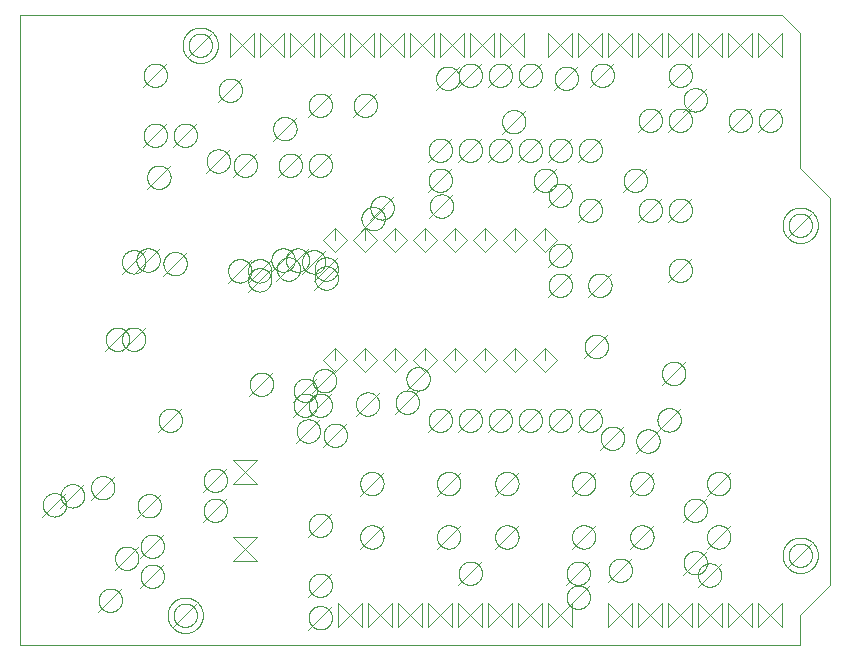
<source format=gko>
G75*
%MOIN*%
%OFA0B0*%
%FSLAX25Y25*%
%IPPOS*%
%LPD*%
%AMOC8*
5,1,8,0,0,1.08239X$1,22.5*
%
%ADD10C,0.00000*%
%ADD11C,0.00100*%
D10*
X0005000Y0005000D02*
X0005000Y0215000D01*
X0259000Y0215000D01*
X0265000Y0209000D01*
X0265000Y0164000D01*
X0275000Y0154000D01*
X0275000Y0025000D01*
X0265000Y0015000D01*
X0265000Y0005000D01*
X0005000Y0005000D01*
X0054094Y0015000D02*
X0054096Y0015153D01*
X0054102Y0015307D01*
X0054112Y0015460D01*
X0054126Y0015612D01*
X0054144Y0015765D01*
X0054166Y0015916D01*
X0054191Y0016067D01*
X0054221Y0016218D01*
X0054255Y0016368D01*
X0054292Y0016516D01*
X0054333Y0016664D01*
X0054378Y0016810D01*
X0054427Y0016956D01*
X0054480Y0017100D01*
X0054536Y0017242D01*
X0054596Y0017383D01*
X0054660Y0017523D01*
X0054727Y0017661D01*
X0054798Y0017797D01*
X0054873Y0017931D01*
X0054950Y0018063D01*
X0055032Y0018193D01*
X0055116Y0018321D01*
X0055204Y0018447D01*
X0055295Y0018570D01*
X0055389Y0018691D01*
X0055487Y0018809D01*
X0055587Y0018925D01*
X0055691Y0019038D01*
X0055797Y0019149D01*
X0055906Y0019257D01*
X0056018Y0019362D01*
X0056132Y0019463D01*
X0056250Y0019562D01*
X0056369Y0019658D01*
X0056491Y0019751D01*
X0056616Y0019840D01*
X0056743Y0019927D01*
X0056872Y0020009D01*
X0057003Y0020089D01*
X0057136Y0020165D01*
X0057271Y0020238D01*
X0057408Y0020307D01*
X0057547Y0020372D01*
X0057687Y0020434D01*
X0057829Y0020492D01*
X0057972Y0020547D01*
X0058117Y0020598D01*
X0058263Y0020645D01*
X0058410Y0020688D01*
X0058558Y0020727D01*
X0058707Y0020763D01*
X0058857Y0020794D01*
X0059008Y0020822D01*
X0059159Y0020846D01*
X0059312Y0020866D01*
X0059464Y0020882D01*
X0059617Y0020894D01*
X0059770Y0020902D01*
X0059923Y0020906D01*
X0060077Y0020906D01*
X0060230Y0020902D01*
X0060383Y0020894D01*
X0060536Y0020882D01*
X0060688Y0020866D01*
X0060841Y0020846D01*
X0060992Y0020822D01*
X0061143Y0020794D01*
X0061293Y0020763D01*
X0061442Y0020727D01*
X0061590Y0020688D01*
X0061737Y0020645D01*
X0061883Y0020598D01*
X0062028Y0020547D01*
X0062171Y0020492D01*
X0062313Y0020434D01*
X0062453Y0020372D01*
X0062592Y0020307D01*
X0062729Y0020238D01*
X0062864Y0020165D01*
X0062997Y0020089D01*
X0063128Y0020009D01*
X0063257Y0019927D01*
X0063384Y0019840D01*
X0063509Y0019751D01*
X0063631Y0019658D01*
X0063750Y0019562D01*
X0063868Y0019463D01*
X0063982Y0019362D01*
X0064094Y0019257D01*
X0064203Y0019149D01*
X0064309Y0019038D01*
X0064413Y0018925D01*
X0064513Y0018809D01*
X0064611Y0018691D01*
X0064705Y0018570D01*
X0064796Y0018447D01*
X0064884Y0018321D01*
X0064968Y0018193D01*
X0065050Y0018063D01*
X0065127Y0017931D01*
X0065202Y0017797D01*
X0065273Y0017661D01*
X0065340Y0017523D01*
X0065404Y0017383D01*
X0065464Y0017242D01*
X0065520Y0017100D01*
X0065573Y0016956D01*
X0065622Y0016810D01*
X0065667Y0016664D01*
X0065708Y0016516D01*
X0065745Y0016368D01*
X0065779Y0016218D01*
X0065809Y0016067D01*
X0065834Y0015916D01*
X0065856Y0015765D01*
X0065874Y0015612D01*
X0065888Y0015460D01*
X0065898Y0015307D01*
X0065904Y0015153D01*
X0065906Y0015000D01*
X0065904Y0014847D01*
X0065898Y0014693D01*
X0065888Y0014540D01*
X0065874Y0014388D01*
X0065856Y0014235D01*
X0065834Y0014084D01*
X0065809Y0013933D01*
X0065779Y0013782D01*
X0065745Y0013632D01*
X0065708Y0013484D01*
X0065667Y0013336D01*
X0065622Y0013190D01*
X0065573Y0013044D01*
X0065520Y0012900D01*
X0065464Y0012758D01*
X0065404Y0012617D01*
X0065340Y0012477D01*
X0065273Y0012339D01*
X0065202Y0012203D01*
X0065127Y0012069D01*
X0065050Y0011937D01*
X0064968Y0011807D01*
X0064884Y0011679D01*
X0064796Y0011553D01*
X0064705Y0011430D01*
X0064611Y0011309D01*
X0064513Y0011191D01*
X0064413Y0011075D01*
X0064309Y0010962D01*
X0064203Y0010851D01*
X0064094Y0010743D01*
X0063982Y0010638D01*
X0063868Y0010537D01*
X0063750Y0010438D01*
X0063631Y0010342D01*
X0063509Y0010249D01*
X0063384Y0010160D01*
X0063257Y0010073D01*
X0063128Y0009991D01*
X0062997Y0009911D01*
X0062864Y0009835D01*
X0062729Y0009762D01*
X0062592Y0009693D01*
X0062453Y0009628D01*
X0062313Y0009566D01*
X0062171Y0009508D01*
X0062028Y0009453D01*
X0061883Y0009402D01*
X0061737Y0009355D01*
X0061590Y0009312D01*
X0061442Y0009273D01*
X0061293Y0009237D01*
X0061143Y0009206D01*
X0060992Y0009178D01*
X0060841Y0009154D01*
X0060688Y0009134D01*
X0060536Y0009118D01*
X0060383Y0009106D01*
X0060230Y0009098D01*
X0060077Y0009094D01*
X0059923Y0009094D01*
X0059770Y0009098D01*
X0059617Y0009106D01*
X0059464Y0009118D01*
X0059312Y0009134D01*
X0059159Y0009154D01*
X0059008Y0009178D01*
X0058857Y0009206D01*
X0058707Y0009237D01*
X0058558Y0009273D01*
X0058410Y0009312D01*
X0058263Y0009355D01*
X0058117Y0009402D01*
X0057972Y0009453D01*
X0057829Y0009508D01*
X0057687Y0009566D01*
X0057547Y0009628D01*
X0057408Y0009693D01*
X0057271Y0009762D01*
X0057136Y0009835D01*
X0057003Y0009911D01*
X0056872Y0009991D01*
X0056743Y0010073D01*
X0056616Y0010160D01*
X0056491Y0010249D01*
X0056369Y0010342D01*
X0056250Y0010438D01*
X0056132Y0010537D01*
X0056018Y0010638D01*
X0055906Y0010743D01*
X0055797Y0010851D01*
X0055691Y0010962D01*
X0055587Y0011075D01*
X0055487Y0011191D01*
X0055389Y0011309D01*
X0055295Y0011430D01*
X0055204Y0011553D01*
X0055116Y0011679D01*
X0055032Y0011807D01*
X0054950Y0011937D01*
X0054873Y0012069D01*
X0054798Y0012203D01*
X0054727Y0012339D01*
X0054660Y0012477D01*
X0054596Y0012617D01*
X0054536Y0012758D01*
X0054480Y0012900D01*
X0054427Y0013044D01*
X0054378Y0013190D01*
X0054333Y0013336D01*
X0054292Y0013484D01*
X0054255Y0013632D01*
X0054221Y0013782D01*
X0054191Y0013933D01*
X0054166Y0014084D01*
X0054144Y0014235D01*
X0054126Y0014388D01*
X0054112Y0014540D01*
X0054102Y0014693D01*
X0054096Y0014847D01*
X0054094Y0015000D01*
X0259094Y0035000D02*
X0259096Y0035153D01*
X0259102Y0035307D01*
X0259112Y0035460D01*
X0259126Y0035612D01*
X0259144Y0035765D01*
X0259166Y0035916D01*
X0259191Y0036067D01*
X0259221Y0036218D01*
X0259255Y0036368D01*
X0259292Y0036516D01*
X0259333Y0036664D01*
X0259378Y0036810D01*
X0259427Y0036956D01*
X0259480Y0037100D01*
X0259536Y0037242D01*
X0259596Y0037383D01*
X0259660Y0037523D01*
X0259727Y0037661D01*
X0259798Y0037797D01*
X0259873Y0037931D01*
X0259950Y0038063D01*
X0260032Y0038193D01*
X0260116Y0038321D01*
X0260204Y0038447D01*
X0260295Y0038570D01*
X0260389Y0038691D01*
X0260487Y0038809D01*
X0260587Y0038925D01*
X0260691Y0039038D01*
X0260797Y0039149D01*
X0260906Y0039257D01*
X0261018Y0039362D01*
X0261132Y0039463D01*
X0261250Y0039562D01*
X0261369Y0039658D01*
X0261491Y0039751D01*
X0261616Y0039840D01*
X0261743Y0039927D01*
X0261872Y0040009D01*
X0262003Y0040089D01*
X0262136Y0040165D01*
X0262271Y0040238D01*
X0262408Y0040307D01*
X0262547Y0040372D01*
X0262687Y0040434D01*
X0262829Y0040492D01*
X0262972Y0040547D01*
X0263117Y0040598D01*
X0263263Y0040645D01*
X0263410Y0040688D01*
X0263558Y0040727D01*
X0263707Y0040763D01*
X0263857Y0040794D01*
X0264008Y0040822D01*
X0264159Y0040846D01*
X0264312Y0040866D01*
X0264464Y0040882D01*
X0264617Y0040894D01*
X0264770Y0040902D01*
X0264923Y0040906D01*
X0265077Y0040906D01*
X0265230Y0040902D01*
X0265383Y0040894D01*
X0265536Y0040882D01*
X0265688Y0040866D01*
X0265841Y0040846D01*
X0265992Y0040822D01*
X0266143Y0040794D01*
X0266293Y0040763D01*
X0266442Y0040727D01*
X0266590Y0040688D01*
X0266737Y0040645D01*
X0266883Y0040598D01*
X0267028Y0040547D01*
X0267171Y0040492D01*
X0267313Y0040434D01*
X0267453Y0040372D01*
X0267592Y0040307D01*
X0267729Y0040238D01*
X0267864Y0040165D01*
X0267997Y0040089D01*
X0268128Y0040009D01*
X0268257Y0039927D01*
X0268384Y0039840D01*
X0268509Y0039751D01*
X0268631Y0039658D01*
X0268750Y0039562D01*
X0268868Y0039463D01*
X0268982Y0039362D01*
X0269094Y0039257D01*
X0269203Y0039149D01*
X0269309Y0039038D01*
X0269413Y0038925D01*
X0269513Y0038809D01*
X0269611Y0038691D01*
X0269705Y0038570D01*
X0269796Y0038447D01*
X0269884Y0038321D01*
X0269968Y0038193D01*
X0270050Y0038063D01*
X0270127Y0037931D01*
X0270202Y0037797D01*
X0270273Y0037661D01*
X0270340Y0037523D01*
X0270404Y0037383D01*
X0270464Y0037242D01*
X0270520Y0037100D01*
X0270573Y0036956D01*
X0270622Y0036810D01*
X0270667Y0036664D01*
X0270708Y0036516D01*
X0270745Y0036368D01*
X0270779Y0036218D01*
X0270809Y0036067D01*
X0270834Y0035916D01*
X0270856Y0035765D01*
X0270874Y0035612D01*
X0270888Y0035460D01*
X0270898Y0035307D01*
X0270904Y0035153D01*
X0270906Y0035000D01*
X0270904Y0034847D01*
X0270898Y0034693D01*
X0270888Y0034540D01*
X0270874Y0034388D01*
X0270856Y0034235D01*
X0270834Y0034084D01*
X0270809Y0033933D01*
X0270779Y0033782D01*
X0270745Y0033632D01*
X0270708Y0033484D01*
X0270667Y0033336D01*
X0270622Y0033190D01*
X0270573Y0033044D01*
X0270520Y0032900D01*
X0270464Y0032758D01*
X0270404Y0032617D01*
X0270340Y0032477D01*
X0270273Y0032339D01*
X0270202Y0032203D01*
X0270127Y0032069D01*
X0270050Y0031937D01*
X0269968Y0031807D01*
X0269884Y0031679D01*
X0269796Y0031553D01*
X0269705Y0031430D01*
X0269611Y0031309D01*
X0269513Y0031191D01*
X0269413Y0031075D01*
X0269309Y0030962D01*
X0269203Y0030851D01*
X0269094Y0030743D01*
X0268982Y0030638D01*
X0268868Y0030537D01*
X0268750Y0030438D01*
X0268631Y0030342D01*
X0268509Y0030249D01*
X0268384Y0030160D01*
X0268257Y0030073D01*
X0268128Y0029991D01*
X0267997Y0029911D01*
X0267864Y0029835D01*
X0267729Y0029762D01*
X0267592Y0029693D01*
X0267453Y0029628D01*
X0267313Y0029566D01*
X0267171Y0029508D01*
X0267028Y0029453D01*
X0266883Y0029402D01*
X0266737Y0029355D01*
X0266590Y0029312D01*
X0266442Y0029273D01*
X0266293Y0029237D01*
X0266143Y0029206D01*
X0265992Y0029178D01*
X0265841Y0029154D01*
X0265688Y0029134D01*
X0265536Y0029118D01*
X0265383Y0029106D01*
X0265230Y0029098D01*
X0265077Y0029094D01*
X0264923Y0029094D01*
X0264770Y0029098D01*
X0264617Y0029106D01*
X0264464Y0029118D01*
X0264312Y0029134D01*
X0264159Y0029154D01*
X0264008Y0029178D01*
X0263857Y0029206D01*
X0263707Y0029237D01*
X0263558Y0029273D01*
X0263410Y0029312D01*
X0263263Y0029355D01*
X0263117Y0029402D01*
X0262972Y0029453D01*
X0262829Y0029508D01*
X0262687Y0029566D01*
X0262547Y0029628D01*
X0262408Y0029693D01*
X0262271Y0029762D01*
X0262136Y0029835D01*
X0262003Y0029911D01*
X0261872Y0029991D01*
X0261743Y0030073D01*
X0261616Y0030160D01*
X0261491Y0030249D01*
X0261369Y0030342D01*
X0261250Y0030438D01*
X0261132Y0030537D01*
X0261018Y0030638D01*
X0260906Y0030743D01*
X0260797Y0030851D01*
X0260691Y0030962D01*
X0260587Y0031075D01*
X0260487Y0031191D01*
X0260389Y0031309D01*
X0260295Y0031430D01*
X0260204Y0031553D01*
X0260116Y0031679D01*
X0260032Y0031807D01*
X0259950Y0031937D01*
X0259873Y0032069D01*
X0259798Y0032203D01*
X0259727Y0032339D01*
X0259660Y0032477D01*
X0259596Y0032617D01*
X0259536Y0032758D01*
X0259480Y0032900D01*
X0259427Y0033044D01*
X0259378Y0033190D01*
X0259333Y0033336D01*
X0259292Y0033484D01*
X0259255Y0033632D01*
X0259221Y0033782D01*
X0259191Y0033933D01*
X0259166Y0034084D01*
X0259144Y0034235D01*
X0259126Y0034388D01*
X0259112Y0034540D01*
X0259102Y0034693D01*
X0259096Y0034847D01*
X0259094Y0035000D01*
X0259094Y0145000D02*
X0259096Y0145153D01*
X0259102Y0145307D01*
X0259112Y0145460D01*
X0259126Y0145612D01*
X0259144Y0145765D01*
X0259166Y0145916D01*
X0259191Y0146067D01*
X0259221Y0146218D01*
X0259255Y0146368D01*
X0259292Y0146516D01*
X0259333Y0146664D01*
X0259378Y0146810D01*
X0259427Y0146956D01*
X0259480Y0147100D01*
X0259536Y0147242D01*
X0259596Y0147383D01*
X0259660Y0147523D01*
X0259727Y0147661D01*
X0259798Y0147797D01*
X0259873Y0147931D01*
X0259950Y0148063D01*
X0260032Y0148193D01*
X0260116Y0148321D01*
X0260204Y0148447D01*
X0260295Y0148570D01*
X0260389Y0148691D01*
X0260487Y0148809D01*
X0260587Y0148925D01*
X0260691Y0149038D01*
X0260797Y0149149D01*
X0260906Y0149257D01*
X0261018Y0149362D01*
X0261132Y0149463D01*
X0261250Y0149562D01*
X0261369Y0149658D01*
X0261491Y0149751D01*
X0261616Y0149840D01*
X0261743Y0149927D01*
X0261872Y0150009D01*
X0262003Y0150089D01*
X0262136Y0150165D01*
X0262271Y0150238D01*
X0262408Y0150307D01*
X0262547Y0150372D01*
X0262687Y0150434D01*
X0262829Y0150492D01*
X0262972Y0150547D01*
X0263117Y0150598D01*
X0263263Y0150645D01*
X0263410Y0150688D01*
X0263558Y0150727D01*
X0263707Y0150763D01*
X0263857Y0150794D01*
X0264008Y0150822D01*
X0264159Y0150846D01*
X0264312Y0150866D01*
X0264464Y0150882D01*
X0264617Y0150894D01*
X0264770Y0150902D01*
X0264923Y0150906D01*
X0265077Y0150906D01*
X0265230Y0150902D01*
X0265383Y0150894D01*
X0265536Y0150882D01*
X0265688Y0150866D01*
X0265841Y0150846D01*
X0265992Y0150822D01*
X0266143Y0150794D01*
X0266293Y0150763D01*
X0266442Y0150727D01*
X0266590Y0150688D01*
X0266737Y0150645D01*
X0266883Y0150598D01*
X0267028Y0150547D01*
X0267171Y0150492D01*
X0267313Y0150434D01*
X0267453Y0150372D01*
X0267592Y0150307D01*
X0267729Y0150238D01*
X0267864Y0150165D01*
X0267997Y0150089D01*
X0268128Y0150009D01*
X0268257Y0149927D01*
X0268384Y0149840D01*
X0268509Y0149751D01*
X0268631Y0149658D01*
X0268750Y0149562D01*
X0268868Y0149463D01*
X0268982Y0149362D01*
X0269094Y0149257D01*
X0269203Y0149149D01*
X0269309Y0149038D01*
X0269413Y0148925D01*
X0269513Y0148809D01*
X0269611Y0148691D01*
X0269705Y0148570D01*
X0269796Y0148447D01*
X0269884Y0148321D01*
X0269968Y0148193D01*
X0270050Y0148063D01*
X0270127Y0147931D01*
X0270202Y0147797D01*
X0270273Y0147661D01*
X0270340Y0147523D01*
X0270404Y0147383D01*
X0270464Y0147242D01*
X0270520Y0147100D01*
X0270573Y0146956D01*
X0270622Y0146810D01*
X0270667Y0146664D01*
X0270708Y0146516D01*
X0270745Y0146368D01*
X0270779Y0146218D01*
X0270809Y0146067D01*
X0270834Y0145916D01*
X0270856Y0145765D01*
X0270874Y0145612D01*
X0270888Y0145460D01*
X0270898Y0145307D01*
X0270904Y0145153D01*
X0270906Y0145000D01*
X0270904Y0144847D01*
X0270898Y0144693D01*
X0270888Y0144540D01*
X0270874Y0144388D01*
X0270856Y0144235D01*
X0270834Y0144084D01*
X0270809Y0143933D01*
X0270779Y0143782D01*
X0270745Y0143632D01*
X0270708Y0143484D01*
X0270667Y0143336D01*
X0270622Y0143190D01*
X0270573Y0143044D01*
X0270520Y0142900D01*
X0270464Y0142758D01*
X0270404Y0142617D01*
X0270340Y0142477D01*
X0270273Y0142339D01*
X0270202Y0142203D01*
X0270127Y0142069D01*
X0270050Y0141937D01*
X0269968Y0141807D01*
X0269884Y0141679D01*
X0269796Y0141553D01*
X0269705Y0141430D01*
X0269611Y0141309D01*
X0269513Y0141191D01*
X0269413Y0141075D01*
X0269309Y0140962D01*
X0269203Y0140851D01*
X0269094Y0140743D01*
X0268982Y0140638D01*
X0268868Y0140537D01*
X0268750Y0140438D01*
X0268631Y0140342D01*
X0268509Y0140249D01*
X0268384Y0140160D01*
X0268257Y0140073D01*
X0268128Y0139991D01*
X0267997Y0139911D01*
X0267864Y0139835D01*
X0267729Y0139762D01*
X0267592Y0139693D01*
X0267453Y0139628D01*
X0267313Y0139566D01*
X0267171Y0139508D01*
X0267028Y0139453D01*
X0266883Y0139402D01*
X0266737Y0139355D01*
X0266590Y0139312D01*
X0266442Y0139273D01*
X0266293Y0139237D01*
X0266143Y0139206D01*
X0265992Y0139178D01*
X0265841Y0139154D01*
X0265688Y0139134D01*
X0265536Y0139118D01*
X0265383Y0139106D01*
X0265230Y0139098D01*
X0265077Y0139094D01*
X0264923Y0139094D01*
X0264770Y0139098D01*
X0264617Y0139106D01*
X0264464Y0139118D01*
X0264312Y0139134D01*
X0264159Y0139154D01*
X0264008Y0139178D01*
X0263857Y0139206D01*
X0263707Y0139237D01*
X0263558Y0139273D01*
X0263410Y0139312D01*
X0263263Y0139355D01*
X0263117Y0139402D01*
X0262972Y0139453D01*
X0262829Y0139508D01*
X0262687Y0139566D01*
X0262547Y0139628D01*
X0262408Y0139693D01*
X0262271Y0139762D01*
X0262136Y0139835D01*
X0262003Y0139911D01*
X0261872Y0139991D01*
X0261743Y0140073D01*
X0261616Y0140160D01*
X0261491Y0140249D01*
X0261369Y0140342D01*
X0261250Y0140438D01*
X0261132Y0140537D01*
X0261018Y0140638D01*
X0260906Y0140743D01*
X0260797Y0140851D01*
X0260691Y0140962D01*
X0260587Y0141075D01*
X0260487Y0141191D01*
X0260389Y0141309D01*
X0260295Y0141430D01*
X0260204Y0141553D01*
X0260116Y0141679D01*
X0260032Y0141807D01*
X0259950Y0141937D01*
X0259873Y0142069D01*
X0259798Y0142203D01*
X0259727Y0142339D01*
X0259660Y0142477D01*
X0259596Y0142617D01*
X0259536Y0142758D01*
X0259480Y0142900D01*
X0259427Y0143044D01*
X0259378Y0143190D01*
X0259333Y0143336D01*
X0259292Y0143484D01*
X0259255Y0143632D01*
X0259221Y0143782D01*
X0259191Y0143933D01*
X0259166Y0144084D01*
X0259144Y0144235D01*
X0259126Y0144388D01*
X0259112Y0144540D01*
X0259102Y0144693D01*
X0259096Y0144847D01*
X0259094Y0145000D01*
X0059094Y0205000D02*
X0059096Y0205153D01*
X0059102Y0205307D01*
X0059112Y0205460D01*
X0059126Y0205612D01*
X0059144Y0205765D01*
X0059166Y0205916D01*
X0059191Y0206067D01*
X0059221Y0206218D01*
X0059255Y0206368D01*
X0059292Y0206516D01*
X0059333Y0206664D01*
X0059378Y0206810D01*
X0059427Y0206956D01*
X0059480Y0207100D01*
X0059536Y0207242D01*
X0059596Y0207383D01*
X0059660Y0207523D01*
X0059727Y0207661D01*
X0059798Y0207797D01*
X0059873Y0207931D01*
X0059950Y0208063D01*
X0060032Y0208193D01*
X0060116Y0208321D01*
X0060204Y0208447D01*
X0060295Y0208570D01*
X0060389Y0208691D01*
X0060487Y0208809D01*
X0060587Y0208925D01*
X0060691Y0209038D01*
X0060797Y0209149D01*
X0060906Y0209257D01*
X0061018Y0209362D01*
X0061132Y0209463D01*
X0061250Y0209562D01*
X0061369Y0209658D01*
X0061491Y0209751D01*
X0061616Y0209840D01*
X0061743Y0209927D01*
X0061872Y0210009D01*
X0062003Y0210089D01*
X0062136Y0210165D01*
X0062271Y0210238D01*
X0062408Y0210307D01*
X0062547Y0210372D01*
X0062687Y0210434D01*
X0062829Y0210492D01*
X0062972Y0210547D01*
X0063117Y0210598D01*
X0063263Y0210645D01*
X0063410Y0210688D01*
X0063558Y0210727D01*
X0063707Y0210763D01*
X0063857Y0210794D01*
X0064008Y0210822D01*
X0064159Y0210846D01*
X0064312Y0210866D01*
X0064464Y0210882D01*
X0064617Y0210894D01*
X0064770Y0210902D01*
X0064923Y0210906D01*
X0065077Y0210906D01*
X0065230Y0210902D01*
X0065383Y0210894D01*
X0065536Y0210882D01*
X0065688Y0210866D01*
X0065841Y0210846D01*
X0065992Y0210822D01*
X0066143Y0210794D01*
X0066293Y0210763D01*
X0066442Y0210727D01*
X0066590Y0210688D01*
X0066737Y0210645D01*
X0066883Y0210598D01*
X0067028Y0210547D01*
X0067171Y0210492D01*
X0067313Y0210434D01*
X0067453Y0210372D01*
X0067592Y0210307D01*
X0067729Y0210238D01*
X0067864Y0210165D01*
X0067997Y0210089D01*
X0068128Y0210009D01*
X0068257Y0209927D01*
X0068384Y0209840D01*
X0068509Y0209751D01*
X0068631Y0209658D01*
X0068750Y0209562D01*
X0068868Y0209463D01*
X0068982Y0209362D01*
X0069094Y0209257D01*
X0069203Y0209149D01*
X0069309Y0209038D01*
X0069413Y0208925D01*
X0069513Y0208809D01*
X0069611Y0208691D01*
X0069705Y0208570D01*
X0069796Y0208447D01*
X0069884Y0208321D01*
X0069968Y0208193D01*
X0070050Y0208063D01*
X0070127Y0207931D01*
X0070202Y0207797D01*
X0070273Y0207661D01*
X0070340Y0207523D01*
X0070404Y0207383D01*
X0070464Y0207242D01*
X0070520Y0207100D01*
X0070573Y0206956D01*
X0070622Y0206810D01*
X0070667Y0206664D01*
X0070708Y0206516D01*
X0070745Y0206368D01*
X0070779Y0206218D01*
X0070809Y0206067D01*
X0070834Y0205916D01*
X0070856Y0205765D01*
X0070874Y0205612D01*
X0070888Y0205460D01*
X0070898Y0205307D01*
X0070904Y0205153D01*
X0070906Y0205000D01*
X0070904Y0204847D01*
X0070898Y0204693D01*
X0070888Y0204540D01*
X0070874Y0204388D01*
X0070856Y0204235D01*
X0070834Y0204084D01*
X0070809Y0203933D01*
X0070779Y0203782D01*
X0070745Y0203632D01*
X0070708Y0203484D01*
X0070667Y0203336D01*
X0070622Y0203190D01*
X0070573Y0203044D01*
X0070520Y0202900D01*
X0070464Y0202758D01*
X0070404Y0202617D01*
X0070340Y0202477D01*
X0070273Y0202339D01*
X0070202Y0202203D01*
X0070127Y0202069D01*
X0070050Y0201937D01*
X0069968Y0201807D01*
X0069884Y0201679D01*
X0069796Y0201553D01*
X0069705Y0201430D01*
X0069611Y0201309D01*
X0069513Y0201191D01*
X0069413Y0201075D01*
X0069309Y0200962D01*
X0069203Y0200851D01*
X0069094Y0200743D01*
X0068982Y0200638D01*
X0068868Y0200537D01*
X0068750Y0200438D01*
X0068631Y0200342D01*
X0068509Y0200249D01*
X0068384Y0200160D01*
X0068257Y0200073D01*
X0068128Y0199991D01*
X0067997Y0199911D01*
X0067864Y0199835D01*
X0067729Y0199762D01*
X0067592Y0199693D01*
X0067453Y0199628D01*
X0067313Y0199566D01*
X0067171Y0199508D01*
X0067028Y0199453D01*
X0066883Y0199402D01*
X0066737Y0199355D01*
X0066590Y0199312D01*
X0066442Y0199273D01*
X0066293Y0199237D01*
X0066143Y0199206D01*
X0065992Y0199178D01*
X0065841Y0199154D01*
X0065688Y0199134D01*
X0065536Y0199118D01*
X0065383Y0199106D01*
X0065230Y0199098D01*
X0065077Y0199094D01*
X0064923Y0199094D01*
X0064770Y0199098D01*
X0064617Y0199106D01*
X0064464Y0199118D01*
X0064312Y0199134D01*
X0064159Y0199154D01*
X0064008Y0199178D01*
X0063857Y0199206D01*
X0063707Y0199237D01*
X0063558Y0199273D01*
X0063410Y0199312D01*
X0063263Y0199355D01*
X0063117Y0199402D01*
X0062972Y0199453D01*
X0062829Y0199508D01*
X0062687Y0199566D01*
X0062547Y0199628D01*
X0062408Y0199693D01*
X0062271Y0199762D01*
X0062136Y0199835D01*
X0062003Y0199911D01*
X0061872Y0199991D01*
X0061743Y0200073D01*
X0061616Y0200160D01*
X0061491Y0200249D01*
X0061369Y0200342D01*
X0061250Y0200438D01*
X0061132Y0200537D01*
X0061018Y0200638D01*
X0060906Y0200743D01*
X0060797Y0200851D01*
X0060691Y0200962D01*
X0060587Y0201075D01*
X0060487Y0201191D01*
X0060389Y0201309D01*
X0060295Y0201430D01*
X0060204Y0201553D01*
X0060116Y0201679D01*
X0060032Y0201807D01*
X0059950Y0201937D01*
X0059873Y0202069D01*
X0059798Y0202203D01*
X0059727Y0202339D01*
X0059660Y0202477D01*
X0059596Y0202617D01*
X0059536Y0202758D01*
X0059480Y0202900D01*
X0059427Y0203044D01*
X0059378Y0203190D01*
X0059333Y0203336D01*
X0059292Y0203484D01*
X0059255Y0203632D01*
X0059221Y0203782D01*
X0059191Y0203933D01*
X0059166Y0204084D01*
X0059144Y0204235D01*
X0059126Y0204388D01*
X0059112Y0204540D01*
X0059102Y0204693D01*
X0059096Y0204847D01*
X0059094Y0205000D01*
D11*
X0061100Y0205000D02*
X0061102Y0205124D01*
X0061108Y0205249D01*
X0061118Y0205373D01*
X0061132Y0205496D01*
X0061149Y0205619D01*
X0061171Y0205742D01*
X0061197Y0205864D01*
X0061226Y0205984D01*
X0061260Y0206104D01*
X0061297Y0206223D01*
X0061338Y0206340D01*
X0061382Y0206456D01*
X0061430Y0206571D01*
X0061482Y0206684D01*
X0061538Y0206795D01*
X0061597Y0206905D01*
X0061659Y0207012D01*
X0061725Y0207118D01*
X0061794Y0207221D01*
X0061867Y0207322D01*
X0061943Y0207421D01*
X0062021Y0207517D01*
X0062103Y0207611D01*
X0062188Y0207702D01*
X0062275Y0207791D01*
X0062366Y0207876D01*
X0062459Y0207959D01*
X0062555Y0208038D01*
X0062653Y0208114D01*
X0062753Y0208188D01*
X0062856Y0208258D01*
X0062961Y0208324D01*
X0063068Y0208388D01*
X0063177Y0208448D01*
X0063288Y0208504D01*
X0063400Y0208557D01*
X0063515Y0208606D01*
X0063630Y0208652D01*
X0063748Y0208693D01*
X0063866Y0208732D01*
X0063986Y0208766D01*
X0064106Y0208796D01*
X0064228Y0208823D01*
X0064350Y0208845D01*
X0064473Y0208864D01*
X0064596Y0208879D01*
X0064720Y0208890D01*
X0064845Y0208897D01*
X0064969Y0208900D01*
X0065093Y0208899D01*
X0065218Y0208894D01*
X0065342Y0208885D01*
X0065465Y0208872D01*
X0065589Y0208855D01*
X0065711Y0208835D01*
X0065833Y0208810D01*
X0065954Y0208781D01*
X0066074Y0208749D01*
X0066193Y0208713D01*
X0066311Y0208673D01*
X0066428Y0208629D01*
X0066543Y0208582D01*
X0066656Y0208531D01*
X0066768Y0208476D01*
X0066878Y0208418D01*
X0066986Y0208357D01*
X0067092Y0208292D01*
X0067196Y0208223D01*
X0067297Y0208152D01*
X0067397Y0208077D01*
X0067494Y0207999D01*
X0067588Y0207918D01*
X0067680Y0207834D01*
X0067769Y0207747D01*
X0067855Y0207657D01*
X0067938Y0207565D01*
X0068018Y0207470D01*
X0068096Y0207372D01*
X0068170Y0207272D01*
X0068241Y0207170D01*
X0068308Y0207066D01*
X0068372Y0206959D01*
X0068433Y0206850D01*
X0068490Y0206740D01*
X0068544Y0206628D01*
X0068594Y0206514D01*
X0068641Y0206399D01*
X0068683Y0206282D01*
X0068722Y0206164D01*
X0068758Y0206044D01*
X0068789Y0205924D01*
X0068816Y0205803D01*
X0068840Y0205681D01*
X0068860Y0205558D01*
X0068876Y0205434D01*
X0068888Y0205311D01*
X0068896Y0205187D01*
X0068900Y0205062D01*
X0068900Y0204938D01*
X0068896Y0204813D01*
X0068888Y0204689D01*
X0068876Y0204566D01*
X0068860Y0204442D01*
X0068840Y0204319D01*
X0068816Y0204197D01*
X0068789Y0204076D01*
X0068758Y0203956D01*
X0068722Y0203836D01*
X0068683Y0203718D01*
X0068641Y0203601D01*
X0068594Y0203486D01*
X0068544Y0203372D01*
X0068490Y0203260D01*
X0068433Y0203150D01*
X0068372Y0203041D01*
X0068308Y0202934D01*
X0068241Y0202830D01*
X0068170Y0202728D01*
X0068096Y0202628D01*
X0068018Y0202530D01*
X0067938Y0202435D01*
X0067855Y0202343D01*
X0067769Y0202253D01*
X0067680Y0202166D01*
X0067588Y0202082D01*
X0067494Y0202001D01*
X0067397Y0201923D01*
X0067297Y0201848D01*
X0067196Y0201777D01*
X0067092Y0201708D01*
X0066986Y0201643D01*
X0066878Y0201582D01*
X0066768Y0201524D01*
X0066656Y0201469D01*
X0066543Y0201418D01*
X0066428Y0201371D01*
X0066311Y0201327D01*
X0066193Y0201287D01*
X0066074Y0201251D01*
X0065954Y0201219D01*
X0065833Y0201190D01*
X0065711Y0201165D01*
X0065589Y0201145D01*
X0065465Y0201128D01*
X0065342Y0201115D01*
X0065218Y0201106D01*
X0065093Y0201101D01*
X0064969Y0201100D01*
X0064845Y0201103D01*
X0064720Y0201110D01*
X0064596Y0201121D01*
X0064473Y0201136D01*
X0064350Y0201155D01*
X0064228Y0201177D01*
X0064106Y0201204D01*
X0063986Y0201234D01*
X0063866Y0201268D01*
X0063748Y0201307D01*
X0063630Y0201348D01*
X0063515Y0201394D01*
X0063400Y0201443D01*
X0063288Y0201496D01*
X0063177Y0201552D01*
X0063068Y0201612D01*
X0062961Y0201676D01*
X0062856Y0201742D01*
X0062753Y0201812D01*
X0062653Y0201886D01*
X0062555Y0201962D01*
X0062459Y0202041D01*
X0062366Y0202124D01*
X0062275Y0202209D01*
X0062188Y0202298D01*
X0062103Y0202389D01*
X0062021Y0202483D01*
X0061943Y0202579D01*
X0061867Y0202678D01*
X0061794Y0202779D01*
X0061725Y0202882D01*
X0061659Y0202988D01*
X0061597Y0203095D01*
X0061538Y0203205D01*
X0061482Y0203316D01*
X0061430Y0203429D01*
X0061382Y0203544D01*
X0061338Y0203660D01*
X0061297Y0203777D01*
X0061260Y0203896D01*
X0061226Y0204016D01*
X0061197Y0204136D01*
X0061171Y0204258D01*
X0061149Y0204381D01*
X0061132Y0204504D01*
X0061118Y0204627D01*
X0061108Y0204751D01*
X0061102Y0204876D01*
X0061100Y0205000D01*
X0061000Y0201000D02*
X0069000Y0209000D01*
X0075000Y0201000D02*
X0083000Y0209000D01*
X0083000Y0201000D01*
X0075000Y0209000D01*
X0075000Y0201000D01*
X0071100Y0190000D02*
X0071102Y0190124D01*
X0071108Y0190249D01*
X0071118Y0190373D01*
X0071132Y0190496D01*
X0071149Y0190619D01*
X0071171Y0190742D01*
X0071197Y0190864D01*
X0071226Y0190984D01*
X0071260Y0191104D01*
X0071297Y0191223D01*
X0071338Y0191340D01*
X0071382Y0191456D01*
X0071430Y0191571D01*
X0071482Y0191684D01*
X0071538Y0191795D01*
X0071597Y0191905D01*
X0071659Y0192012D01*
X0071725Y0192118D01*
X0071794Y0192221D01*
X0071867Y0192322D01*
X0071943Y0192421D01*
X0072021Y0192517D01*
X0072103Y0192611D01*
X0072188Y0192702D01*
X0072275Y0192791D01*
X0072366Y0192876D01*
X0072459Y0192959D01*
X0072555Y0193038D01*
X0072653Y0193114D01*
X0072753Y0193188D01*
X0072856Y0193258D01*
X0072961Y0193324D01*
X0073068Y0193388D01*
X0073177Y0193448D01*
X0073288Y0193504D01*
X0073400Y0193557D01*
X0073515Y0193606D01*
X0073630Y0193652D01*
X0073748Y0193693D01*
X0073866Y0193732D01*
X0073986Y0193766D01*
X0074106Y0193796D01*
X0074228Y0193823D01*
X0074350Y0193845D01*
X0074473Y0193864D01*
X0074596Y0193879D01*
X0074720Y0193890D01*
X0074845Y0193897D01*
X0074969Y0193900D01*
X0075093Y0193899D01*
X0075218Y0193894D01*
X0075342Y0193885D01*
X0075465Y0193872D01*
X0075589Y0193855D01*
X0075711Y0193835D01*
X0075833Y0193810D01*
X0075954Y0193781D01*
X0076074Y0193749D01*
X0076193Y0193713D01*
X0076311Y0193673D01*
X0076428Y0193629D01*
X0076543Y0193582D01*
X0076656Y0193531D01*
X0076768Y0193476D01*
X0076878Y0193418D01*
X0076986Y0193357D01*
X0077092Y0193292D01*
X0077196Y0193223D01*
X0077297Y0193152D01*
X0077397Y0193077D01*
X0077494Y0192999D01*
X0077588Y0192918D01*
X0077680Y0192834D01*
X0077769Y0192747D01*
X0077855Y0192657D01*
X0077938Y0192565D01*
X0078018Y0192470D01*
X0078096Y0192372D01*
X0078170Y0192272D01*
X0078241Y0192170D01*
X0078308Y0192066D01*
X0078372Y0191959D01*
X0078433Y0191850D01*
X0078490Y0191740D01*
X0078544Y0191628D01*
X0078594Y0191514D01*
X0078641Y0191399D01*
X0078683Y0191282D01*
X0078722Y0191164D01*
X0078758Y0191044D01*
X0078789Y0190924D01*
X0078816Y0190803D01*
X0078840Y0190681D01*
X0078860Y0190558D01*
X0078876Y0190434D01*
X0078888Y0190311D01*
X0078896Y0190187D01*
X0078900Y0190062D01*
X0078900Y0189938D01*
X0078896Y0189813D01*
X0078888Y0189689D01*
X0078876Y0189566D01*
X0078860Y0189442D01*
X0078840Y0189319D01*
X0078816Y0189197D01*
X0078789Y0189076D01*
X0078758Y0188956D01*
X0078722Y0188836D01*
X0078683Y0188718D01*
X0078641Y0188601D01*
X0078594Y0188486D01*
X0078544Y0188372D01*
X0078490Y0188260D01*
X0078433Y0188150D01*
X0078372Y0188041D01*
X0078308Y0187934D01*
X0078241Y0187830D01*
X0078170Y0187728D01*
X0078096Y0187628D01*
X0078018Y0187530D01*
X0077938Y0187435D01*
X0077855Y0187343D01*
X0077769Y0187253D01*
X0077680Y0187166D01*
X0077588Y0187082D01*
X0077494Y0187001D01*
X0077397Y0186923D01*
X0077297Y0186848D01*
X0077196Y0186777D01*
X0077092Y0186708D01*
X0076986Y0186643D01*
X0076878Y0186582D01*
X0076768Y0186524D01*
X0076656Y0186469D01*
X0076543Y0186418D01*
X0076428Y0186371D01*
X0076311Y0186327D01*
X0076193Y0186287D01*
X0076074Y0186251D01*
X0075954Y0186219D01*
X0075833Y0186190D01*
X0075711Y0186165D01*
X0075589Y0186145D01*
X0075465Y0186128D01*
X0075342Y0186115D01*
X0075218Y0186106D01*
X0075093Y0186101D01*
X0074969Y0186100D01*
X0074845Y0186103D01*
X0074720Y0186110D01*
X0074596Y0186121D01*
X0074473Y0186136D01*
X0074350Y0186155D01*
X0074228Y0186177D01*
X0074106Y0186204D01*
X0073986Y0186234D01*
X0073866Y0186268D01*
X0073748Y0186307D01*
X0073630Y0186348D01*
X0073515Y0186394D01*
X0073400Y0186443D01*
X0073288Y0186496D01*
X0073177Y0186552D01*
X0073068Y0186612D01*
X0072961Y0186676D01*
X0072856Y0186742D01*
X0072753Y0186812D01*
X0072653Y0186886D01*
X0072555Y0186962D01*
X0072459Y0187041D01*
X0072366Y0187124D01*
X0072275Y0187209D01*
X0072188Y0187298D01*
X0072103Y0187389D01*
X0072021Y0187483D01*
X0071943Y0187579D01*
X0071867Y0187678D01*
X0071794Y0187779D01*
X0071725Y0187882D01*
X0071659Y0187988D01*
X0071597Y0188095D01*
X0071538Y0188205D01*
X0071482Y0188316D01*
X0071430Y0188429D01*
X0071382Y0188544D01*
X0071338Y0188660D01*
X0071297Y0188777D01*
X0071260Y0188896D01*
X0071226Y0189016D01*
X0071197Y0189136D01*
X0071171Y0189258D01*
X0071149Y0189381D01*
X0071132Y0189504D01*
X0071118Y0189627D01*
X0071108Y0189751D01*
X0071102Y0189876D01*
X0071100Y0190000D01*
X0071000Y0186000D02*
X0079000Y0194000D01*
X0085000Y0201000D02*
X0093000Y0209000D01*
X0093000Y0201000D01*
X0085000Y0209000D01*
X0085000Y0201000D01*
X0095000Y0201000D02*
X0103000Y0209000D01*
X0103000Y0201000D01*
X0095000Y0209000D01*
X0095000Y0201000D01*
X0105000Y0201000D02*
X0113000Y0209000D01*
X0113000Y0201000D01*
X0105000Y0209000D01*
X0105000Y0201000D01*
X0115000Y0201000D02*
X0123000Y0209000D01*
X0123000Y0201000D01*
X0115000Y0209000D01*
X0115000Y0201000D01*
X0125000Y0201000D02*
X0133000Y0209000D01*
X0133000Y0201000D01*
X0125000Y0209000D01*
X0125000Y0201000D01*
X0135000Y0201000D02*
X0143000Y0209000D01*
X0143000Y0201000D01*
X0135000Y0209000D01*
X0135000Y0201000D01*
X0143600Y0194000D02*
X0143602Y0194124D01*
X0143608Y0194249D01*
X0143618Y0194373D01*
X0143632Y0194496D01*
X0143649Y0194619D01*
X0143671Y0194742D01*
X0143697Y0194864D01*
X0143726Y0194984D01*
X0143760Y0195104D01*
X0143797Y0195223D01*
X0143838Y0195340D01*
X0143882Y0195456D01*
X0143930Y0195571D01*
X0143982Y0195684D01*
X0144038Y0195795D01*
X0144097Y0195905D01*
X0144159Y0196012D01*
X0144225Y0196118D01*
X0144294Y0196221D01*
X0144367Y0196322D01*
X0144443Y0196421D01*
X0144521Y0196517D01*
X0144603Y0196611D01*
X0144688Y0196702D01*
X0144775Y0196791D01*
X0144866Y0196876D01*
X0144959Y0196959D01*
X0145055Y0197038D01*
X0145153Y0197114D01*
X0145253Y0197188D01*
X0145356Y0197258D01*
X0145461Y0197324D01*
X0145568Y0197388D01*
X0145677Y0197448D01*
X0145788Y0197504D01*
X0145900Y0197557D01*
X0146015Y0197606D01*
X0146130Y0197652D01*
X0146248Y0197693D01*
X0146366Y0197732D01*
X0146486Y0197766D01*
X0146606Y0197796D01*
X0146728Y0197823D01*
X0146850Y0197845D01*
X0146973Y0197864D01*
X0147096Y0197879D01*
X0147220Y0197890D01*
X0147345Y0197897D01*
X0147469Y0197900D01*
X0147593Y0197899D01*
X0147718Y0197894D01*
X0147842Y0197885D01*
X0147965Y0197872D01*
X0148089Y0197855D01*
X0148211Y0197835D01*
X0148333Y0197810D01*
X0148454Y0197781D01*
X0148574Y0197749D01*
X0148693Y0197713D01*
X0148811Y0197673D01*
X0148928Y0197629D01*
X0149043Y0197582D01*
X0149156Y0197531D01*
X0149268Y0197476D01*
X0149378Y0197418D01*
X0149486Y0197357D01*
X0149592Y0197292D01*
X0149696Y0197223D01*
X0149797Y0197152D01*
X0149897Y0197077D01*
X0149994Y0196999D01*
X0150088Y0196918D01*
X0150180Y0196834D01*
X0150269Y0196747D01*
X0150355Y0196657D01*
X0150438Y0196565D01*
X0150518Y0196470D01*
X0150596Y0196372D01*
X0150670Y0196272D01*
X0150741Y0196170D01*
X0150808Y0196066D01*
X0150872Y0195959D01*
X0150933Y0195850D01*
X0150990Y0195740D01*
X0151044Y0195628D01*
X0151094Y0195514D01*
X0151141Y0195399D01*
X0151183Y0195282D01*
X0151222Y0195164D01*
X0151258Y0195044D01*
X0151289Y0194924D01*
X0151316Y0194803D01*
X0151340Y0194681D01*
X0151360Y0194558D01*
X0151376Y0194434D01*
X0151388Y0194311D01*
X0151396Y0194187D01*
X0151400Y0194062D01*
X0151400Y0193938D01*
X0151396Y0193813D01*
X0151388Y0193689D01*
X0151376Y0193566D01*
X0151360Y0193442D01*
X0151340Y0193319D01*
X0151316Y0193197D01*
X0151289Y0193076D01*
X0151258Y0192956D01*
X0151222Y0192836D01*
X0151183Y0192718D01*
X0151141Y0192601D01*
X0151094Y0192486D01*
X0151044Y0192372D01*
X0150990Y0192260D01*
X0150933Y0192150D01*
X0150872Y0192041D01*
X0150808Y0191934D01*
X0150741Y0191830D01*
X0150670Y0191728D01*
X0150596Y0191628D01*
X0150518Y0191530D01*
X0150438Y0191435D01*
X0150355Y0191343D01*
X0150269Y0191253D01*
X0150180Y0191166D01*
X0150088Y0191082D01*
X0149994Y0191001D01*
X0149897Y0190923D01*
X0149797Y0190848D01*
X0149696Y0190777D01*
X0149592Y0190708D01*
X0149486Y0190643D01*
X0149378Y0190582D01*
X0149268Y0190524D01*
X0149156Y0190469D01*
X0149043Y0190418D01*
X0148928Y0190371D01*
X0148811Y0190327D01*
X0148693Y0190287D01*
X0148574Y0190251D01*
X0148454Y0190219D01*
X0148333Y0190190D01*
X0148211Y0190165D01*
X0148089Y0190145D01*
X0147965Y0190128D01*
X0147842Y0190115D01*
X0147718Y0190106D01*
X0147593Y0190101D01*
X0147469Y0190100D01*
X0147345Y0190103D01*
X0147220Y0190110D01*
X0147096Y0190121D01*
X0146973Y0190136D01*
X0146850Y0190155D01*
X0146728Y0190177D01*
X0146606Y0190204D01*
X0146486Y0190234D01*
X0146366Y0190268D01*
X0146248Y0190307D01*
X0146130Y0190348D01*
X0146015Y0190394D01*
X0145900Y0190443D01*
X0145788Y0190496D01*
X0145677Y0190552D01*
X0145568Y0190612D01*
X0145461Y0190676D01*
X0145356Y0190742D01*
X0145253Y0190812D01*
X0145153Y0190886D01*
X0145055Y0190962D01*
X0144959Y0191041D01*
X0144866Y0191124D01*
X0144775Y0191209D01*
X0144688Y0191298D01*
X0144603Y0191389D01*
X0144521Y0191483D01*
X0144443Y0191579D01*
X0144367Y0191678D01*
X0144294Y0191779D01*
X0144225Y0191882D01*
X0144159Y0191988D01*
X0144097Y0192095D01*
X0144038Y0192205D01*
X0143982Y0192316D01*
X0143930Y0192429D01*
X0143882Y0192544D01*
X0143838Y0192660D01*
X0143797Y0192777D01*
X0143760Y0192896D01*
X0143726Y0193016D01*
X0143697Y0193136D01*
X0143671Y0193258D01*
X0143649Y0193381D01*
X0143632Y0193504D01*
X0143618Y0193627D01*
X0143608Y0193751D01*
X0143602Y0193876D01*
X0143600Y0194000D01*
X0143500Y0190000D02*
X0151500Y0198000D01*
X0151100Y0195000D02*
X0151102Y0195124D01*
X0151108Y0195249D01*
X0151118Y0195373D01*
X0151132Y0195496D01*
X0151149Y0195619D01*
X0151171Y0195742D01*
X0151197Y0195864D01*
X0151226Y0195984D01*
X0151260Y0196104D01*
X0151297Y0196223D01*
X0151338Y0196340D01*
X0151382Y0196456D01*
X0151430Y0196571D01*
X0151482Y0196684D01*
X0151538Y0196795D01*
X0151597Y0196905D01*
X0151659Y0197012D01*
X0151725Y0197118D01*
X0151794Y0197221D01*
X0151867Y0197322D01*
X0151943Y0197421D01*
X0152021Y0197517D01*
X0152103Y0197611D01*
X0152188Y0197702D01*
X0152275Y0197791D01*
X0152366Y0197876D01*
X0152459Y0197959D01*
X0152555Y0198038D01*
X0152653Y0198114D01*
X0152753Y0198188D01*
X0152856Y0198258D01*
X0152961Y0198324D01*
X0153068Y0198388D01*
X0153177Y0198448D01*
X0153288Y0198504D01*
X0153400Y0198557D01*
X0153515Y0198606D01*
X0153630Y0198652D01*
X0153748Y0198693D01*
X0153866Y0198732D01*
X0153986Y0198766D01*
X0154106Y0198796D01*
X0154228Y0198823D01*
X0154350Y0198845D01*
X0154473Y0198864D01*
X0154596Y0198879D01*
X0154720Y0198890D01*
X0154845Y0198897D01*
X0154969Y0198900D01*
X0155093Y0198899D01*
X0155218Y0198894D01*
X0155342Y0198885D01*
X0155465Y0198872D01*
X0155589Y0198855D01*
X0155711Y0198835D01*
X0155833Y0198810D01*
X0155954Y0198781D01*
X0156074Y0198749D01*
X0156193Y0198713D01*
X0156311Y0198673D01*
X0156428Y0198629D01*
X0156543Y0198582D01*
X0156656Y0198531D01*
X0156768Y0198476D01*
X0156878Y0198418D01*
X0156986Y0198357D01*
X0157092Y0198292D01*
X0157196Y0198223D01*
X0157297Y0198152D01*
X0157397Y0198077D01*
X0157494Y0197999D01*
X0157588Y0197918D01*
X0157680Y0197834D01*
X0157769Y0197747D01*
X0157855Y0197657D01*
X0157938Y0197565D01*
X0158018Y0197470D01*
X0158096Y0197372D01*
X0158170Y0197272D01*
X0158241Y0197170D01*
X0158308Y0197066D01*
X0158372Y0196959D01*
X0158433Y0196850D01*
X0158490Y0196740D01*
X0158544Y0196628D01*
X0158594Y0196514D01*
X0158641Y0196399D01*
X0158683Y0196282D01*
X0158722Y0196164D01*
X0158758Y0196044D01*
X0158789Y0195924D01*
X0158816Y0195803D01*
X0158840Y0195681D01*
X0158860Y0195558D01*
X0158876Y0195434D01*
X0158888Y0195311D01*
X0158896Y0195187D01*
X0158900Y0195062D01*
X0158900Y0194938D01*
X0158896Y0194813D01*
X0158888Y0194689D01*
X0158876Y0194566D01*
X0158860Y0194442D01*
X0158840Y0194319D01*
X0158816Y0194197D01*
X0158789Y0194076D01*
X0158758Y0193956D01*
X0158722Y0193836D01*
X0158683Y0193718D01*
X0158641Y0193601D01*
X0158594Y0193486D01*
X0158544Y0193372D01*
X0158490Y0193260D01*
X0158433Y0193150D01*
X0158372Y0193041D01*
X0158308Y0192934D01*
X0158241Y0192830D01*
X0158170Y0192728D01*
X0158096Y0192628D01*
X0158018Y0192530D01*
X0157938Y0192435D01*
X0157855Y0192343D01*
X0157769Y0192253D01*
X0157680Y0192166D01*
X0157588Y0192082D01*
X0157494Y0192001D01*
X0157397Y0191923D01*
X0157297Y0191848D01*
X0157196Y0191777D01*
X0157092Y0191708D01*
X0156986Y0191643D01*
X0156878Y0191582D01*
X0156768Y0191524D01*
X0156656Y0191469D01*
X0156543Y0191418D01*
X0156428Y0191371D01*
X0156311Y0191327D01*
X0156193Y0191287D01*
X0156074Y0191251D01*
X0155954Y0191219D01*
X0155833Y0191190D01*
X0155711Y0191165D01*
X0155589Y0191145D01*
X0155465Y0191128D01*
X0155342Y0191115D01*
X0155218Y0191106D01*
X0155093Y0191101D01*
X0154969Y0191100D01*
X0154845Y0191103D01*
X0154720Y0191110D01*
X0154596Y0191121D01*
X0154473Y0191136D01*
X0154350Y0191155D01*
X0154228Y0191177D01*
X0154106Y0191204D01*
X0153986Y0191234D01*
X0153866Y0191268D01*
X0153748Y0191307D01*
X0153630Y0191348D01*
X0153515Y0191394D01*
X0153400Y0191443D01*
X0153288Y0191496D01*
X0153177Y0191552D01*
X0153068Y0191612D01*
X0152961Y0191676D01*
X0152856Y0191742D01*
X0152753Y0191812D01*
X0152653Y0191886D01*
X0152555Y0191962D01*
X0152459Y0192041D01*
X0152366Y0192124D01*
X0152275Y0192209D01*
X0152188Y0192298D01*
X0152103Y0192389D01*
X0152021Y0192483D01*
X0151943Y0192579D01*
X0151867Y0192678D01*
X0151794Y0192779D01*
X0151725Y0192882D01*
X0151659Y0192988D01*
X0151597Y0193095D01*
X0151538Y0193205D01*
X0151482Y0193316D01*
X0151430Y0193429D01*
X0151382Y0193544D01*
X0151338Y0193660D01*
X0151297Y0193777D01*
X0151260Y0193896D01*
X0151226Y0194016D01*
X0151197Y0194136D01*
X0151171Y0194258D01*
X0151149Y0194381D01*
X0151132Y0194504D01*
X0151118Y0194627D01*
X0151108Y0194751D01*
X0151102Y0194876D01*
X0151100Y0195000D01*
X0151000Y0191000D02*
X0159000Y0199000D01*
X0161100Y0195000D02*
X0161102Y0195124D01*
X0161108Y0195249D01*
X0161118Y0195373D01*
X0161132Y0195496D01*
X0161149Y0195619D01*
X0161171Y0195742D01*
X0161197Y0195864D01*
X0161226Y0195984D01*
X0161260Y0196104D01*
X0161297Y0196223D01*
X0161338Y0196340D01*
X0161382Y0196456D01*
X0161430Y0196571D01*
X0161482Y0196684D01*
X0161538Y0196795D01*
X0161597Y0196905D01*
X0161659Y0197012D01*
X0161725Y0197118D01*
X0161794Y0197221D01*
X0161867Y0197322D01*
X0161943Y0197421D01*
X0162021Y0197517D01*
X0162103Y0197611D01*
X0162188Y0197702D01*
X0162275Y0197791D01*
X0162366Y0197876D01*
X0162459Y0197959D01*
X0162555Y0198038D01*
X0162653Y0198114D01*
X0162753Y0198188D01*
X0162856Y0198258D01*
X0162961Y0198324D01*
X0163068Y0198388D01*
X0163177Y0198448D01*
X0163288Y0198504D01*
X0163400Y0198557D01*
X0163515Y0198606D01*
X0163630Y0198652D01*
X0163748Y0198693D01*
X0163866Y0198732D01*
X0163986Y0198766D01*
X0164106Y0198796D01*
X0164228Y0198823D01*
X0164350Y0198845D01*
X0164473Y0198864D01*
X0164596Y0198879D01*
X0164720Y0198890D01*
X0164845Y0198897D01*
X0164969Y0198900D01*
X0165093Y0198899D01*
X0165218Y0198894D01*
X0165342Y0198885D01*
X0165465Y0198872D01*
X0165589Y0198855D01*
X0165711Y0198835D01*
X0165833Y0198810D01*
X0165954Y0198781D01*
X0166074Y0198749D01*
X0166193Y0198713D01*
X0166311Y0198673D01*
X0166428Y0198629D01*
X0166543Y0198582D01*
X0166656Y0198531D01*
X0166768Y0198476D01*
X0166878Y0198418D01*
X0166986Y0198357D01*
X0167092Y0198292D01*
X0167196Y0198223D01*
X0167297Y0198152D01*
X0167397Y0198077D01*
X0167494Y0197999D01*
X0167588Y0197918D01*
X0167680Y0197834D01*
X0167769Y0197747D01*
X0167855Y0197657D01*
X0167938Y0197565D01*
X0168018Y0197470D01*
X0168096Y0197372D01*
X0168170Y0197272D01*
X0168241Y0197170D01*
X0168308Y0197066D01*
X0168372Y0196959D01*
X0168433Y0196850D01*
X0168490Y0196740D01*
X0168544Y0196628D01*
X0168594Y0196514D01*
X0168641Y0196399D01*
X0168683Y0196282D01*
X0168722Y0196164D01*
X0168758Y0196044D01*
X0168789Y0195924D01*
X0168816Y0195803D01*
X0168840Y0195681D01*
X0168860Y0195558D01*
X0168876Y0195434D01*
X0168888Y0195311D01*
X0168896Y0195187D01*
X0168900Y0195062D01*
X0168900Y0194938D01*
X0168896Y0194813D01*
X0168888Y0194689D01*
X0168876Y0194566D01*
X0168860Y0194442D01*
X0168840Y0194319D01*
X0168816Y0194197D01*
X0168789Y0194076D01*
X0168758Y0193956D01*
X0168722Y0193836D01*
X0168683Y0193718D01*
X0168641Y0193601D01*
X0168594Y0193486D01*
X0168544Y0193372D01*
X0168490Y0193260D01*
X0168433Y0193150D01*
X0168372Y0193041D01*
X0168308Y0192934D01*
X0168241Y0192830D01*
X0168170Y0192728D01*
X0168096Y0192628D01*
X0168018Y0192530D01*
X0167938Y0192435D01*
X0167855Y0192343D01*
X0167769Y0192253D01*
X0167680Y0192166D01*
X0167588Y0192082D01*
X0167494Y0192001D01*
X0167397Y0191923D01*
X0167297Y0191848D01*
X0167196Y0191777D01*
X0167092Y0191708D01*
X0166986Y0191643D01*
X0166878Y0191582D01*
X0166768Y0191524D01*
X0166656Y0191469D01*
X0166543Y0191418D01*
X0166428Y0191371D01*
X0166311Y0191327D01*
X0166193Y0191287D01*
X0166074Y0191251D01*
X0165954Y0191219D01*
X0165833Y0191190D01*
X0165711Y0191165D01*
X0165589Y0191145D01*
X0165465Y0191128D01*
X0165342Y0191115D01*
X0165218Y0191106D01*
X0165093Y0191101D01*
X0164969Y0191100D01*
X0164845Y0191103D01*
X0164720Y0191110D01*
X0164596Y0191121D01*
X0164473Y0191136D01*
X0164350Y0191155D01*
X0164228Y0191177D01*
X0164106Y0191204D01*
X0163986Y0191234D01*
X0163866Y0191268D01*
X0163748Y0191307D01*
X0163630Y0191348D01*
X0163515Y0191394D01*
X0163400Y0191443D01*
X0163288Y0191496D01*
X0163177Y0191552D01*
X0163068Y0191612D01*
X0162961Y0191676D01*
X0162856Y0191742D01*
X0162753Y0191812D01*
X0162653Y0191886D01*
X0162555Y0191962D01*
X0162459Y0192041D01*
X0162366Y0192124D01*
X0162275Y0192209D01*
X0162188Y0192298D01*
X0162103Y0192389D01*
X0162021Y0192483D01*
X0161943Y0192579D01*
X0161867Y0192678D01*
X0161794Y0192779D01*
X0161725Y0192882D01*
X0161659Y0192988D01*
X0161597Y0193095D01*
X0161538Y0193205D01*
X0161482Y0193316D01*
X0161430Y0193429D01*
X0161382Y0193544D01*
X0161338Y0193660D01*
X0161297Y0193777D01*
X0161260Y0193896D01*
X0161226Y0194016D01*
X0161197Y0194136D01*
X0161171Y0194258D01*
X0161149Y0194381D01*
X0161132Y0194504D01*
X0161118Y0194627D01*
X0161108Y0194751D01*
X0161102Y0194876D01*
X0161100Y0195000D01*
X0161000Y0191000D02*
X0169000Y0199000D01*
X0171100Y0195000D02*
X0171102Y0195124D01*
X0171108Y0195249D01*
X0171118Y0195373D01*
X0171132Y0195496D01*
X0171149Y0195619D01*
X0171171Y0195742D01*
X0171197Y0195864D01*
X0171226Y0195984D01*
X0171260Y0196104D01*
X0171297Y0196223D01*
X0171338Y0196340D01*
X0171382Y0196456D01*
X0171430Y0196571D01*
X0171482Y0196684D01*
X0171538Y0196795D01*
X0171597Y0196905D01*
X0171659Y0197012D01*
X0171725Y0197118D01*
X0171794Y0197221D01*
X0171867Y0197322D01*
X0171943Y0197421D01*
X0172021Y0197517D01*
X0172103Y0197611D01*
X0172188Y0197702D01*
X0172275Y0197791D01*
X0172366Y0197876D01*
X0172459Y0197959D01*
X0172555Y0198038D01*
X0172653Y0198114D01*
X0172753Y0198188D01*
X0172856Y0198258D01*
X0172961Y0198324D01*
X0173068Y0198388D01*
X0173177Y0198448D01*
X0173288Y0198504D01*
X0173400Y0198557D01*
X0173515Y0198606D01*
X0173630Y0198652D01*
X0173748Y0198693D01*
X0173866Y0198732D01*
X0173986Y0198766D01*
X0174106Y0198796D01*
X0174228Y0198823D01*
X0174350Y0198845D01*
X0174473Y0198864D01*
X0174596Y0198879D01*
X0174720Y0198890D01*
X0174845Y0198897D01*
X0174969Y0198900D01*
X0175093Y0198899D01*
X0175218Y0198894D01*
X0175342Y0198885D01*
X0175465Y0198872D01*
X0175589Y0198855D01*
X0175711Y0198835D01*
X0175833Y0198810D01*
X0175954Y0198781D01*
X0176074Y0198749D01*
X0176193Y0198713D01*
X0176311Y0198673D01*
X0176428Y0198629D01*
X0176543Y0198582D01*
X0176656Y0198531D01*
X0176768Y0198476D01*
X0176878Y0198418D01*
X0176986Y0198357D01*
X0177092Y0198292D01*
X0177196Y0198223D01*
X0177297Y0198152D01*
X0177397Y0198077D01*
X0177494Y0197999D01*
X0177588Y0197918D01*
X0177680Y0197834D01*
X0177769Y0197747D01*
X0177855Y0197657D01*
X0177938Y0197565D01*
X0178018Y0197470D01*
X0178096Y0197372D01*
X0178170Y0197272D01*
X0178241Y0197170D01*
X0178308Y0197066D01*
X0178372Y0196959D01*
X0178433Y0196850D01*
X0178490Y0196740D01*
X0178544Y0196628D01*
X0178594Y0196514D01*
X0178641Y0196399D01*
X0178683Y0196282D01*
X0178722Y0196164D01*
X0178758Y0196044D01*
X0178789Y0195924D01*
X0178816Y0195803D01*
X0178840Y0195681D01*
X0178860Y0195558D01*
X0178876Y0195434D01*
X0178888Y0195311D01*
X0178896Y0195187D01*
X0178900Y0195062D01*
X0178900Y0194938D01*
X0178896Y0194813D01*
X0178888Y0194689D01*
X0178876Y0194566D01*
X0178860Y0194442D01*
X0178840Y0194319D01*
X0178816Y0194197D01*
X0178789Y0194076D01*
X0178758Y0193956D01*
X0178722Y0193836D01*
X0178683Y0193718D01*
X0178641Y0193601D01*
X0178594Y0193486D01*
X0178544Y0193372D01*
X0178490Y0193260D01*
X0178433Y0193150D01*
X0178372Y0193041D01*
X0178308Y0192934D01*
X0178241Y0192830D01*
X0178170Y0192728D01*
X0178096Y0192628D01*
X0178018Y0192530D01*
X0177938Y0192435D01*
X0177855Y0192343D01*
X0177769Y0192253D01*
X0177680Y0192166D01*
X0177588Y0192082D01*
X0177494Y0192001D01*
X0177397Y0191923D01*
X0177297Y0191848D01*
X0177196Y0191777D01*
X0177092Y0191708D01*
X0176986Y0191643D01*
X0176878Y0191582D01*
X0176768Y0191524D01*
X0176656Y0191469D01*
X0176543Y0191418D01*
X0176428Y0191371D01*
X0176311Y0191327D01*
X0176193Y0191287D01*
X0176074Y0191251D01*
X0175954Y0191219D01*
X0175833Y0191190D01*
X0175711Y0191165D01*
X0175589Y0191145D01*
X0175465Y0191128D01*
X0175342Y0191115D01*
X0175218Y0191106D01*
X0175093Y0191101D01*
X0174969Y0191100D01*
X0174845Y0191103D01*
X0174720Y0191110D01*
X0174596Y0191121D01*
X0174473Y0191136D01*
X0174350Y0191155D01*
X0174228Y0191177D01*
X0174106Y0191204D01*
X0173986Y0191234D01*
X0173866Y0191268D01*
X0173748Y0191307D01*
X0173630Y0191348D01*
X0173515Y0191394D01*
X0173400Y0191443D01*
X0173288Y0191496D01*
X0173177Y0191552D01*
X0173068Y0191612D01*
X0172961Y0191676D01*
X0172856Y0191742D01*
X0172753Y0191812D01*
X0172653Y0191886D01*
X0172555Y0191962D01*
X0172459Y0192041D01*
X0172366Y0192124D01*
X0172275Y0192209D01*
X0172188Y0192298D01*
X0172103Y0192389D01*
X0172021Y0192483D01*
X0171943Y0192579D01*
X0171867Y0192678D01*
X0171794Y0192779D01*
X0171725Y0192882D01*
X0171659Y0192988D01*
X0171597Y0193095D01*
X0171538Y0193205D01*
X0171482Y0193316D01*
X0171430Y0193429D01*
X0171382Y0193544D01*
X0171338Y0193660D01*
X0171297Y0193777D01*
X0171260Y0193896D01*
X0171226Y0194016D01*
X0171197Y0194136D01*
X0171171Y0194258D01*
X0171149Y0194381D01*
X0171132Y0194504D01*
X0171118Y0194627D01*
X0171108Y0194751D01*
X0171102Y0194876D01*
X0171100Y0195000D01*
X0171000Y0191000D02*
X0179000Y0199000D01*
X0181000Y0201000D02*
X0189000Y0209000D01*
X0189000Y0201000D01*
X0181000Y0209000D01*
X0181000Y0201000D01*
X0183100Y0194000D02*
X0183102Y0194124D01*
X0183108Y0194249D01*
X0183118Y0194373D01*
X0183132Y0194496D01*
X0183149Y0194619D01*
X0183171Y0194742D01*
X0183197Y0194864D01*
X0183226Y0194984D01*
X0183260Y0195104D01*
X0183297Y0195223D01*
X0183338Y0195340D01*
X0183382Y0195456D01*
X0183430Y0195571D01*
X0183482Y0195684D01*
X0183538Y0195795D01*
X0183597Y0195905D01*
X0183659Y0196012D01*
X0183725Y0196118D01*
X0183794Y0196221D01*
X0183867Y0196322D01*
X0183943Y0196421D01*
X0184021Y0196517D01*
X0184103Y0196611D01*
X0184188Y0196702D01*
X0184275Y0196791D01*
X0184366Y0196876D01*
X0184459Y0196959D01*
X0184555Y0197038D01*
X0184653Y0197114D01*
X0184753Y0197188D01*
X0184856Y0197258D01*
X0184961Y0197324D01*
X0185068Y0197388D01*
X0185177Y0197448D01*
X0185288Y0197504D01*
X0185400Y0197557D01*
X0185515Y0197606D01*
X0185630Y0197652D01*
X0185748Y0197693D01*
X0185866Y0197732D01*
X0185986Y0197766D01*
X0186106Y0197796D01*
X0186228Y0197823D01*
X0186350Y0197845D01*
X0186473Y0197864D01*
X0186596Y0197879D01*
X0186720Y0197890D01*
X0186845Y0197897D01*
X0186969Y0197900D01*
X0187093Y0197899D01*
X0187218Y0197894D01*
X0187342Y0197885D01*
X0187465Y0197872D01*
X0187589Y0197855D01*
X0187711Y0197835D01*
X0187833Y0197810D01*
X0187954Y0197781D01*
X0188074Y0197749D01*
X0188193Y0197713D01*
X0188311Y0197673D01*
X0188428Y0197629D01*
X0188543Y0197582D01*
X0188656Y0197531D01*
X0188768Y0197476D01*
X0188878Y0197418D01*
X0188986Y0197357D01*
X0189092Y0197292D01*
X0189196Y0197223D01*
X0189297Y0197152D01*
X0189397Y0197077D01*
X0189494Y0196999D01*
X0189588Y0196918D01*
X0189680Y0196834D01*
X0189769Y0196747D01*
X0189855Y0196657D01*
X0189938Y0196565D01*
X0190018Y0196470D01*
X0190096Y0196372D01*
X0190170Y0196272D01*
X0190241Y0196170D01*
X0190308Y0196066D01*
X0190372Y0195959D01*
X0190433Y0195850D01*
X0190490Y0195740D01*
X0190544Y0195628D01*
X0190594Y0195514D01*
X0190641Y0195399D01*
X0190683Y0195282D01*
X0190722Y0195164D01*
X0190758Y0195044D01*
X0190789Y0194924D01*
X0190816Y0194803D01*
X0190840Y0194681D01*
X0190860Y0194558D01*
X0190876Y0194434D01*
X0190888Y0194311D01*
X0190896Y0194187D01*
X0190900Y0194062D01*
X0190900Y0193938D01*
X0190896Y0193813D01*
X0190888Y0193689D01*
X0190876Y0193566D01*
X0190860Y0193442D01*
X0190840Y0193319D01*
X0190816Y0193197D01*
X0190789Y0193076D01*
X0190758Y0192956D01*
X0190722Y0192836D01*
X0190683Y0192718D01*
X0190641Y0192601D01*
X0190594Y0192486D01*
X0190544Y0192372D01*
X0190490Y0192260D01*
X0190433Y0192150D01*
X0190372Y0192041D01*
X0190308Y0191934D01*
X0190241Y0191830D01*
X0190170Y0191728D01*
X0190096Y0191628D01*
X0190018Y0191530D01*
X0189938Y0191435D01*
X0189855Y0191343D01*
X0189769Y0191253D01*
X0189680Y0191166D01*
X0189588Y0191082D01*
X0189494Y0191001D01*
X0189397Y0190923D01*
X0189297Y0190848D01*
X0189196Y0190777D01*
X0189092Y0190708D01*
X0188986Y0190643D01*
X0188878Y0190582D01*
X0188768Y0190524D01*
X0188656Y0190469D01*
X0188543Y0190418D01*
X0188428Y0190371D01*
X0188311Y0190327D01*
X0188193Y0190287D01*
X0188074Y0190251D01*
X0187954Y0190219D01*
X0187833Y0190190D01*
X0187711Y0190165D01*
X0187589Y0190145D01*
X0187465Y0190128D01*
X0187342Y0190115D01*
X0187218Y0190106D01*
X0187093Y0190101D01*
X0186969Y0190100D01*
X0186845Y0190103D01*
X0186720Y0190110D01*
X0186596Y0190121D01*
X0186473Y0190136D01*
X0186350Y0190155D01*
X0186228Y0190177D01*
X0186106Y0190204D01*
X0185986Y0190234D01*
X0185866Y0190268D01*
X0185748Y0190307D01*
X0185630Y0190348D01*
X0185515Y0190394D01*
X0185400Y0190443D01*
X0185288Y0190496D01*
X0185177Y0190552D01*
X0185068Y0190612D01*
X0184961Y0190676D01*
X0184856Y0190742D01*
X0184753Y0190812D01*
X0184653Y0190886D01*
X0184555Y0190962D01*
X0184459Y0191041D01*
X0184366Y0191124D01*
X0184275Y0191209D01*
X0184188Y0191298D01*
X0184103Y0191389D01*
X0184021Y0191483D01*
X0183943Y0191579D01*
X0183867Y0191678D01*
X0183794Y0191779D01*
X0183725Y0191882D01*
X0183659Y0191988D01*
X0183597Y0192095D01*
X0183538Y0192205D01*
X0183482Y0192316D01*
X0183430Y0192429D01*
X0183382Y0192544D01*
X0183338Y0192660D01*
X0183297Y0192777D01*
X0183260Y0192896D01*
X0183226Y0193016D01*
X0183197Y0193136D01*
X0183171Y0193258D01*
X0183149Y0193381D01*
X0183132Y0193504D01*
X0183118Y0193627D01*
X0183108Y0193751D01*
X0183102Y0193876D01*
X0183100Y0194000D01*
X0183000Y0190000D02*
X0191000Y0198000D01*
X0195100Y0195000D02*
X0195102Y0195124D01*
X0195108Y0195249D01*
X0195118Y0195373D01*
X0195132Y0195496D01*
X0195149Y0195619D01*
X0195171Y0195742D01*
X0195197Y0195864D01*
X0195226Y0195984D01*
X0195260Y0196104D01*
X0195297Y0196223D01*
X0195338Y0196340D01*
X0195382Y0196456D01*
X0195430Y0196571D01*
X0195482Y0196684D01*
X0195538Y0196795D01*
X0195597Y0196905D01*
X0195659Y0197012D01*
X0195725Y0197118D01*
X0195794Y0197221D01*
X0195867Y0197322D01*
X0195943Y0197421D01*
X0196021Y0197517D01*
X0196103Y0197611D01*
X0196188Y0197702D01*
X0196275Y0197791D01*
X0196366Y0197876D01*
X0196459Y0197959D01*
X0196555Y0198038D01*
X0196653Y0198114D01*
X0196753Y0198188D01*
X0196856Y0198258D01*
X0196961Y0198324D01*
X0197068Y0198388D01*
X0197177Y0198448D01*
X0197288Y0198504D01*
X0197400Y0198557D01*
X0197515Y0198606D01*
X0197630Y0198652D01*
X0197748Y0198693D01*
X0197866Y0198732D01*
X0197986Y0198766D01*
X0198106Y0198796D01*
X0198228Y0198823D01*
X0198350Y0198845D01*
X0198473Y0198864D01*
X0198596Y0198879D01*
X0198720Y0198890D01*
X0198845Y0198897D01*
X0198969Y0198900D01*
X0199093Y0198899D01*
X0199218Y0198894D01*
X0199342Y0198885D01*
X0199465Y0198872D01*
X0199589Y0198855D01*
X0199711Y0198835D01*
X0199833Y0198810D01*
X0199954Y0198781D01*
X0200074Y0198749D01*
X0200193Y0198713D01*
X0200311Y0198673D01*
X0200428Y0198629D01*
X0200543Y0198582D01*
X0200656Y0198531D01*
X0200768Y0198476D01*
X0200878Y0198418D01*
X0200986Y0198357D01*
X0201092Y0198292D01*
X0201196Y0198223D01*
X0201297Y0198152D01*
X0201397Y0198077D01*
X0201494Y0197999D01*
X0201588Y0197918D01*
X0201680Y0197834D01*
X0201769Y0197747D01*
X0201855Y0197657D01*
X0201938Y0197565D01*
X0202018Y0197470D01*
X0202096Y0197372D01*
X0202170Y0197272D01*
X0202241Y0197170D01*
X0202308Y0197066D01*
X0202372Y0196959D01*
X0202433Y0196850D01*
X0202490Y0196740D01*
X0202544Y0196628D01*
X0202594Y0196514D01*
X0202641Y0196399D01*
X0202683Y0196282D01*
X0202722Y0196164D01*
X0202758Y0196044D01*
X0202789Y0195924D01*
X0202816Y0195803D01*
X0202840Y0195681D01*
X0202860Y0195558D01*
X0202876Y0195434D01*
X0202888Y0195311D01*
X0202896Y0195187D01*
X0202900Y0195062D01*
X0202900Y0194938D01*
X0202896Y0194813D01*
X0202888Y0194689D01*
X0202876Y0194566D01*
X0202860Y0194442D01*
X0202840Y0194319D01*
X0202816Y0194197D01*
X0202789Y0194076D01*
X0202758Y0193956D01*
X0202722Y0193836D01*
X0202683Y0193718D01*
X0202641Y0193601D01*
X0202594Y0193486D01*
X0202544Y0193372D01*
X0202490Y0193260D01*
X0202433Y0193150D01*
X0202372Y0193041D01*
X0202308Y0192934D01*
X0202241Y0192830D01*
X0202170Y0192728D01*
X0202096Y0192628D01*
X0202018Y0192530D01*
X0201938Y0192435D01*
X0201855Y0192343D01*
X0201769Y0192253D01*
X0201680Y0192166D01*
X0201588Y0192082D01*
X0201494Y0192001D01*
X0201397Y0191923D01*
X0201297Y0191848D01*
X0201196Y0191777D01*
X0201092Y0191708D01*
X0200986Y0191643D01*
X0200878Y0191582D01*
X0200768Y0191524D01*
X0200656Y0191469D01*
X0200543Y0191418D01*
X0200428Y0191371D01*
X0200311Y0191327D01*
X0200193Y0191287D01*
X0200074Y0191251D01*
X0199954Y0191219D01*
X0199833Y0191190D01*
X0199711Y0191165D01*
X0199589Y0191145D01*
X0199465Y0191128D01*
X0199342Y0191115D01*
X0199218Y0191106D01*
X0199093Y0191101D01*
X0198969Y0191100D01*
X0198845Y0191103D01*
X0198720Y0191110D01*
X0198596Y0191121D01*
X0198473Y0191136D01*
X0198350Y0191155D01*
X0198228Y0191177D01*
X0198106Y0191204D01*
X0197986Y0191234D01*
X0197866Y0191268D01*
X0197748Y0191307D01*
X0197630Y0191348D01*
X0197515Y0191394D01*
X0197400Y0191443D01*
X0197288Y0191496D01*
X0197177Y0191552D01*
X0197068Y0191612D01*
X0196961Y0191676D01*
X0196856Y0191742D01*
X0196753Y0191812D01*
X0196653Y0191886D01*
X0196555Y0191962D01*
X0196459Y0192041D01*
X0196366Y0192124D01*
X0196275Y0192209D01*
X0196188Y0192298D01*
X0196103Y0192389D01*
X0196021Y0192483D01*
X0195943Y0192579D01*
X0195867Y0192678D01*
X0195794Y0192779D01*
X0195725Y0192882D01*
X0195659Y0192988D01*
X0195597Y0193095D01*
X0195538Y0193205D01*
X0195482Y0193316D01*
X0195430Y0193429D01*
X0195382Y0193544D01*
X0195338Y0193660D01*
X0195297Y0193777D01*
X0195260Y0193896D01*
X0195226Y0194016D01*
X0195197Y0194136D01*
X0195171Y0194258D01*
X0195149Y0194381D01*
X0195132Y0194504D01*
X0195118Y0194627D01*
X0195108Y0194751D01*
X0195102Y0194876D01*
X0195100Y0195000D01*
X0195000Y0191000D02*
X0203000Y0199000D01*
X0201000Y0201000D02*
X0209000Y0209000D01*
X0209000Y0201000D01*
X0201000Y0209000D01*
X0201000Y0201000D01*
X0199000Y0209000D02*
X0191000Y0201000D01*
X0199000Y0201000D02*
X0199000Y0209000D01*
X0199000Y0201000D02*
X0191000Y0209000D01*
X0191000Y0201000D01*
X0173000Y0209000D02*
X0165000Y0201000D01*
X0173000Y0201000D02*
X0173000Y0209000D01*
X0173000Y0201000D02*
X0165000Y0209000D01*
X0165000Y0201000D01*
X0163000Y0209000D02*
X0155000Y0201000D01*
X0163000Y0201000D02*
X0163000Y0209000D01*
X0163000Y0201000D02*
X0155000Y0209000D01*
X0155000Y0201000D01*
X0153000Y0209000D02*
X0145000Y0201000D01*
X0153000Y0201000D02*
X0153000Y0209000D01*
X0153000Y0201000D02*
X0145000Y0209000D01*
X0145000Y0201000D01*
X0116100Y0185000D02*
X0116102Y0185124D01*
X0116108Y0185249D01*
X0116118Y0185373D01*
X0116132Y0185496D01*
X0116149Y0185619D01*
X0116171Y0185742D01*
X0116197Y0185864D01*
X0116226Y0185984D01*
X0116260Y0186104D01*
X0116297Y0186223D01*
X0116338Y0186340D01*
X0116382Y0186456D01*
X0116430Y0186571D01*
X0116482Y0186684D01*
X0116538Y0186795D01*
X0116597Y0186905D01*
X0116659Y0187012D01*
X0116725Y0187118D01*
X0116794Y0187221D01*
X0116867Y0187322D01*
X0116943Y0187421D01*
X0117021Y0187517D01*
X0117103Y0187611D01*
X0117188Y0187702D01*
X0117275Y0187791D01*
X0117366Y0187876D01*
X0117459Y0187959D01*
X0117555Y0188038D01*
X0117653Y0188114D01*
X0117753Y0188188D01*
X0117856Y0188258D01*
X0117961Y0188324D01*
X0118068Y0188388D01*
X0118177Y0188448D01*
X0118288Y0188504D01*
X0118400Y0188557D01*
X0118515Y0188606D01*
X0118630Y0188652D01*
X0118748Y0188693D01*
X0118866Y0188732D01*
X0118986Y0188766D01*
X0119106Y0188796D01*
X0119228Y0188823D01*
X0119350Y0188845D01*
X0119473Y0188864D01*
X0119596Y0188879D01*
X0119720Y0188890D01*
X0119845Y0188897D01*
X0119969Y0188900D01*
X0120093Y0188899D01*
X0120218Y0188894D01*
X0120342Y0188885D01*
X0120465Y0188872D01*
X0120589Y0188855D01*
X0120711Y0188835D01*
X0120833Y0188810D01*
X0120954Y0188781D01*
X0121074Y0188749D01*
X0121193Y0188713D01*
X0121311Y0188673D01*
X0121428Y0188629D01*
X0121543Y0188582D01*
X0121656Y0188531D01*
X0121768Y0188476D01*
X0121878Y0188418D01*
X0121986Y0188357D01*
X0122092Y0188292D01*
X0122196Y0188223D01*
X0122297Y0188152D01*
X0122397Y0188077D01*
X0122494Y0187999D01*
X0122588Y0187918D01*
X0122680Y0187834D01*
X0122769Y0187747D01*
X0122855Y0187657D01*
X0122938Y0187565D01*
X0123018Y0187470D01*
X0123096Y0187372D01*
X0123170Y0187272D01*
X0123241Y0187170D01*
X0123308Y0187066D01*
X0123372Y0186959D01*
X0123433Y0186850D01*
X0123490Y0186740D01*
X0123544Y0186628D01*
X0123594Y0186514D01*
X0123641Y0186399D01*
X0123683Y0186282D01*
X0123722Y0186164D01*
X0123758Y0186044D01*
X0123789Y0185924D01*
X0123816Y0185803D01*
X0123840Y0185681D01*
X0123860Y0185558D01*
X0123876Y0185434D01*
X0123888Y0185311D01*
X0123896Y0185187D01*
X0123900Y0185062D01*
X0123900Y0184938D01*
X0123896Y0184813D01*
X0123888Y0184689D01*
X0123876Y0184566D01*
X0123860Y0184442D01*
X0123840Y0184319D01*
X0123816Y0184197D01*
X0123789Y0184076D01*
X0123758Y0183956D01*
X0123722Y0183836D01*
X0123683Y0183718D01*
X0123641Y0183601D01*
X0123594Y0183486D01*
X0123544Y0183372D01*
X0123490Y0183260D01*
X0123433Y0183150D01*
X0123372Y0183041D01*
X0123308Y0182934D01*
X0123241Y0182830D01*
X0123170Y0182728D01*
X0123096Y0182628D01*
X0123018Y0182530D01*
X0122938Y0182435D01*
X0122855Y0182343D01*
X0122769Y0182253D01*
X0122680Y0182166D01*
X0122588Y0182082D01*
X0122494Y0182001D01*
X0122397Y0181923D01*
X0122297Y0181848D01*
X0122196Y0181777D01*
X0122092Y0181708D01*
X0121986Y0181643D01*
X0121878Y0181582D01*
X0121768Y0181524D01*
X0121656Y0181469D01*
X0121543Y0181418D01*
X0121428Y0181371D01*
X0121311Y0181327D01*
X0121193Y0181287D01*
X0121074Y0181251D01*
X0120954Y0181219D01*
X0120833Y0181190D01*
X0120711Y0181165D01*
X0120589Y0181145D01*
X0120465Y0181128D01*
X0120342Y0181115D01*
X0120218Y0181106D01*
X0120093Y0181101D01*
X0119969Y0181100D01*
X0119845Y0181103D01*
X0119720Y0181110D01*
X0119596Y0181121D01*
X0119473Y0181136D01*
X0119350Y0181155D01*
X0119228Y0181177D01*
X0119106Y0181204D01*
X0118986Y0181234D01*
X0118866Y0181268D01*
X0118748Y0181307D01*
X0118630Y0181348D01*
X0118515Y0181394D01*
X0118400Y0181443D01*
X0118288Y0181496D01*
X0118177Y0181552D01*
X0118068Y0181612D01*
X0117961Y0181676D01*
X0117856Y0181742D01*
X0117753Y0181812D01*
X0117653Y0181886D01*
X0117555Y0181962D01*
X0117459Y0182041D01*
X0117366Y0182124D01*
X0117275Y0182209D01*
X0117188Y0182298D01*
X0117103Y0182389D01*
X0117021Y0182483D01*
X0116943Y0182579D01*
X0116867Y0182678D01*
X0116794Y0182779D01*
X0116725Y0182882D01*
X0116659Y0182988D01*
X0116597Y0183095D01*
X0116538Y0183205D01*
X0116482Y0183316D01*
X0116430Y0183429D01*
X0116382Y0183544D01*
X0116338Y0183660D01*
X0116297Y0183777D01*
X0116260Y0183896D01*
X0116226Y0184016D01*
X0116197Y0184136D01*
X0116171Y0184258D01*
X0116149Y0184381D01*
X0116132Y0184504D01*
X0116118Y0184627D01*
X0116108Y0184751D01*
X0116102Y0184876D01*
X0116100Y0185000D01*
X0116000Y0181000D02*
X0124000Y0189000D01*
X0101100Y0185000D02*
X0101102Y0185124D01*
X0101108Y0185249D01*
X0101118Y0185373D01*
X0101132Y0185496D01*
X0101149Y0185619D01*
X0101171Y0185742D01*
X0101197Y0185864D01*
X0101226Y0185984D01*
X0101260Y0186104D01*
X0101297Y0186223D01*
X0101338Y0186340D01*
X0101382Y0186456D01*
X0101430Y0186571D01*
X0101482Y0186684D01*
X0101538Y0186795D01*
X0101597Y0186905D01*
X0101659Y0187012D01*
X0101725Y0187118D01*
X0101794Y0187221D01*
X0101867Y0187322D01*
X0101943Y0187421D01*
X0102021Y0187517D01*
X0102103Y0187611D01*
X0102188Y0187702D01*
X0102275Y0187791D01*
X0102366Y0187876D01*
X0102459Y0187959D01*
X0102555Y0188038D01*
X0102653Y0188114D01*
X0102753Y0188188D01*
X0102856Y0188258D01*
X0102961Y0188324D01*
X0103068Y0188388D01*
X0103177Y0188448D01*
X0103288Y0188504D01*
X0103400Y0188557D01*
X0103515Y0188606D01*
X0103630Y0188652D01*
X0103748Y0188693D01*
X0103866Y0188732D01*
X0103986Y0188766D01*
X0104106Y0188796D01*
X0104228Y0188823D01*
X0104350Y0188845D01*
X0104473Y0188864D01*
X0104596Y0188879D01*
X0104720Y0188890D01*
X0104845Y0188897D01*
X0104969Y0188900D01*
X0105093Y0188899D01*
X0105218Y0188894D01*
X0105342Y0188885D01*
X0105465Y0188872D01*
X0105589Y0188855D01*
X0105711Y0188835D01*
X0105833Y0188810D01*
X0105954Y0188781D01*
X0106074Y0188749D01*
X0106193Y0188713D01*
X0106311Y0188673D01*
X0106428Y0188629D01*
X0106543Y0188582D01*
X0106656Y0188531D01*
X0106768Y0188476D01*
X0106878Y0188418D01*
X0106986Y0188357D01*
X0107092Y0188292D01*
X0107196Y0188223D01*
X0107297Y0188152D01*
X0107397Y0188077D01*
X0107494Y0187999D01*
X0107588Y0187918D01*
X0107680Y0187834D01*
X0107769Y0187747D01*
X0107855Y0187657D01*
X0107938Y0187565D01*
X0108018Y0187470D01*
X0108096Y0187372D01*
X0108170Y0187272D01*
X0108241Y0187170D01*
X0108308Y0187066D01*
X0108372Y0186959D01*
X0108433Y0186850D01*
X0108490Y0186740D01*
X0108544Y0186628D01*
X0108594Y0186514D01*
X0108641Y0186399D01*
X0108683Y0186282D01*
X0108722Y0186164D01*
X0108758Y0186044D01*
X0108789Y0185924D01*
X0108816Y0185803D01*
X0108840Y0185681D01*
X0108860Y0185558D01*
X0108876Y0185434D01*
X0108888Y0185311D01*
X0108896Y0185187D01*
X0108900Y0185062D01*
X0108900Y0184938D01*
X0108896Y0184813D01*
X0108888Y0184689D01*
X0108876Y0184566D01*
X0108860Y0184442D01*
X0108840Y0184319D01*
X0108816Y0184197D01*
X0108789Y0184076D01*
X0108758Y0183956D01*
X0108722Y0183836D01*
X0108683Y0183718D01*
X0108641Y0183601D01*
X0108594Y0183486D01*
X0108544Y0183372D01*
X0108490Y0183260D01*
X0108433Y0183150D01*
X0108372Y0183041D01*
X0108308Y0182934D01*
X0108241Y0182830D01*
X0108170Y0182728D01*
X0108096Y0182628D01*
X0108018Y0182530D01*
X0107938Y0182435D01*
X0107855Y0182343D01*
X0107769Y0182253D01*
X0107680Y0182166D01*
X0107588Y0182082D01*
X0107494Y0182001D01*
X0107397Y0181923D01*
X0107297Y0181848D01*
X0107196Y0181777D01*
X0107092Y0181708D01*
X0106986Y0181643D01*
X0106878Y0181582D01*
X0106768Y0181524D01*
X0106656Y0181469D01*
X0106543Y0181418D01*
X0106428Y0181371D01*
X0106311Y0181327D01*
X0106193Y0181287D01*
X0106074Y0181251D01*
X0105954Y0181219D01*
X0105833Y0181190D01*
X0105711Y0181165D01*
X0105589Y0181145D01*
X0105465Y0181128D01*
X0105342Y0181115D01*
X0105218Y0181106D01*
X0105093Y0181101D01*
X0104969Y0181100D01*
X0104845Y0181103D01*
X0104720Y0181110D01*
X0104596Y0181121D01*
X0104473Y0181136D01*
X0104350Y0181155D01*
X0104228Y0181177D01*
X0104106Y0181204D01*
X0103986Y0181234D01*
X0103866Y0181268D01*
X0103748Y0181307D01*
X0103630Y0181348D01*
X0103515Y0181394D01*
X0103400Y0181443D01*
X0103288Y0181496D01*
X0103177Y0181552D01*
X0103068Y0181612D01*
X0102961Y0181676D01*
X0102856Y0181742D01*
X0102753Y0181812D01*
X0102653Y0181886D01*
X0102555Y0181962D01*
X0102459Y0182041D01*
X0102366Y0182124D01*
X0102275Y0182209D01*
X0102188Y0182298D01*
X0102103Y0182389D01*
X0102021Y0182483D01*
X0101943Y0182579D01*
X0101867Y0182678D01*
X0101794Y0182779D01*
X0101725Y0182882D01*
X0101659Y0182988D01*
X0101597Y0183095D01*
X0101538Y0183205D01*
X0101482Y0183316D01*
X0101430Y0183429D01*
X0101382Y0183544D01*
X0101338Y0183660D01*
X0101297Y0183777D01*
X0101260Y0183896D01*
X0101226Y0184016D01*
X0101197Y0184136D01*
X0101171Y0184258D01*
X0101149Y0184381D01*
X0101132Y0184504D01*
X0101118Y0184627D01*
X0101108Y0184751D01*
X0101102Y0184876D01*
X0101100Y0185000D01*
X0101000Y0181000D02*
X0109000Y0189000D01*
X0089300Y0177200D02*
X0089302Y0177324D01*
X0089308Y0177449D01*
X0089318Y0177573D01*
X0089332Y0177696D01*
X0089349Y0177819D01*
X0089371Y0177942D01*
X0089397Y0178064D01*
X0089426Y0178184D01*
X0089460Y0178304D01*
X0089497Y0178423D01*
X0089538Y0178540D01*
X0089582Y0178656D01*
X0089630Y0178771D01*
X0089682Y0178884D01*
X0089738Y0178995D01*
X0089797Y0179105D01*
X0089859Y0179212D01*
X0089925Y0179318D01*
X0089994Y0179421D01*
X0090067Y0179522D01*
X0090143Y0179621D01*
X0090221Y0179717D01*
X0090303Y0179811D01*
X0090388Y0179902D01*
X0090475Y0179991D01*
X0090566Y0180076D01*
X0090659Y0180159D01*
X0090755Y0180238D01*
X0090853Y0180314D01*
X0090953Y0180388D01*
X0091056Y0180458D01*
X0091161Y0180524D01*
X0091268Y0180588D01*
X0091377Y0180648D01*
X0091488Y0180704D01*
X0091600Y0180757D01*
X0091715Y0180806D01*
X0091830Y0180852D01*
X0091948Y0180893D01*
X0092066Y0180932D01*
X0092186Y0180966D01*
X0092306Y0180996D01*
X0092428Y0181023D01*
X0092550Y0181045D01*
X0092673Y0181064D01*
X0092796Y0181079D01*
X0092920Y0181090D01*
X0093045Y0181097D01*
X0093169Y0181100D01*
X0093293Y0181099D01*
X0093418Y0181094D01*
X0093542Y0181085D01*
X0093665Y0181072D01*
X0093789Y0181055D01*
X0093911Y0181035D01*
X0094033Y0181010D01*
X0094154Y0180981D01*
X0094274Y0180949D01*
X0094393Y0180913D01*
X0094511Y0180873D01*
X0094628Y0180829D01*
X0094743Y0180782D01*
X0094856Y0180731D01*
X0094968Y0180676D01*
X0095078Y0180618D01*
X0095186Y0180557D01*
X0095292Y0180492D01*
X0095396Y0180423D01*
X0095497Y0180352D01*
X0095597Y0180277D01*
X0095694Y0180199D01*
X0095788Y0180118D01*
X0095880Y0180034D01*
X0095969Y0179947D01*
X0096055Y0179857D01*
X0096138Y0179765D01*
X0096218Y0179670D01*
X0096296Y0179572D01*
X0096370Y0179472D01*
X0096441Y0179370D01*
X0096508Y0179266D01*
X0096572Y0179159D01*
X0096633Y0179050D01*
X0096690Y0178940D01*
X0096744Y0178828D01*
X0096794Y0178714D01*
X0096841Y0178599D01*
X0096883Y0178482D01*
X0096922Y0178364D01*
X0096958Y0178244D01*
X0096989Y0178124D01*
X0097016Y0178003D01*
X0097040Y0177881D01*
X0097060Y0177758D01*
X0097076Y0177634D01*
X0097088Y0177511D01*
X0097096Y0177387D01*
X0097100Y0177262D01*
X0097100Y0177138D01*
X0097096Y0177013D01*
X0097088Y0176889D01*
X0097076Y0176766D01*
X0097060Y0176642D01*
X0097040Y0176519D01*
X0097016Y0176397D01*
X0096989Y0176276D01*
X0096958Y0176156D01*
X0096922Y0176036D01*
X0096883Y0175918D01*
X0096841Y0175801D01*
X0096794Y0175686D01*
X0096744Y0175572D01*
X0096690Y0175460D01*
X0096633Y0175350D01*
X0096572Y0175241D01*
X0096508Y0175134D01*
X0096441Y0175030D01*
X0096370Y0174928D01*
X0096296Y0174828D01*
X0096218Y0174730D01*
X0096138Y0174635D01*
X0096055Y0174543D01*
X0095969Y0174453D01*
X0095880Y0174366D01*
X0095788Y0174282D01*
X0095694Y0174201D01*
X0095597Y0174123D01*
X0095497Y0174048D01*
X0095396Y0173977D01*
X0095292Y0173908D01*
X0095186Y0173843D01*
X0095078Y0173782D01*
X0094968Y0173724D01*
X0094856Y0173669D01*
X0094743Y0173618D01*
X0094628Y0173571D01*
X0094511Y0173527D01*
X0094393Y0173487D01*
X0094274Y0173451D01*
X0094154Y0173419D01*
X0094033Y0173390D01*
X0093911Y0173365D01*
X0093789Y0173345D01*
X0093665Y0173328D01*
X0093542Y0173315D01*
X0093418Y0173306D01*
X0093293Y0173301D01*
X0093169Y0173300D01*
X0093045Y0173303D01*
X0092920Y0173310D01*
X0092796Y0173321D01*
X0092673Y0173336D01*
X0092550Y0173355D01*
X0092428Y0173377D01*
X0092306Y0173404D01*
X0092186Y0173434D01*
X0092066Y0173468D01*
X0091948Y0173507D01*
X0091830Y0173548D01*
X0091715Y0173594D01*
X0091600Y0173643D01*
X0091488Y0173696D01*
X0091377Y0173752D01*
X0091268Y0173812D01*
X0091161Y0173876D01*
X0091056Y0173942D01*
X0090953Y0174012D01*
X0090853Y0174086D01*
X0090755Y0174162D01*
X0090659Y0174241D01*
X0090566Y0174324D01*
X0090475Y0174409D01*
X0090388Y0174498D01*
X0090303Y0174589D01*
X0090221Y0174683D01*
X0090143Y0174779D01*
X0090067Y0174878D01*
X0089994Y0174979D01*
X0089925Y0175082D01*
X0089859Y0175188D01*
X0089797Y0175295D01*
X0089738Y0175405D01*
X0089682Y0175516D01*
X0089630Y0175629D01*
X0089582Y0175744D01*
X0089538Y0175860D01*
X0089497Y0175977D01*
X0089460Y0176096D01*
X0089426Y0176216D01*
X0089397Y0176336D01*
X0089371Y0176458D01*
X0089349Y0176581D01*
X0089332Y0176704D01*
X0089318Y0176827D01*
X0089308Y0176951D01*
X0089302Y0177076D01*
X0089300Y0177200D01*
X0089200Y0173200D02*
X0097200Y0181200D01*
X0091100Y0165000D02*
X0091102Y0165124D01*
X0091108Y0165249D01*
X0091118Y0165373D01*
X0091132Y0165496D01*
X0091149Y0165619D01*
X0091171Y0165742D01*
X0091197Y0165864D01*
X0091226Y0165984D01*
X0091260Y0166104D01*
X0091297Y0166223D01*
X0091338Y0166340D01*
X0091382Y0166456D01*
X0091430Y0166571D01*
X0091482Y0166684D01*
X0091538Y0166795D01*
X0091597Y0166905D01*
X0091659Y0167012D01*
X0091725Y0167118D01*
X0091794Y0167221D01*
X0091867Y0167322D01*
X0091943Y0167421D01*
X0092021Y0167517D01*
X0092103Y0167611D01*
X0092188Y0167702D01*
X0092275Y0167791D01*
X0092366Y0167876D01*
X0092459Y0167959D01*
X0092555Y0168038D01*
X0092653Y0168114D01*
X0092753Y0168188D01*
X0092856Y0168258D01*
X0092961Y0168324D01*
X0093068Y0168388D01*
X0093177Y0168448D01*
X0093288Y0168504D01*
X0093400Y0168557D01*
X0093515Y0168606D01*
X0093630Y0168652D01*
X0093748Y0168693D01*
X0093866Y0168732D01*
X0093986Y0168766D01*
X0094106Y0168796D01*
X0094228Y0168823D01*
X0094350Y0168845D01*
X0094473Y0168864D01*
X0094596Y0168879D01*
X0094720Y0168890D01*
X0094845Y0168897D01*
X0094969Y0168900D01*
X0095093Y0168899D01*
X0095218Y0168894D01*
X0095342Y0168885D01*
X0095465Y0168872D01*
X0095589Y0168855D01*
X0095711Y0168835D01*
X0095833Y0168810D01*
X0095954Y0168781D01*
X0096074Y0168749D01*
X0096193Y0168713D01*
X0096311Y0168673D01*
X0096428Y0168629D01*
X0096543Y0168582D01*
X0096656Y0168531D01*
X0096768Y0168476D01*
X0096878Y0168418D01*
X0096986Y0168357D01*
X0097092Y0168292D01*
X0097196Y0168223D01*
X0097297Y0168152D01*
X0097397Y0168077D01*
X0097494Y0167999D01*
X0097588Y0167918D01*
X0097680Y0167834D01*
X0097769Y0167747D01*
X0097855Y0167657D01*
X0097938Y0167565D01*
X0098018Y0167470D01*
X0098096Y0167372D01*
X0098170Y0167272D01*
X0098241Y0167170D01*
X0098308Y0167066D01*
X0098372Y0166959D01*
X0098433Y0166850D01*
X0098490Y0166740D01*
X0098544Y0166628D01*
X0098594Y0166514D01*
X0098641Y0166399D01*
X0098683Y0166282D01*
X0098722Y0166164D01*
X0098758Y0166044D01*
X0098789Y0165924D01*
X0098816Y0165803D01*
X0098840Y0165681D01*
X0098860Y0165558D01*
X0098876Y0165434D01*
X0098888Y0165311D01*
X0098896Y0165187D01*
X0098900Y0165062D01*
X0098900Y0164938D01*
X0098896Y0164813D01*
X0098888Y0164689D01*
X0098876Y0164566D01*
X0098860Y0164442D01*
X0098840Y0164319D01*
X0098816Y0164197D01*
X0098789Y0164076D01*
X0098758Y0163956D01*
X0098722Y0163836D01*
X0098683Y0163718D01*
X0098641Y0163601D01*
X0098594Y0163486D01*
X0098544Y0163372D01*
X0098490Y0163260D01*
X0098433Y0163150D01*
X0098372Y0163041D01*
X0098308Y0162934D01*
X0098241Y0162830D01*
X0098170Y0162728D01*
X0098096Y0162628D01*
X0098018Y0162530D01*
X0097938Y0162435D01*
X0097855Y0162343D01*
X0097769Y0162253D01*
X0097680Y0162166D01*
X0097588Y0162082D01*
X0097494Y0162001D01*
X0097397Y0161923D01*
X0097297Y0161848D01*
X0097196Y0161777D01*
X0097092Y0161708D01*
X0096986Y0161643D01*
X0096878Y0161582D01*
X0096768Y0161524D01*
X0096656Y0161469D01*
X0096543Y0161418D01*
X0096428Y0161371D01*
X0096311Y0161327D01*
X0096193Y0161287D01*
X0096074Y0161251D01*
X0095954Y0161219D01*
X0095833Y0161190D01*
X0095711Y0161165D01*
X0095589Y0161145D01*
X0095465Y0161128D01*
X0095342Y0161115D01*
X0095218Y0161106D01*
X0095093Y0161101D01*
X0094969Y0161100D01*
X0094845Y0161103D01*
X0094720Y0161110D01*
X0094596Y0161121D01*
X0094473Y0161136D01*
X0094350Y0161155D01*
X0094228Y0161177D01*
X0094106Y0161204D01*
X0093986Y0161234D01*
X0093866Y0161268D01*
X0093748Y0161307D01*
X0093630Y0161348D01*
X0093515Y0161394D01*
X0093400Y0161443D01*
X0093288Y0161496D01*
X0093177Y0161552D01*
X0093068Y0161612D01*
X0092961Y0161676D01*
X0092856Y0161742D01*
X0092753Y0161812D01*
X0092653Y0161886D01*
X0092555Y0161962D01*
X0092459Y0162041D01*
X0092366Y0162124D01*
X0092275Y0162209D01*
X0092188Y0162298D01*
X0092103Y0162389D01*
X0092021Y0162483D01*
X0091943Y0162579D01*
X0091867Y0162678D01*
X0091794Y0162779D01*
X0091725Y0162882D01*
X0091659Y0162988D01*
X0091597Y0163095D01*
X0091538Y0163205D01*
X0091482Y0163316D01*
X0091430Y0163429D01*
X0091382Y0163544D01*
X0091338Y0163660D01*
X0091297Y0163777D01*
X0091260Y0163896D01*
X0091226Y0164016D01*
X0091197Y0164136D01*
X0091171Y0164258D01*
X0091149Y0164381D01*
X0091132Y0164504D01*
X0091118Y0164627D01*
X0091108Y0164751D01*
X0091102Y0164876D01*
X0091100Y0165000D01*
X0091000Y0161000D02*
X0099000Y0169000D01*
X0101100Y0165000D02*
X0101102Y0165124D01*
X0101108Y0165249D01*
X0101118Y0165373D01*
X0101132Y0165496D01*
X0101149Y0165619D01*
X0101171Y0165742D01*
X0101197Y0165864D01*
X0101226Y0165984D01*
X0101260Y0166104D01*
X0101297Y0166223D01*
X0101338Y0166340D01*
X0101382Y0166456D01*
X0101430Y0166571D01*
X0101482Y0166684D01*
X0101538Y0166795D01*
X0101597Y0166905D01*
X0101659Y0167012D01*
X0101725Y0167118D01*
X0101794Y0167221D01*
X0101867Y0167322D01*
X0101943Y0167421D01*
X0102021Y0167517D01*
X0102103Y0167611D01*
X0102188Y0167702D01*
X0102275Y0167791D01*
X0102366Y0167876D01*
X0102459Y0167959D01*
X0102555Y0168038D01*
X0102653Y0168114D01*
X0102753Y0168188D01*
X0102856Y0168258D01*
X0102961Y0168324D01*
X0103068Y0168388D01*
X0103177Y0168448D01*
X0103288Y0168504D01*
X0103400Y0168557D01*
X0103515Y0168606D01*
X0103630Y0168652D01*
X0103748Y0168693D01*
X0103866Y0168732D01*
X0103986Y0168766D01*
X0104106Y0168796D01*
X0104228Y0168823D01*
X0104350Y0168845D01*
X0104473Y0168864D01*
X0104596Y0168879D01*
X0104720Y0168890D01*
X0104845Y0168897D01*
X0104969Y0168900D01*
X0105093Y0168899D01*
X0105218Y0168894D01*
X0105342Y0168885D01*
X0105465Y0168872D01*
X0105589Y0168855D01*
X0105711Y0168835D01*
X0105833Y0168810D01*
X0105954Y0168781D01*
X0106074Y0168749D01*
X0106193Y0168713D01*
X0106311Y0168673D01*
X0106428Y0168629D01*
X0106543Y0168582D01*
X0106656Y0168531D01*
X0106768Y0168476D01*
X0106878Y0168418D01*
X0106986Y0168357D01*
X0107092Y0168292D01*
X0107196Y0168223D01*
X0107297Y0168152D01*
X0107397Y0168077D01*
X0107494Y0167999D01*
X0107588Y0167918D01*
X0107680Y0167834D01*
X0107769Y0167747D01*
X0107855Y0167657D01*
X0107938Y0167565D01*
X0108018Y0167470D01*
X0108096Y0167372D01*
X0108170Y0167272D01*
X0108241Y0167170D01*
X0108308Y0167066D01*
X0108372Y0166959D01*
X0108433Y0166850D01*
X0108490Y0166740D01*
X0108544Y0166628D01*
X0108594Y0166514D01*
X0108641Y0166399D01*
X0108683Y0166282D01*
X0108722Y0166164D01*
X0108758Y0166044D01*
X0108789Y0165924D01*
X0108816Y0165803D01*
X0108840Y0165681D01*
X0108860Y0165558D01*
X0108876Y0165434D01*
X0108888Y0165311D01*
X0108896Y0165187D01*
X0108900Y0165062D01*
X0108900Y0164938D01*
X0108896Y0164813D01*
X0108888Y0164689D01*
X0108876Y0164566D01*
X0108860Y0164442D01*
X0108840Y0164319D01*
X0108816Y0164197D01*
X0108789Y0164076D01*
X0108758Y0163956D01*
X0108722Y0163836D01*
X0108683Y0163718D01*
X0108641Y0163601D01*
X0108594Y0163486D01*
X0108544Y0163372D01*
X0108490Y0163260D01*
X0108433Y0163150D01*
X0108372Y0163041D01*
X0108308Y0162934D01*
X0108241Y0162830D01*
X0108170Y0162728D01*
X0108096Y0162628D01*
X0108018Y0162530D01*
X0107938Y0162435D01*
X0107855Y0162343D01*
X0107769Y0162253D01*
X0107680Y0162166D01*
X0107588Y0162082D01*
X0107494Y0162001D01*
X0107397Y0161923D01*
X0107297Y0161848D01*
X0107196Y0161777D01*
X0107092Y0161708D01*
X0106986Y0161643D01*
X0106878Y0161582D01*
X0106768Y0161524D01*
X0106656Y0161469D01*
X0106543Y0161418D01*
X0106428Y0161371D01*
X0106311Y0161327D01*
X0106193Y0161287D01*
X0106074Y0161251D01*
X0105954Y0161219D01*
X0105833Y0161190D01*
X0105711Y0161165D01*
X0105589Y0161145D01*
X0105465Y0161128D01*
X0105342Y0161115D01*
X0105218Y0161106D01*
X0105093Y0161101D01*
X0104969Y0161100D01*
X0104845Y0161103D01*
X0104720Y0161110D01*
X0104596Y0161121D01*
X0104473Y0161136D01*
X0104350Y0161155D01*
X0104228Y0161177D01*
X0104106Y0161204D01*
X0103986Y0161234D01*
X0103866Y0161268D01*
X0103748Y0161307D01*
X0103630Y0161348D01*
X0103515Y0161394D01*
X0103400Y0161443D01*
X0103288Y0161496D01*
X0103177Y0161552D01*
X0103068Y0161612D01*
X0102961Y0161676D01*
X0102856Y0161742D01*
X0102753Y0161812D01*
X0102653Y0161886D01*
X0102555Y0161962D01*
X0102459Y0162041D01*
X0102366Y0162124D01*
X0102275Y0162209D01*
X0102188Y0162298D01*
X0102103Y0162389D01*
X0102021Y0162483D01*
X0101943Y0162579D01*
X0101867Y0162678D01*
X0101794Y0162779D01*
X0101725Y0162882D01*
X0101659Y0162988D01*
X0101597Y0163095D01*
X0101538Y0163205D01*
X0101482Y0163316D01*
X0101430Y0163429D01*
X0101382Y0163544D01*
X0101338Y0163660D01*
X0101297Y0163777D01*
X0101260Y0163896D01*
X0101226Y0164016D01*
X0101197Y0164136D01*
X0101171Y0164258D01*
X0101149Y0164381D01*
X0101132Y0164504D01*
X0101118Y0164627D01*
X0101108Y0164751D01*
X0101102Y0164876D01*
X0101100Y0165000D01*
X0101000Y0161000D02*
X0109000Y0169000D01*
X0121700Y0150800D02*
X0121702Y0150924D01*
X0121708Y0151049D01*
X0121718Y0151173D01*
X0121732Y0151296D01*
X0121749Y0151419D01*
X0121771Y0151542D01*
X0121797Y0151664D01*
X0121826Y0151784D01*
X0121860Y0151904D01*
X0121897Y0152023D01*
X0121938Y0152140D01*
X0121982Y0152256D01*
X0122030Y0152371D01*
X0122082Y0152484D01*
X0122138Y0152595D01*
X0122197Y0152705D01*
X0122259Y0152812D01*
X0122325Y0152918D01*
X0122394Y0153021D01*
X0122467Y0153122D01*
X0122543Y0153221D01*
X0122621Y0153317D01*
X0122703Y0153411D01*
X0122788Y0153502D01*
X0122875Y0153591D01*
X0122966Y0153676D01*
X0123059Y0153759D01*
X0123155Y0153838D01*
X0123253Y0153914D01*
X0123353Y0153988D01*
X0123456Y0154058D01*
X0123561Y0154124D01*
X0123668Y0154188D01*
X0123777Y0154248D01*
X0123888Y0154304D01*
X0124000Y0154357D01*
X0124115Y0154406D01*
X0124230Y0154452D01*
X0124348Y0154493D01*
X0124466Y0154532D01*
X0124586Y0154566D01*
X0124706Y0154596D01*
X0124828Y0154623D01*
X0124950Y0154645D01*
X0125073Y0154664D01*
X0125196Y0154679D01*
X0125320Y0154690D01*
X0125445Y0154697D01*
X0125569Y0154700D01*
X0125693Y0154699D01*
X0125818Y0154694D01*
X0125942Y0154685D01*
X0126065Y0154672D01*
X0126189Y0154655D01*
X0126311Y0154635D01*
X0126433Y0154610D01*
X0126554Y0154581D01*
X0126674Y0154549D01*
X0126793Y0154513D01*
X0126911Y0154473D01*
X0127028Y0154429D01*
X0127143Y0154382D01*
X0127256Y0154331D01*
X0127368Y0154276D01*
X0127478Y0154218D01*
X0127586Y0154157D01*
X0127692Y0154092D01*
X0127796Y0154023D01*
X0127897Y0153952D01*
X0127997Y0153877D01*
X0128094Y0153799D01*
X0128188Y0153718D01*
X0128280Y0153634D01*
X0128369Y0153547D01*
X0128455Y0153457D01*
X0128538Y0153365D01*
X0128618Y0153270D01*
X0128696Y0153172D01*
X0128770Y0153072D01*
X0128841Y0152970D01*
X0128908Y0152866D01*
X0128972Y0152759D01*
X0129033Y0152650D01*
X0129090Y0152540D01*
X0129144Y0152428D01*
X0129194Y0152314D01*
X0129241Y0152199D01*
X0129283Y0152082D01*
X0129322Y0151964D01*
X0129358Y0151844D01*
X0129389Y0151724D01*
X0129416Y0151603D01*
X0129440Y0151481D01*
X0129460Y0151358D01*
X0129476Y0151234D01*
X0129488Y0151111D01*
X0129496Y0150987D01*
X0129500Y0150862D01*
X0129500Y0150738D01*
X0129496Y0150613D01*
X0129488Y0150489D01*
X0129476Y0150366D01*
X0129460Y0150242D01*
X0129440Y0150119D01*
X0129416Y0149997D01*
X0129389Y0149876D01*
X0129358Y0149756D01*
X0129322Y0149636D01*
X0129283Y0149518D01*
X0129241Y0149401D01*
X0129194Y0149286D01*
X0129144Y0149172D01*
X0129090Y0149060D01*
X0129033Y0148950D01*
X0128972Y0148841D01*
X0128908Y0148734D01*
X0128841Y0148630D01*
X0128770Y0148528D01*
X0128696Y0148428D01*
X0128618Y0148330D01*
X0128538Y0148235D01*
X0128455Y0148143D01*
X0128369Y0148053D01*
X0128280Y0147966D01*
X0128188Y0147882D01*
X0128094Y0147801D01*
X0127997Y0147723D01*
X0127897Y0147648D01*
X0127796Y0147577D01*
X0127692Y0147508D01*
X0127586Y0147443D01*
X0127478Y0147382D01*
X0127368Y0147324D01*
X0127256Y0147269D01*
X0127143Y0147218D01*
X0127028Y0147171D01*
X0126911Y0147127D01*
X0126793Y0147087D01*
X0126674Y0147051D01*
X0126554Y0147019D01*
X0126433Y0146990D01*
X0126311Y0146965D01*
X0126189Y0146945D01*
X0126065Y0146928D01*
X0125942Y0146915D01*
X0125818Y0146906D01*
X0125693Y0146901D01*
X0125569Y0146900D01*
X0125445Y0146903D01*
X0125320Y0146910D01*
X0125196Y0146921D01*
X0125073Y0146936D01*
X0124950Y0146955D01*
X0124828Y0146977D01*
X0124706Y0147004D01*
X0124586Y0147034D01*
X0124466Y0147068D01*
X0124348Y0147107D01*
X0124230Y0147148D01*
X0124115Y0147194D01*
X0124000Y0147243D01*
X0123888Y0147296D01*
X0123777Y0147352D01*
X0123668Y0147412D01*
X0123561Y0147476D01*
X0123456Y0147542D01*
X0123353Y0147612D01*
X0123253Y0147686D01*
X0123155Y0147762D01*
X0123059Y0147841D01*
X0122966Y0147924D01*
X0122875Y0148009D01*
X0122788Y0148098D01*
X0122703Y0148189D01*
X0122621Y0148283D01*
X0122543Y0148379D01*
X0122467Y0148478D01*
X0122394Y0148579D01*
X0122325Y0148682D01*
X0122259Y0148788D01*
X0122197Y0148895D01*
X0122138Y0149005D01*
X0122082Y0149116D01*
X0122030Y0149229D01*
X0121982Y0149344D01*
X0121938Y0149460D01*
X0121897Y0149577D01*
X0121860Y0149696D01*
X0121826Y0149816D01*
X0121797Y0149936D01*
X0121771Y0150058D01*
X0121749Y0150181D01*
X0121732Y0150304D01*
X0121718Y0150427D01*
X0121708Y0150551D01*
X0121702Y0150676D01*
X0121700Y0150800D01*
X0121600Y0146800D02*
X0129600Y0154800D01*
X0118700Y0147200D02*
X0118702Y0147324D01*
X0118708Y0147449D01*
X0118718Y0147573D01*
X0118732Y0147696D01*
X0118749Y0147819D01*
X0118771Y0147942D01*
X0118797Y0148064D01*
X0118826Y0148184D01*
X0118860Y0148304D01*
X0118897Y0148423D01*
X0118938Y0148540D01*
X0118982Y0148656D01*
X0119030Y0148771D01*
X0119082Y0148884D01*
X0119138Y0148995D01*
X0119197Y0149105D01*
X0119259Y0149212D01*
X0119325Y0149318D01*
X0119394Y0149421D01*
X0119467Y0149522D01*
X0119543Y0149621D01*
X0119621Y0149717D01*
X0119703Y0149811D01*
X0119788Y0149902D01*
X0119875Y0149991D01*
X0119966Y0150076D01*
X0120059Y0150159D01*
X0120155Y0150238D01*
X0120253Y0150314D01*
X0120353Y0150388D01*
X0120456Y0150458D01*
X0120561Y0150524D01*
X0120668Y0150588D01*
X0120777Y0150648D01*
X0120888Y0150704D01*
X0121000Y0150757D01*
X0121115Y0150806D01*
X0121230Y0150852D01*
X0121348Y0150893D01*
X0121466Y0150932D01*
X0121586Y0150966D01*
X0121706Y0150996D01*
X0121828Y0151023D01*
X0121950Y0151045D01*
X0122073Y0151064D01*
X0122196Y0151079D01*
X0122320Y0151090D01*
X0122445Y0151097D01*
X0122569Y0151100D01*
X0122693Y0151099D01*
X0122818Y0151094D01*
X0122942Y0151085D01*
X0123065Y0151072D01*
X0123189Y0151055D01*
X0123311Y0151035D01*
X0123433Y0151010D01*
X0123554Y0150981D01*
X0123674Y0150949D01*
X0123793Y0150913D01*
X0123911Y0150873D01*
X0124028Y0150829D01*
X0124143Y0150782D01*
X0124256Y0150731D01*
X0124368Y0150676D01*
X0124478Y0150618D01*
X0124586Y0150557D01*
X0124692Y0150492D01*
X0124796Y0150423D01*
X0124897Y0150352D01*
X0124997Y0150277D01*
X0125094Y0150199D01*
X0125188Y0150118D01*
X0125280Y0150034D01*
X0125369Y0149947D01*
X0125455Y0149857D01*
X0125538Y0149765D01*
X0125618Y0149670D01*
X0125696Y0149572D01*
X0125770Y0149472D01*
X0125841Y0149370D01*
X0125908Y0149266D01*
X0125972Y0149159D01*
X0126033Y0149050D01*
X0126090Y0148940D01*
X0126144Y0148828D01*
X0126194Y0148714D01*
X0126241Y0148599D01*
X0126283Y0148482D01*
X0126322Y0148364D01*
X0126358Y0148244D01*
X0126389Y0148124D01*
X0126416Y0148003D01*
X0126440Y0147881D01*
X0126460Y0147758D01*
X0126476Y0147634D01*
X0126488Y0147511D01*
X0126496Y0147387D01*
X0126500Y0147262D01*
X0126500Y0147138D01*
X0126496Y0147013D01*
X0126488Y0146889D01*
X0126476Y0146766D01*
X0126460Y0146642D01*
X0126440Y0146519D01*
X0126416Y0146397D01*
X0126389Y0146276D01*
X0126358Y0146156D01*
X0126322Y0146036D01*
X0126283Y0145918D01*
X0126241Y0145801D01*
X0126194Y0145686D01*
X0126144Y0145572D01*
X0126090Y0145460D01*
X0126033Y0145350D01*
X0125972Y0145241D01*
X0125908Y0145134D01*
X0125841Y0145030D01*
X0125770Y0144928D01*
X0125696Y0144828D01*
X0125618Y0144730D01*
X0125538Y0144635D01*
X0125455Y0144543D01*
X0125369Y0144453D01*
X0125280Y0144366D01*
X0125188Y0144282D01*
X0125094Y0144201D01*
X0124997Y0144123D01*
X0124897Y0144048D01*
X0124796Y0143977D01*
X0124692Y0143908D01*
X0124586Y0143843D01*
X0124478Y0143782D01*
X0124368Y0143724D01*
X0124256Y0143669D01*
X0124143Y0143618D01*
X0124028Y0143571D01*
X0123911Y0143527D01*
X0123793Y0143487D01*
X0123674Y0143451D01*
X0123554Y0143419D01*
X0123433Y0143390D01*
X0123311Y0143365D01*
X0123189Y0143345D01*
X0123065Y0143328D01*
X0122942Y0143315D01*
X0122818Y0143306D01*
X0122693Y0143301D01*
X0122569Y0143300D01*
X0122445Y0143303D01*
X0122320Y0143310D01*
X0122196Y0143321D01*
X0122073Y0143336D01*
X0121950Y0143355D01*
X0121828Y0143377D01*
X0121706Y0143404D01*
X0121586Y0143434D01*
X0121466Y0143468D01*
X0121348Y0143507D01*
X0121230Y0143548D01*
X0121115Y0143594D01*
X0121000Y0143643D01*
X0120888Y0143696D01*
X0120777Y0143752D01*
X0120668Y0143812D01*
X0120561Y0143876D01*
X0120456Y0143942D01*
X0120353Y0144012D01*
X0120253Y0144086D01*
X0120155Y0144162D01*
X0120059Y0144241D01*
X0119966Y0144324D01*
X0119875Y0144409D01*
X0119788Y0144498D01*
X0119703Y0144589D01*
X0119621Y0144683D01*
X0119543Y0144779D01*
X0119467Y0144878D01*
X0119394Y0144979D01*
X0119325Y0145082D01*
X0119259Y0145188D01*
X0119197Y0145295D01*
X0119138Y0145405D01*
X0119082Y0145516D01*
X0119030Y0145629D01*
X0118982Y0145744D01*
X0118938Y0145860D01*
X0118897Y0145977D01*
X0118860Y0146096D01*
X0118826Y0146216D01*
X0118797Y0146336D01*
X0118771Y0146458D01*
X0118749Y0146581D01*
X0118732Y0146704D01*
X0118718Y0146827D01*
X0118708Y0146951D01*
X0118702Y0147076D01*
X0118700Y0147200D01*
X0118600Y0143200D02*
X0126600Y0151200D01*
X0130000Y0144000D02*
X0130000Y0140000D01*
X0130000Y0144000D02*
X0134000Y0140000D01*
X0130000Y0136000D01*
X0126000Y0140000D01*
X0130000Y0144000D01*
X0120000Y0144000D02*
X0120000Y0140000D01*
X0120000Y0144000D02*
X0124000Y0140000D01*
X0120000Y0136000D01*
X0116000Y0140000D01*
X0120000Y0144000D01*
X0110000Y0144000D02*
X0110000Y0140000D01*
X0110000Y0144000D02*
X0114000Y0140000D01*
X0110000Y0136000D01*
X0106000Y0140000D01*
X0110000Y0144000D01*
X0098900Y0132800D02*
X0098902Y0132924D01*
X0098908Y0133049D01*
X0098918Y0133173D01*
X0098932Y0133296D01*
X0098949Y0133419D01*
X0098971Y0133542D01*
X0098997Y0133664D01*
X0099026Y0133784D01*
X0099060Y0133904D01*
X0099097Y0134023D01*
X0099138Y0134140D01*
X0099182Y0134256D01*
X0099230Y0134371D01*
X0099282Y0134484D01*
X0099338Y0134595D01*
X0099397Y0134705D01*
X0099459Y0134812D01*
X0099525Y0134918D01*
X0099594Y0135021D01*
X0099667Y0135122D01*
X0099743Y0135221D01*
X0099821Y0135317D01*
X0099903Y0135411D01*
X0099988Y0135502D01*
X0100075Y0135591D01*
X0100166Y0135676D01*
X0100259Y0135759D01*
X0100355Y0135838D01*
X0100453Y0135914D01*
X0100553Y0135988D01*
X0100656Y0136058D01*
X0100761Y0136124D01*
X0100868Y0136188D01*
X0100977Y0136248D01*
X0101088Y0136304D01*
X0101200Y0136357D01*
X0101315Y0136406D01*
X0101430Y0136452D01*
X0101548Y0136493D01*
X0101666Y0136532D01*
X0101786Y0136566D01*
X0101906Y0136596D01*
X0102028Y0136623D01*
X0102150Y0136645D01*
X0102273Y0136664D01*
X0102396Y0136679D01*
X0102520Y0136690D01*
X0102645Y0136697D01*
X0102769Y0136700D01*
X0102893Y0136699D01*
X0103018Y0136694D01*
X0103142Y0136685D01*
X0103265Y0136672D01*
X0103389Y0136655D01*
X0103511Y0136635D01*
X0103633Y0136610D01*
X0103754Y0136581D01*
X0103874Y0136549D01*
X0103993Y0136513D01*
X0104111Y0136473D01*
X0104228Y0136429D01*
X0104343Y0136382D01*
X0104456Y0136331D01*
X0104568Y0136276D01*
X0104678Y0136218D01*
X0104786Y0136157D01*
X0104892Y0136092D01*
X0104996Y0136023D01*
X0105097Y0135952D01*
X0105197Y0135877D01*
X0105294Y0135799D01*
X0105388Y0135718D01*
X0105480Y0135634D01*
X0105569Y0135547D01*
X0105655Y0135457D01*
X0105738Y0135365D01*
X0105818Y0135270D01*
X0105896Y0135172D01*
X0105970Y0135072D01*
X0106041Y0134970D01*
X0106108Y0134866D01*
X0106172Y0134759D01*
X0106233Y0134650D01*
X0106290Y0134540D01*
X0106344Y0134428D01*
X0106394Y0134314D01*
X0106441Y0134199D01*
X0106483Y0134082D01*
X0106522Y0133964D01*
X0106558Y0133844D01*
X0106589Y0133724D01*
X0106616Y0133603D01*
X0106640Y0133481D01*
X0106660Y0133358D01*
X0106676Y0133234D01*
X0106688Y0133111D01*
X0106696Y0132987D01*
X0106700Y0132862D01*
X0106700Y0132738D01*
X0106696Y0132613D01*
X0106688Y0132489D01*
X0106676Y0132366D01*
X0106660Y0132242D01*
X0106640Y0132119D01*
X0106616Y0131997D01*
X0106589Y0131876D01*
X0106558Y0131756D01*
X0106522Y0131636D01*
X0106483Y0131518D01*
X0106441Y0131401D01*
X0106394Y0131286D01*
X0106344Y0131172D01*
X0106290Y0131060D01*
X0106233Y0130950D01*
X0106172Y0130841D01*
X0106108Y0130734D01*
X0106041Y0130630D01*
X0105970Y0130528D01*
X0105896Y0130428D01*
X0105818Y0130330D01*
X0105738Y0130235D01*
X0105655Y0130143D01*
X0105569Y0130053D01*
X0105480Y0129966D01*
X0105388Y0129882D01*
X0105294Y0129801D01*
X0105197Y0129723D01*
X0105097Y0129648D01*
X0104996Y0129577D01*
X0104892Y0129508D01*
X0104786Y0129443D01*
X0104678Y0129382D01*
X0104568Y0129324D01*
X0104456Y0129269D01*
X0104343Y0129218D01*
X0104228Y0129171D01*
X0104111Y0129127D01*
X0103993Y0129087D01*
X0103874Y0129051D01*
X0103754Y0129019D01*
X0103633Y0128990D01*
X0103511Y0128965D01*
X0103389Y0128945D01*
X0103265Y0128928D01*
X0103142Y0128915D01*
X0103018Y0128906D01*
X0102893Y0128901D01*
X0102769Y0128900D01*
X0102645Y0128903D01*
X0102520Y0128910D01*
X0102396Y0128921D01*
X0102273Y0128936D01*
X0102150Y0128955D01*
X0102028Y0128977D01*
X0101906Y0129004D01*
X0101786Y0129034D01*
X0101666Y0129068D01*
X0101548Y0129107D01*
X0101430Y0129148D01*
X0101315Y0129194D01*
X0101200Y0129243D01*
X0101088Y0129296D01*
X0100977Y0129352D01*
X0100868Y0129412D01*
X0100761Y0129476D01*
X0100656Y0129542D01*
X0100553Y0129612D01*
X0100453Y0129686D01*
X0100355Y0129762D01*
X0100259Y0129841D01*
X0100166Y0129924D01*
X0100075Y0130009D01*
X0099988Y0130098D01*
X0099903Y0130189D01*
X0099821Y0130283D01*
X0099743Y0130379D01*
X0099667Y0130478D01*
X0099594Y0130579D01*
X0099525Y0130682D01*
X0099459Y0130788D01*
X0099397Y0130895D01*
X0099338Y0131005D01*
X0099282Y0131116D01*
X0099230Y0131229D01*
X0099182Y0131344D01*
X0099138Y0131460D01*
X0099097Y0131577D01*
X0099060Y0131696D01*
X0099026Y0131816D01*
X0098997Y0131936D01*
X0098971Y0132058D01*
X0098949Y0132181D01*
X0098932Y0132304D01*
X0098918Y0132427D01*
X0098908Y0132551D01*
X0098902Y0132676D01*
X0098900Y0132800D01*
X0098800Y0128800D02*
X0106800Y0136800D01*
X0103100Y0130400D02*
X0103102Y0130524D01*
X0103108Y0130649D01*
X0103118Y0130773D01*
X0103132Y0130896D01*
X0103149Y0131019D01*
X0103171Y0131142D01*
X0103197Y0131264D01*
X0103226Y0131384D01*
X0103260Y0131504D01*
X0103297Y0131623D01*
X0103338Y0131740D01*
X0103382Y0131856D01*
X0103430Y0131971D01*
X0103482Y0132084D01*
X0103538Y0132195D01*
X0103597Y0132305D01*
X0103659Y0132412D01*
X0103725Y0132518D01*
X0103794Y0132621D01*
X0103867Y0132722D01*
X0103943Y0132821D01*
X0104021Y0132917D01*
X0104103Y0133011D01*
X0104188Y0133102D01*
X0104275Y0133191D01*
X0104366Y0133276D01*
X0104459Y0133359D01*
X0104555Y0133438D01*
X0104653Y0133514D01*
X0104753Y0133588D01*
X0104856Y0133658D01*
X0104961Y0133724D01*
X0105068Y0133788D01*
X0105177Y0133848D01*
X0105288Y0133904D01*
X0105400Y0133957D01*
X0105515Y0134006D01*
X0105630Y0134052D01*
X0105748Y0134093D01*
X0105866Y0134132D01*
X0105986Y0134166D01*
X0106106Y0134196D01*
X0106228Y0134223D01*
X0106350Y0134245D01*
X0106473Y0134264D01*
X0106596Y0134279D01*
X0106720Y0134290D01*
X0106845Y0134297D01*
X0106969Y0134300D01*
X0107093Y0134299D01*
X0107218Y0134294D01*
X0107342Y0134285D01*
X0107465Y0134272D01*
X0107589Y0134255D01*
X0107711Y0134235D01*
X0107833Y0134210D01*
X0107954Y0134181D01*
X0108074Y0134149D01*
X0108193Y0134113D01*
X0108311Y0134073D01*
X0108428Y0134029D01*
X0108543Y0133982D01*
X0108656Y0133931D01*
X0108768Y0133876D01*
X0108878Y0133818D01*
X0108986Y0133757D01*
X0109092Y0133692D01*
X0109196Y0133623D01*
X0109297Y0133552D01*
X0109397Y0133477D01*
X0109494Y0133399D01*
X0109588Y0133318D01*
X0109680Y0133234D01*
X0109769Y0133147D01*
X0109855Y0133057D01*
X0109938Y0132965D01*
X0110018Y0132870D01*
X0110096Y0132772D01*
X0110170Y0132672D01*
X0110241Y0132570D01*
X0110308Y0132466D01*
X0110372Y0132359D01*
X0110433Y0132250D01*
X0110490Y0132140D01*
X0110544Y0132028D01*
X0110594Y0131914D01*
X0110641Y0131799D01*
X0110683Y0131682D01*
X0110722Y0131564D01*
X0110758Y0131444D01*
X0110789Y0131324D01*
X0110816Y0131203D01*
X0110840Y0131081D01*
X0110860Y0130958D01*
X0110876Y0130834D01*
X0110888Y0130711D01*
X0110896Y0130587D01*
X0110900Y0130462D01*
X0110900Y0130338D01*
X0110896Y0130213D01*
X0110888Y0130089D01*
X0110876Y0129966D01*
X0110860Y0129842D01*
X0110840Y0129719D01*
X0110816Y0129597D01*
X0110789Y0129476D01*
X0110758Y0129356D01*
X0110722Y0129236D01*
X0110683Y0129118D01*
X0110641Y0129001D01*
X0110594Y0128886D01*
X0110544Y0128772D01*
X0110490Y0128660D01*
X0110433Y0128550D01*
X0110372Y0128441D01*
X0110308Y0128334D01*
X0110241Y0128230D01*
X0110170Y0128128D01*
X0110096Y0128028D01*
X0110018Y0127930D01*
X0109938Y0127835D01*
X0109855Y0127743D01*
X0109769Y0127653D01*
X0109680Y0127566D01*
X0109588Y0127482D01*
X0109494Y0127401D01*
X0109397Y0127323D01*
X0109297Y0127248D01*
X0109196Y0127177D01*
X0109092Y0127108D01*
X0108986Y0127043D01*
X0108878Y0126982D01*
X0108768Y0126924D01*
X0108656Y0126869D01*
X0108543Y0126818D01*
X0108428Y0126771D01*
X0108311Y0126727D01*
X0108193Y0126687D01*
X0108074Y0126651D01*
X0107954Y0126619D01*
X0107833Y0126590D01*
X0107711Y0126565D01*
X0107589Y0126545D01*
X0107465Y0126528D01*
X0107342Y0126515D01*
X0107218Y0126506D01*
X0107093Y0126501D01*
X0106969Y0126500D01*
X0106845Y0126503D01*
X0106720Y0126510D01*
X0106596Y0126521D01*
X0106473Y0126536D01*
X0106350Y0126555D01*
X0106228Y0126577D01*
X0106106Y0126604D01*
X0105986Y0126634D01*
X0105866Y0126668D01*
X0105748Y0126707D01*
X0105630Y0126748D01*
X0105515Y0126794D01*
X0105400Y0126843D01*
X0105288Y0126896D01*
X0105177Y0126952D01*
X0105068Y0127012D01*
X0104961Y0127076D01*
X0104856Y0127142D01*
X0104753Y0127212D01*
X0104653Y0127286D01*
X0104555Y0127362D01*
X0104459Y0127441D01*
X0104366Y0127524D01*
X0104275Y0127609D01*
X0104188Y0127698D01*
X0104103Y0127789D01*
X0104021Y0127883D01*
X0103943Y0127979D01*
X0103867Y0128078D01*
X0103794Y0128179D01*
X0103725Y0128282D01*
X0103659Y0128388D01*
X0103597Y0128495D01*
X0103538Y0128605D01*
X0103482Y0128716D01*
X0103430Y0128829D01*
X0103382Y0128944D01*
X0103338Y0129060D01*
X0103297Y0129177D01*
X0103260Y0129296D01*
X0103226Y0129416D01*
X0103197Y0129536D01*
X0103171Y0129658D01*
X0103149Y0129781D01*
X0103132Y0129904D01*
X0103118Y0130027D01*
X0103108Y0130151D01*
X0103102Y0130276D01*
X0103100Y0130400D01*
X0103000Y0126400D02*
X0111000Y0134400D01*
X0103100Y0127400D02*
X0103102Y0127524D01*
X0103108Y0127649D01*
X0103118Y0127773D01*
X0103132Y0127896D01*
X0103149Y0128019D01*
X0103171Y0128142D01*
X0103197Y0128264D01*
X0103226Y0128384D01*
X0103260Y0128504D01*
X0103297Y0128623D01*
X0103338Y0128740D01*
X0103382Y0128856D01*
X0103430Y0128971D01*
X0103482Y0129084D01*
X0103538Y0129195D01*
X0103597Y0129305D01*
X0103659Y0129412D01*
X0103725Y0129518D01*
X0103794Y0129621D01*
X0103867Y0129722D01*
X0103943Y0129821D01*
X0104021Y0129917D01*
X0104103Y0130011D01*
X0104188Y0130102D01*
X0104275Y0130191D01*
X0104366Y0130276D01*
X0104459Y0130359D01*
X0104555Y0130438D01*
X0104653Y0130514D01*
X0104753Y0130588D01*
X0104856Y0130658D01*
X0104961Y0130724D01*
X0105068Y0130788D01*
X0105177Y0130848D01*
X0105288Y0130904D01*
X0105400Y0130957D01*
X0105515Y0131006D01*
X0105630Y0131052D01*
X0105748Y0131093D01*
X0105866Y0131132D01*
X0105986Y0131166D01*
X0106106Y0131196D01*
X0106228Y0131223D01*
X0106350Y0131245D01*
X0106473Y0131264D01*
X0106596Y0131279D01*
X0106720Y0131290D01*
X0106845Y0131297D01*
X0106969Y0131300D01*
X0107093Y0131299D01*
X0107218Y0131294D01*
X0107342Y0131285D01*
X0107465Y0131272D01*
X0107589Y0131255D01*
X0107711Y0131235D01*
X0107833Y0131210D01*
X0107954Y0131181D01*
X0108074Y0131149D01*
X0108193Y0131113D01*
X0108311Y0131073D01*
X0108428Y0131029D01*
X0108543Y0130982D01*
X0108656Y0130931D01*
X0108768Y0130876D01*
X0108878Y0130818D01*
X0108986Y0130757D01*
X0109092Y0130692D01*
X0109196Y0130623D01*
X0109297Y0130552D01*
X0109397Y0130477D01*
X0109494Y0130399D01*
X0109588Y0130318D01*
X0109680Y0130234D01*
X0109769Y0130147D01*
X0109855Y0130057D01*
X0109938Y0129965D01*
X0110018Y0129870D01*
X0110096Y0129772D01*
X0110170Y0129672D01*
X0110241Y0129570D01*
X0110308Y0129466D01*
X0110372Y0129359D01*
X0110433Y0129250D01*
X0110490Y0129140D01*
X0110544Y0129028D01*
X0110594Y0128914D01*
X0110641Y0128799D01*
X0110683Y0128682D01*
X0110722Y0128564D01*
X0110758Y0128444D01*
X0110789Y0128324D01*
X0110816Y0128203D01*
X0110840Y0128081D01*
X0110860Y0127958D01*
X0110876Y0127834D01*
X0110888Y0127711D01*
X0110896Y0127587D01*
X0110900Y0127462D01*
X0110900Y0127338D01*
X0110896Y0127213D01*
X0110888Y0127089D01*
X0110876Y0126966D01*
X0110860Y0126842D01*
X0110840Y0126719D01*
X0110816Y0126597D01*
X0110789Y0126476D01*
X0110758Y0126356D01*
X0110722Y0126236D01*
X0110683Y0126118D01*
X0110641Y0126001D01*
X0110594Y0125886D01*
X0110544Y0125772D01*
X0110490Y0125660D01*
X0110433Y0125550D01*
X0110372Y0125441D01*
X0110308Y0125334D01*
X0110241Y0125230D01*
X0110170Y0125128D01*
X0110096Y0125028D01*
X0110018Y0124930D01*
X0109938Y0124835D01*
X0109855Y0124743D01*
X0109769Y0124653D01*
X0109680Y0124566D01*
X0109588Y0124482D01*
X0109494Y0124401D01*
X0109397Y0124323D01*
X0109297Y0124248D01*
X0109196Y0124177D01*
X0109092Y0124108D01*
X0108986Y0124043D01*
X0108878Y0123982D01*
X0108768Y0123924D01*
X0108656Y0123869D01*
X0108543Y0123818D01*
X0108428Y0123771D01*
X0108311Y0123727D01*
X0108193Y0123687D01*
X0108074Y0123651D01*
X0107954Y0123619D01*
X0107833Y0123590D01*
X0107711Y0123565D01*
X0107589Y0123545D01*
X0107465Y0123528D01*
X0107342Y0123515D01*
X0107218Y0123506D01*
X0107093Y0123501D01*
X0106969Y0123500D01*
X0106845Y0123503D01*
X0106720Y0123510D01*
X0106596Y0123521D01*
X0106473Y0123536D01*
X0106350Y0123555D01*
X0106228Y0123577D01*
X0106106Y0123604D01*
X0105986Y0123634D01*
X0105866Y0123668D01*
X0105748Y0123707D01*
X0105630Y0123748D01*
X0105515Y0123794D01*
X0105400Y0123843D01*
X0105288Y0123896D01*
X0105177Y0123952D01*
X0105068Y0124012D01*
X0104961Y0124076D01*
X0104856Y0124142D01*
X0104753Y0124212D01*
X0104653Y0124286D01*
X0104555Y0124362D01*
X0104459Y0124441D01*
X0104366Y0124524D01*
X0104275Y0124609D01*
X0104188Y0124698D01*
X0104103Y0124789D01*
X0104021Y0124883D01*
X0103943Y0124979D01*
X0103867Y0125078D01*
X0103794Y0125179D01*
X0103725Y0125282D01*
X0103659Y0125388D01*
X0103597Y0125495D01*
X0103538Y0125605D01*
X0103482Y0125716D01*
X0103430Y0125829D01*
X0103382Y0125944D01*
X0103338Y0126060D01*
X0103297Y0126177D01*
X0103260Y0126296D01*
X0103226Y0126416D01*
X0103197Y0126536D01*
X0103171Y0126658D01*
X0103149Y0126781D01*
X0103132Y0126904D01*
X0103118Y0127027D01*
X0103108Y0127151D01*
X0103102Y0127276D01*
X0103100Y0127400D01*
X0103000Y0123400D02*
X0111000Y0131400D01*
X0093500Y0133400D02*
X0093502Y0133524D01*
X0093508Y0133649D01*
X0093518Y0133773D01*
X0093532Y0133896D01*
X0093549Y0134019D01*
X0093571Y0134142D01*
X0093597Y0134264D01*
X0093626Y0134384D01*
X0093660Y0134504D01*
X0093697Y0134623D01*
X0093738Y0134740D01*
X0093782Y0134856D01*
X0093830Y0134971D01*
X0093882Y0135084D01*
X0093938Y0135195D01*
X0093997Y0135305D01*
X0094059Y0135412D01*
X0094125Y0135518D01*
X0094194Y0135621D01*
X0094267Y0135722D01*
X0094343Y0135821D01*
X0094421Y0135917D01*
X0094503Y0136011D01*
X0094588Y0136102D01*
X0094675Y0136191D01*
X0094766Y0136276D01*
X0094859Y0136359D01*
X0094955Y0136438D01*
X0095053Y0136514D01*
X0095153Y0136588D01*
X0095256Y0136658D01*
X0095361Y0136724D01*
X0095468Y0136788D01*
X0095577Y0136848D01*
X0095688Y0136904D01*
X0095800Y0136957D01*
X0095915Y0137006D01*
X0096030Y0137052D01*
X0096148Y0137093D01*
X0096266Y0137132D01*
X0096386Y0137166D01*
X0096506Y0137196D01*
X0096628Y0137223D01*
X0096750Y0137245D01*
X0096873Y0137264D01*
X0096996Y0137279D01*
X0097120Y0137290D01*
X0097245Y0137297D01*
X0097369Y0137300D01*
X0097493Y0137299D01*
X0097618Y0137294D01*
X0097742Y0137285D01*
X0097865Y0137272D01*
X0097989Y0137255D01*
X0098111Y0137235D01*
X0098233Y0137210D01*
X0098354Y0137181D01*
X0098474Y0137149D01*
X0098593Y0137113D01*
X0098711Y0137073D01*
X0098828Y0137029D01*
X0098943Y0136982D01*
X0099056Y0136931D01*
X0099168Y0136876D01*
X0099278Y0136818D01*
X0099386Y0136757D01*
X0099492Y0136692D01*
X0099596Y0136623D01*
X0099697Y0136552D01*
X0099797Y0136477D01*
X0099894Y0136399D01*
X0099988Y0136318D01*
X0100080Y0136234D01*
X0100169Y0136147D01*
X0100255Y0136057D01*
X0100338Y0135965D01*
X0100418Y0135870D01*
X0100496Y0135772D01*
X0100570Y0135672D01*
X0100641Y0135570D01*
X0100708Y0135466D01*
X0100772Y0135359D01*
X0100833Y0135250D01*
X0100890Y0135140D01*
X0100944Y0135028D01*
X0100994Y0134914D01*
X0101041Y0134799D01*
X0101083Y0134682D01*
X0101122Y0134564D01*
X0101158Y0134444D01*
X0101189Y0134324D01*
X0101216Y0134203D01*
X0101240Y0134081D01*
X0101260Y0133958D01*
X0101276Y0133834D01*
X0101288Y0133711D01*
X0101296Y0133587D01*
X0101300Y0133462D01*
X0101300Y0133338D01*
X0101296Y0133213D01*
X0101288Y0133089D01*
X0101276Y0132966D01*
X0101260Y0132842D01*
X0101240Y0132719D01*
X0101216Y0132597D01*
X0101189Y0132476D01*
X0101158Y0132356D01*
X0101122Y0132236D01*
X0101083Y0132118D01*
X0101041Y0132001D01*
X0100994Y0131886D01*
X0100944Y0131772D01*
X0100890Y0131660D01*
X0100833Y0131550D01*
X0100772Y0131441D01*
X0100708Y0131334D01*
X0100641Y0131230D01*
X0100570Y0131128D01*
X0100496Y0131028D01*
X0100418Y0130930D01*
X0100338Y0130835D01*
X0100255Y0130743D01*
X0100169Y0130653D01*
X0100080Y0130566D01*
X0099988Y0130482D01*
X0099894Y0130401D01*
X0099797Y0130323D01*
X0099697Y0130248D01*
X0099596Y0130177D01*
X0099492Y0130108D01*
X0099386Y0130043D01*
X0099278Y0129982D01*
X0099168Y0129924D01*
X0099056Y0129869D01*
X0098943Y0129818D01*
X0098828Y0129771D01*
X0098711Y0129727D01*
X0098593Y0129687D01*
X0098474Y0129651D01*
X0098354Y0129619D01*
X0098233Y0129590D01*
X0098111Y0129565D01*
X0097989Y0129545D01*
X0097865Y0129528D01*
X0097742Y0129515D01*
X0097618Y0129506D01*
X0097493Y0129501D01*
X0097369Y0129500D01*
X0097245Y0129503D01*
X0097120Y0129510D01*
X0096996Y0129521D01*
X0096873Y0129536D01*
X0096750Y0129555D01*
X0096628Y0129577D01*
X0096506Y0129604D01*
X0096386Y0129634D01*
X0096266Y0129668D01*
X0096148Y0129707D01*
X0096030Y0129748D01*
X0095915Y0129794D01*
X0095800Y0129843D01*
X0095688Y0129896D01*
X0095577Y0129952D01*
X0095468Y0130012D01*
X0095361Y0130076D01*
X0095256Y0130142D01*
X0095153Y0130212D01*
X0095053Y0130286D01*
X0094955Y0130362D01*
X0094859Y0130441D01*
X0094766Y0130524D01*
X0094675Y0130609D01*
X0094588Y0130698D01*
X0094503Y0130789D01*
X0094421Y0130883D01*
X0094343Y0130979D01*
X0094267Y0131078D01*
X0094194Y0131179D01*
X0094125Y0131282D01*
X0094059Y0131388D01*
X0093997Y0131495D01*
X0093938Y0131605D01*
X0093882Y0131716D01*
X0093830Y0131829D01*
X0093782Y0131944D01*
X0093738Y0132060D01*
X0093697Y0132177D01*
X0093660Y0132296D01*
X0093626Y0132416D01*
X0093597Y0132536D01*
X0093571Y0132658D01*
X0093549Y0132781D01*
X0093532Y0132904D01*
X0093518Y0133027D01*
X0093508Y0133151D01*
X0093502Y0133276D01*
X0093500Y0133400D01*
X0093400Y0129400D02*
X0101400Y0137400D01*
X0088700Y0133400D02*
X0088702Y0133524D01*
X0088708Y0133649D01*
X0088718Y0133773D01*
X0088732Y0133896D01*
X0088749Y0134019D01*
X0088771Y0134142D01*
X0088797Y0134264D01*
X0088826Y0134384D01*
X0088860Y0134504D01*
X0088897Y0134623D01*
X0088938Y0134740D01*
X0088982Y0134856D01*
X0089030Y0134971D01*
X0089082Y0135084D01*
X0089138Y0135195D01*
X0089197Y0135305D01*
X0089259Y0135412D01*
X0089325Y0135518D01*
X0089394Y0135621D01*
X0089467Y0135722D01*
X0089543Y0135821D01*
X0089621Y0135917D01*
X0089703Y0136011D01*
X0089788Y0136102D01*
X0089875Y0136191D01*
X0089966Y0136276D01*
X0090059Y0136359D01*
X0090155Y0136438D01*
X0090253Y0136514D01*
X0090353Y0136588D01*
X0090456Y0136658D01*
X0090561Y0136724D01*
X0090668Y0136788D01*
X0090777Y0136848D01*
X0090888Y0136904D01*
X0091000Y0136957D01*
X0091115Y0137006D01*
X0091230Y0137052D01*
X0091348Y0137093D01*
X0091466Y0137132D01*
X0091586Y0137166D01*
X0091706Y0137196D01*
X0091828Y0137223D01*
X0091950Y0137245D01*
X0092073Y0137264D01*
X0092196Y0137279D01*
X0092320Y0137290D01*
X0092445Y0137297D01*
X0092569Y0137300D01*
X0092693Y0137299D01*
X0092818Y0137294D01*
X0092942Y0137285D01*
X0093065Y0137272D01*
X0093189Y0137255D01*
X0093311Y0137235D01*
X0093433Y0137210D01*
X0093554Y0137181D01*
X0093674Y0137149D01*
X0093793Y0137113D01*
X0093911Y0137073D01*
X0094028Y0137029D01*
X0094143Y0136982D01*
X0094256Y0136931D01*
X0094368Y0136876D01*
X0094478Y0136818D01*
X0094586Y0136757D01*
X0094692Y0136692D01*
X0094796Y0136623D01*
X0094897Y0136552D01*
X0094997Y0136477D01*
X0095094Y0136399D01*
X0095188Y0136318D01*
X0095280Y0136234D01*
X0095369Y0136147D01*
X0095455Y0136057D01*
X0095538Y0135965D01*
X0095618Y0135870D01*
X0095696Y0135772D01*
X0095770Y0135672D01*
X0095841Y0135570D01*
X0095908Y0135466D01*
X0095972Y0135359D01*
X0096033Y0135250D01*
X0096090Y0135140D01*
X0096144Y0135028D01*
X0096194Y0134914D01*
X0096241Y0134799D01*
X0096283Y0134682D01*
X0096322Y0134564D01*
X0096358Y0134444D01*
X0096389Y0134324D01*
X0096416Y0134203D01*
X0096440Y0134081D01*
X0096460Y0133958D01*
X0096476Y0133834D01*
X0096488Y0133711D01*
X0096496Y0133587D01*
X0096500Y0133462D01*
X0096500Y0133338D01*
X0096496Y0133213D01*
X0096488Y0133089D01*
X0096476Y0132966D01*
X0096460Y0132842D01*
X0096440Y0132719D01*
X0096416Y0132597D01*
X0096389Y0132476D01*
X0096358Y0132356D01*
X0096322Y0132236D01*
X0096283Y0132118D01*
X0096241Y0132001D01*
X0096194Y0131886D01*
X0096144Y0131772D01*
X0096090Y0131660D01*
X0096033Y0131550D01*
X0095972Y0131441D01*
X0095908Y0131334D01*
X0095841Y0131230D01*
X0095770Y0131128D01*
X0095696Y0131028D01*
X0095618Y0130930D01*
X0095538Y0130835D01*
X0095455Y0130743D01*
X0095369Y0130653D01*
X0095280Y0130566D01*
X0095188Y0130482D01*
X0095094Y0130401D01*
X0094997Y0130323D01*
X0094897Y0130248D01*
X0094796Y0130177D01*
X0094692Y0130108D01*
X0094586Y0130043D01*
X0094478Y0129982D01*
X0094368Y0129924D01*
X0094256Y0129869D01*
X0094143Y0129818D01*
X0094028Y0129771D01*
X0093911Y0129727D01*
X0093793Y0129687D01*
X0093674Y0129651D01*
X0093554Y0129619D01*
X0093433Y0129590D01*
X0093311Y0129565D01*
X0093189Y0129545D01*
X0093065Y0129528D01*
X0092942Y0129515D01*
X0092818Y0129506D01*
X0092693Y0129501D01*
X0092569Y0129500D01*
X0092445Y0129503D01*
X0092320Y0129510D01*
X0092196Y0129521D01*
X0092073Y0129536D01*
X0091950Y0129555D01*
X0091828Y0129577D01*
X0091706Y0129604D01*
X0091586Y0129634D01*
X0091466Y0129668D01*
X0091348Y0129707D01*
X0091230Y0129748D01*
X0091115Y0129794D01*
X0091000Y0129843D01*
X0090888Y0129896D01*
X0090777Y0129952D01*
X0090668Y0130012D01*
X0090561Y0130076D01*
X0090456Y0130142D01*
X0090353Y0130212D01*
X0090253Y0130286D01*
X0090155Y0130362D01*
X0090059Y0130441D01*
X0089966Y0130524D01*
X0089875Y0130609D01*
X0089788Y0130698D01*
X0089703Y0130789D01*
X0089621Y0130883D01*
X0089543Y0130979D01*
X0089467Y0131078D01*
X0089394Y0131179D01*
X0089325Y0131282D01*
X0089259Y0131388D01*
X0089197Y0131495D01*
X0089138Y0131605D01*
X0089082Y0131716D01*
X0089030Y0131829D01*
X0088982Y0131944D01*
X0088938Y0132060D01*
X0088897Y0132177D01*
X0088860Y0132296D01*
X0088826Y0132416D01*
X0088797Y0132536D01*
X0088771Y0132658D01*
X0088749Y0132781D01*
X0088732Y0132904D01*
X0088718Y0133027D01*
X0088708Y0133151D01*
X0088702Y0133276D01*
X0088700Y0133400D01*
X0088600Y0129400D02*
X0096600Y0137400D01*
X0090500Y0130400D02*
X0090502Y0130524D01*
X0090508Y0130649D01*
X0090518Y0130773D01*
X0090532Y0130896D01*
X0090549Y0131019D01*
X0090571Y0131142D01*
X0090597Y0131264D01*
X0090626Y0131384D01*
X0090660Y0131504D01*
X0090697Y0131623D01*
X0090738Y0131740D01*
X0090782Y0131856D01*
X0090830Y0131971D01*
X0090882Y0132084D01*
X0090938Y0132195D01*
X0090997Y0132305D01*
X0091059Y0132412D01*
X0091125Y0132518D01*
X0091194Y0132621D01*
X0091267Y0132722D01*
X0091343Y0132821D01*
X0091421Y0132917D01*
X0091503Y0133011D01*
X0091588Y0133102D01*
X0091675Y0133191D01*
X0091766Y0133276D01*
X0091859Y0133359D01*
X0091955Y0133438D01*
X0092053Y0133514D01*
X0092153Y0133588D01*
X0092256Y0133658D01*
X0092361Y0133724D01*
X0092468Y0133788D01*
X0092577Y0133848D01*
X0092688Y0133904D01*
X0092800Y0133957D01*
X0092915Y0134006D01*
X0093030Y0134052D01*
X0093148Y0134093D01*
X0093266Y0134132D01*
X0093386Y0134166D01*
X0093506Y0134196D01*
X0093628Y0134223D01*
X0093750Y0134245D01*
X0093873Y0134264D01*
X0093996Y0134279D01*
X0094120Y0134290D01*
X0094245Y0134297D01*
X0094369Y0134300D01*
X0094493Y0134299D01*
X0094618Y0134294D01*
X0094742Y0134285D01*
X0094865Y0134272D01*
X0094989Y0134255D01*
X0095111Y0134235D01*
X0095233Y0134210D01*
X0095354Y0134181D01*
X0095474Y0134149D01*
X0095593Y0134113D01*
X0095711Y0134073D01*
X0095828Y0134029D01*
X0095943Y0133982D01*
X0096056Y0133931D01*
X0096168Y0133876D01*
X0096278Y0133818D01*
X0096386Y0133757D01*
X0096492Y0133692D01*
X0096596Y0133623D01*
X0096697Y0133552D01*
X0096797Y0133477D01*
X0096894Y0133399D01*
X0096988Y0133318D01*
X0097080Y0133234D01*
X0097169Y0133147D01*
X0097255Y0133057D01*
X0097338Y0132965D01*
X0097418Y0132870D01*
X0097496Y0132772D01*
X0097570Y0132672D01*
X0097641Y0132570D01*
X0097708Y0132466D01*
X0097772Y0132359D01*
X0097833Y0132250D01*
X0097890Y0132140D01*
X0097944Y0132028D01*
X0097994Y0131914D01*
X0098041Y0131799D01*
X0098083Y0131682D01*
X0098122Y0131564D01*
X0098158Y0131444D01*
X0098189Y0131324D01*
X0098216Y0131203D01*
X0098240Y0131081D01*
X0098260Y0130958D01*
X0098276Y0130834D01*
X0098288Y0130711D01*
X0098296Y0130587D01*
X0098300Y0130462D01*
X0098300Y0130338D01*
X0098296Y0130213D01*
X0098288Y0130089D01*
X0098276Y0129966D01*
X0098260Y0129842D01*
X0098240Y0129719D01*
X0098216Y0129597D01*
X0098189Y0129476D01*
X0098158Y0129356D01*
X0098122Y0129236D01*
X0098083Y0129118D01*
X0098041Y0129001D01*
X0097994Y0128886D01*
X0097944Y0128772D01*
X0097890Y0128660D01*
X0097833Y0128550D01*
X0097772Y0128441D01*
X0097708Y0128334D01*
X0097641Y0128230D01*
X0097570Y0128128D01*
X0097496Y0128028D01*
X0097418Y0127930D01*
X0097338Y0127835D01*
X0097255Y0127743D01*
X0097169Y0127653D01*
X0097080Y0127566D01*
X0096988Y0127482D01*
X0096894Y0127401D01*
X0096797Y0127323D01*
X0096697Y0127248D01*
X0096596Y0127177D01*
X0096492Y0127108D01*
X0096386Y0127043D01*
X0096278Y0126982D01*
X0096168Y0126924D01*
X0096056Y0126869D01*
X0095943Y0126818D01*
X0095828Y0126771D01*
X0095711Y0126727D01*
X0095593Y0126687D01*
X0095474Y0126651D01*
X0095354Y0126619D01*
X0095233Y0126590D01*
X0095111Y0126565D01*
X0094989Y0126545D01*
X0094865Y0126528D01*
X0094742Y0126515D01*
X0094618Y0126506D01*
X0094493Y0126501D01*
X0094369Y0126500D01*
X0094245Y0126503D01*
X0094120Y0126510D01*
X0093996Y0126521D01*
X0093873Y0126536D01*
X0093750Y0126555D01*
X0093628Y0126577D01*
X0093506Y0126604D01*
X0093386Y0126634D01*
X0093266Y0126668D01*
X0093148Y0126707D01*
X0093030Y0126748D01*
X0092915Y0126794D01*
X0092800Y0126843D01*
X0092688Y0126896D01*
X0092577Y0126952D01*
X0092468Y0127012D01*
X0092361Y0127076D01*
X0092256Y0127142D01*
X0092153Y0127212D01*
X0092053Y0127286D01*
X0091955Y0127362D01*
X0091859Y0127441D01*
X0091766Y0127524D01*
X0091675Y0127609D01*
X0091588Y0127698D01*
X0091503Y0127789D01*
X0091421Y0127883D01*
X0091343Y0127979D01*
X0091267Y0128078D01*
X0091194Y0128179D01*
X0091125Y0128282D01*
X0091059Y0128388D01*
X0090997Y0128495D01*
X0090938Y0128605D01*
X0090882Y0128716D01*
X0090830Y0128829D01*
X0090782Y0128944D01*
X0090738Y0129060D01*
X0090697Y0129177D01*
X0090660Y0129296D01*
X0090626Y0129416D01*
X0090597Y0129536D01*
X0090571Y0129658D01*
X0090549Y0129781D01*
X0090532Y0129904D01*
X0090518Y0130027D01*
X0090508Y0130151D01*
X0090502Y0130276D01*
X0090500Y0130400D01*
X0090400Y0126400D02*
X0098400Y0134400D01*
X0080900Y0129800D02*
X0080902Y0129924D01*
X0080908Y0130049D01*
X0080918Y0130173D01*
X0080932Y0130296D01*
X0080949Y0130419D01*
X0080971Y0130542D01*
X0080997Y0130664D01*
X0081026Y0130784D01*
X0081060Y0130904D01*
X0081097Y0131023D01*
X0081138Y0131140D01*
X0081182Y0131256D01*
X0081230Y0131371D01*
X0081282Y0131484D01*
X0081338Y0131595D01*
X0081397Y0131705D01*
X0081459Y0131812D01*
X0081525Y0131918D01*
X0081594Y0132021D01*
X0081667Y0132122D01*
X0081743Y0132221D01*
X0081821Y0132317D01*
X0081903Y0132411D01*
X0081988Y0132502D01*
X0082075Y0132591D01*
X0082166Y0132676D01*
X0082259Y0132759D01*
X0082355Y0132838D01*
X0082453Y0132914D01*
X0082553Y0132988D01*
X0082656Y0133058D01*
X0082761Y0133124D01*
X0082868Y0133188D01*
X0082977Y0133248D01*
X0083088Y0133304D01*
X0083200Y0133357D01*
X0083315Y0133406D01*
X0083430Y0133452D01*
X0083548Y0133493D01*
X0083666Y0133532D01*
X0083786Y0133566D01*
X0083906Y0133596D01*
X0084028Y0133623D01*
X0084150Y0133645D01*
X0084273Y0133664D01*
X0084396Y0133679D01*
X0084520Y0133690D01*
X0084645Y0133697D01*
X0084769Y0133700D01*
X0084893Y0133699D01*
X0085018Y0133694D01*
X0085142Y0133685D01*
X0085265Y0133672D01*
X0085389Y0133655D01*
X0085511Y0133635D01*
X0085633Y0133610D01*
X0085754Y0133581D01*
X0085874Y0133549D01*
X0085993Y0133513D01*
X0086111Y0133473D01*
X0086228Y0133429D01*
X0086343Y0133382D01*
X0086456Y0133331D01*
X0086568Y0133276D01*
X0086678Y0133218D01*
X0086786Y0133157D01*
X0086892Y0133092D01*
X0086996Y0133023D01*
X0087097Y0132952D01*
X0087197Y0132877D01*
X0087294Y0132799D01*
X0087388Y0132718D01*
X0087480Y0132634D01*
X0087569Y0132547D01*
X0087655Y0132457D01*
X0087738Y0132365D01*
X0087818Y0132270D01*
X0087896Y0132172D01*
X0087970Y0132072D01*
X0088041Y0131970D01*
X0088108Y0131866D01*
X0088172Y0131759D01*
X0088233Y0131650D01*
X0088290Y0131540D01*
X0088344Y0131428D01*
X0088394Y0131314D01*
X0088441Y0131199D01*
X0088483Y0131082D01*
X0088522Y0130964D01*
X0088558Y0130844D01*
X0088589Y0130724D01*
X0088616Y0130603D01*
X0088640Y0130481D01*
X0088660Y0130358D01*
X0088676Y0130234D01*
X0088688Y0130111D01*
X0088696Y0129987D01*
X0088700Y0129862D01*
X0088700Y0129738D01*
X0088696Y0129613D01*
X0088688Y0129489D01*
X0088676Y0129366D01*
X0088660Y0129242D01*
X0088640Y0129119D01*
X0088616Y0128997D01*
X0088589Y0128876D01*
X0088558Y0128756D01*
X0088522Y0128636D01*
X0088483Y0128518D01*
X0088441Y0128401D01*
X0088394Y0128286D01*
X0088344Y0128172D01*
X0088290Y0128060D01*
X0088233Y0127950D01*
X0088172Y0127841D01*
X0088108Y0127734D01*
X0088041Y0127630D01*
X0087970Y0127528D01*
X0087896Y0127428D01*
X0087818Y0127330D01*
X0087738Y0127235D01*
X0087655Y0127143D01*
X0087569Y0127053D01*
X0087480Y0126966D01*
X0087388Y0126882D01*
X0087294Y0126801D01*
X0087197Y0126723D01*
X0087097Y0126648D01*
X0086996Y0126577D01*
X0086892Y0126508D01*
X0086786Y0126443D01*
X0086678Y0126382D01*
X0086568Y0126324D01*
X0086456Y0126269D01*
X0086343Y0126218D01*
X0086228Y0126171D01*
X0086111Y0126127D01*
X0085993Y0126087D01*
X0085874Y0126051D01*
X0085754Y0126019D01*
X0085633Y0125990D01*
X0085511Y0125965D01*
X0085389Y0125945D01*
X0085265Y0125928D01*
X0085142Y0125915D01*
X0085018Y0125906D01*
X0084893Y0125901D01*
X0084769Y0125900D01*
X0084645Y0125903D01*
X0084520Y0125910D01*
X0084396Y0125921D01*
X0084273Y0125936D01*
X0084150Y0125955D01*
X0084028Y0125977D01*
X0083906Y0126004D01*
X0083786Y0126034D01*
X0083666Y0126068D01*
X0083548Y0126107D01*
X0083430Y0126148D01*
X0083315Y0126194D01*
X0083200Y0126243D01*
X0083088Y0126296D01*
X0082977Y0126352D01*
X0082868Y0126412D01*
X0082761Y0126476D01*
X0082656Y0126542D01*
X0082553Y0126612D01*
X0082453Y0126686D01*
X0082355Y0126762D01*
X0082259Y0126841D01*
X0082166Y0126924D01*
X0082075Y0127009D01*
X0081988Y0127098D01*
X0081903Y0127189D01*
X0081821Y0127283D01*
X0081743Y0127379D01*
X0081667Y0127478D01*
X0081594Y0127579D01*
X0081525Y0127682D01*
X0081459Y0127788D01*
X0081397Y0127895D01*
X0081338Y0128005D01*
X0081282Y0128116D01*
X0081230Y0128229D01*
X0081182Y0128344D01*
X0081138Y0128460D01*
X0081097Y0128577D01*
X0081060Y0128696D01*
X0081026Y0128816D01*
X0080997Y0128936D01*
X0080971Y0129058D01*
X0080949Y0129181D01*
X0080932Y0129304D01*
X0080918Y0129427D01*
X0080908Y0129551D01*
X0080902Y0129676D01*
X0080900Y0129800D01*
X0080800Y0125800D02*
X0088800Y0133800D01*
X0080900Y0126800D02*
X0080902Y0126924D01*
X0080908Y0127049D01*
X0080918Y0127173D01*
X0080932Y0127296D01*
X0080949Y0127419D01*
X0080971Y0127542D01*
X0080997Y0127664D01*
X0081026Y0127784D01*
X0081060Y0127904D01*
X0081097Y0128023D01*
X0081138Y0128140D01*
X0081182Y0128256D01*
X0081230Y0128371D01*
X0081282Y0128484D01*
X0081338Y0128595D01*
X0081397Y0128705D01*
X0081459Y0128812D01*
X0081525Y0128918D01*
X0081594Y0129021D01*
X0081667Y0129122D01*
X0081743Y0129221D01*
X0081821Y0129317D01*
X0081903Y0129411D01*
X0081988Y0129502D01*
X0082075Y0129591D01*
X0082166Y0129676D01*
X0082259Y0129759D01*
X0082355Y0129838D01*
X0082453Y0129914D01*
X0082553Y0129988D01*
X0082656Y0130058D01*
X0082761Y0130124D01*
X0082868Y0130188D01*
X0082977Y0130248D01*
X0083088Y0130304D01*
X0083200Y0130357D01*
X0083315Y0130406D01*
X0083430Y0130452D01*
X0083548Y0130493D01*
X0083666Y0130532D01*
X0083786Y0130566D01*
X0083906Y0130596D01*
X0084028Y0130623D01*
X0084150Y0130645D01*
X0084273Y0130664D01*
X0084396Y0130679D01*
X0084520Y0130690D01*
X0084645Y0130697D01*
X0084769Y0130700D01*
X0084893Y0130699D01*
X0085018Y0130694D01*
X0085142Y0130685D01*
X0085265Y0130672D01*
X0085389Y0130655D01*
X0085511Y0130635D01*
X0085633Y0130610D01*
X0085754Y0130581D01*
X0085874Y0130549D01*
X0085993Y0130513D01*
X0086111Y0130473D01*
X0086228Y0130429D01*
X0086343Y0130382D01*
X0086456Y0130331D01*
X0086568Y0130276D01*
X0086678Y0130218D01*
X0086786Y0130157D01*
X0086892Y0130092D01*
X0086996Y0130023D01*
X0087097Y0129952D01*
X0087197Y0129877D01*
X0087294Y0129799D01*
X0087388Y0129718D01*
X0087480Y0129634D01*
X0087569Y0129547D01*
X0087655Y0129457D01*
X0087738Y0129365D01*
X0087818Y0129270D01*
X0087896Y0129172D01*
X0087970Y0129072D01*
X0088041Y0128970D01*
X0088108Y0128866D01*
X0088172Y0128759D01*
X0088233Y0128650D01*
X0088290Y0128540D01*
X0088344Y0128428D01*
X0088394Y0128314D01*
X0088441Y0128199D01*
X0088483Y0128082D01*
X0088522Y0127964D01*
X0088558Y0127844D01*
X0088589Y0127724D01*
X0088616Y0127603D01*
X0088640Y0127481D01*
X0088660Y0127358D01*
X0088676Y0127234D01*
X0088688Y0127111D01*
X0088696Y0126987D01*
X0088700Y0126862D01*
X0088700Y0126738D01*
X0088696Y0126613D01*
X0088688Y0126489D01*
X0088676Y0126366D01*
X0088660Y0126242D01*
X0088640Y0126119D01*
X0088616Y0125997D01*
X0088589Y0125876D01*
X0088558Y0125756D01*
X0088522Y0125636D01*
X0088483Y0125518D01*
X0088441Y0125401D01*
X0088394Y0125286D01*
X0088344Y0125172D01*
X0088290Y0125060D01*
X0088233Y0124950D01*
X0088172Y0124841D01*
X0088108Y0124734D01*
X0088041Y0124630D01*
X0087970Y0124528D01*
X0087896Y0124428D01*
X0087818Y0124330D01*
X0087738Y0124235D01*
X0087655Y0124143D01*
X0087569Y0124053D01*
X0087480Y0123966D01*
X0087388Y0123882D01*
X0087294Y0123801D01*
X0087197Y0123723D01*
X0087097Y0123648D01*
X0086996Y0123577D01*
X0086892Y0123508D01*
X0086786Y0123443D01*
X0086678Y0123382D01*
X0086568Y0123324D01*
X0086456Y0123269D01*
X0086343Y0123218D01*
X0086228Y0123171D01*
X0086111Y0123127D01*
X0085993Y0123087D01*
X0085874Y0123051D01*
X0085754Y0123019D01*
X0085633Y0122990D01*
X0085511Y0122965D01*
X0085389Y0122945D01*
X0085265Y0122928D01*
X0085142Y0122915D01*
X0085018Y0122906D01*
X0084893Y0122901D01*
X0084769Y0122900D01*
X0084645Y0122903D01*
X0084520Y0122910D01*
X0084396Y0122921D01*
X0084273Y0122936D01*
X0084150Y0122955D01*
X0084028Y0122977D01*
X0083906Y0123004D01*
X0083786Y0123034D01*
X0083666Y0123068D01*
X0083548Y0123107D01*
X0083430Y0123148D01*
X0083315Y0123194D01*
X0083200Y0123243D01*
X0083088Y0123296D01*
X0082977Y0123352D01*
X0082868Y0123412D01*
X0082761Y0123476D01*
X0082656Y0123542D01*
X0082553Y0123612D01*
X0082453Y0123686D01*
X0082355Y0123762D01*
X0082259Y0123841D01*
X0082166Y0123924D01*
X0082075Y0124009D01*
X0081988Y0124098D01*
X0081903Y0124189D01*
X0081821Y0124283D01*
X0081743Y0124379D01*
X0081667Y0124478D01*
X0081594Y0124579D01*
X0081525Y0124682D01*
X0081459Y0124788D01*
X0081397Y0124895D01*
X0081338Y0125005D01*
X0081282Y0125116D01*
X0081230Y0125229D01*
X0081182Y0125344D01*
X0081138Y0125460D01*
X0081097Y0125577D01*
X0081060Y0125696D01*
X0081026Y0125816D01*
X0080997Y0125936D01*
X0080971Y0126058D01*
X0080949Y0126181D01*
X0080932Y0126304D01*
X0080918Y0126427D01*
X0080908Y0126551D01*
X0080902Y0126676D01*
X0080900Y0126800D01*
X0080800Y0122800D02*
X0088800Y0130800D01*
X0074300Y0129800D02*
X0074302Y0129924D01*
X0074308Y0130049D01*
X0074318Y0130173D01*
X0074332Y0130296D01*
X0074349Y0130419D01*
X0074371Y0130542D01*
X0074397Y0130664D01*
X0074426Y0130784D01*
X0074460Y0130904D01*
X0074497Y0131023D01*
X0074538Y0131140D01*
X0074582Y0131256D01*
X0074630Y0131371D01*
X0074682Y0131484D01*
X0074738Y0131595D01*
X0074797Y0131705D01*
X0074859Y0131812D01*
X0074925Y0131918D01*
X0074994Y0132021D01*
X0075067Y0132122D01*
X0075143Y0132221D01*
X0075221Y0132317D01*
X0075303Y0132411D01*
X0075388Y0132502D01*
X0075475Y0132591D01*
X0075566Y0132676D01*
X0075659Y0132759D01*
X0075755Y0132838D01*
X0075853Y0132914D01*
X0075953Y0132988D01*
X0076056Y0133058D01*
X0076161Y0133124D01*
X0076268Y0133188D01*
X0076377Y0133248D01*
X0076488Y0133304D01*
X0076600Y0133357D01*
X0076715Y0133406D01*
X0076830Y0133452D01*
X0076948Y0133493D01*
X0077066Y0133532D01*
X0077186Y0133566D01*
X0077306Y0133596D01*
X0077428Y0133623D01*
X0077550Y0133645D01*
X0077673Y0133664D01*
X0077796Y0133679D01*
X0077920Y0133690D01*
X0078045Y0133697D01*
X0078169Y0133700D01*
X0078293Y0133699D01*
X0078418Y0133694D01*
X0078542Y0133685D01*
X0078665Y0133672D01*
X0078789Y0133655D01*
X0078911Y0133635D01*
X0079033Y0133610D01*
X0079154Y0133581D01*
X0079274Y0133549D01*
X0079393Y0133513D01*
X0079511Y0133473D01*
X0079628Y0133429D01*
X0079743Y0133382D01*
X0079856Y0133331D01*
X0079968Y0133276D01*
X0080078Y0133218D01*
X0080186Y0133157D01*
X0080292Y0133092D01*
X0080396Y0133023D01*
X0080497Y0132952D01*
X0080597Y0132877D01*
X0080694Y0132799D01*
X0080788Y0132718D01*
X0080880Y0132634D01*
X0080969Y0132547D01*
X0081055Y0132457D01*
X0081138Y0132365D01*
X0081218Y0132270D01*
X0081296Y0132172D01*
X0081370Y0132072D01*
X0081441Y0131970D01*
X0081508Y0131866D01*
X0081572Y0131759D01*
X0081633Y0131650D01*
X0081690Y0131540D01*
X0081744Y0131428D01*
X0081794Y0131314D01*
X0081841Y0131199D01*
X0081883Y0131082D01*
X0081922Y0130964D01*
X0081958Y0130844D01*
X0081989Y0130724D01*
X0082016Y0130603D01*
X0082040Y0130481D01*
X0082060Y0130358D01*
X0082076Y0130234D01*
X0082088Y0130111D01*
X0082096Y0129987D01*
X0082100Y0129862D01*
X0082100Y0129738D01*
X0082096Y0129613D01*
X0082088Y0129489D01*
X0082076Y0129366D01*
X0082060Y0129242D01*
X0082040Y0129119D01*
X0082016Y0128997D01*
X0081989Y0128876D01*
X0081958Y0128756D01*
X0081922Y0128636D01*
X0081883Y0128518D01*
X0081841Y0128401D01*
X0081794Y0128286D01*
X0081744Y0128172D01*
X0081690Y0128060D01*
X0081633Y0127950D01*
X0081572Y0127841D01*
X0081508Y0127734D01*
X0081441Y0127630D01*
X0081370Y0127528D01*
X0081296Y0127428D01*
X0081218Y0127330D01*
X0081138Y0127235D01*
X0081055Y0127143D01*
X0080969Y0127053D01*
X0080880Y0126966D01*
X0080788Y0126882D01*
X0080694Y0126801D01*
X0080597Y0126723D01*
X0080497Y0126648D01*
X0080396Y0126577D01*
X0080292Y0126508D01*
X0080186Y0126443D01*
X0080078Y0126382D01*
X0079968Y0126324D01*
X0079856Y0126269D01*
X0079743Y0126218D01*
X0079628Y0126171D01*
X0079511Y0126127D01*
X0079393Y0126087D01*
X0079274Y0126051D01*
X0079154Y0126019D01*
X0079033Y0125990D01*
X0078911Y0125965D01*
X0078789Y0125945D01*
X0078665Y0125928D01*
X0078542Y0125915D01*
X0078418Y0125906D01*
X0078293Y0125901D01*
X0078169Y0125900D01*
X0078045Y0125903D01*
X0077920Y0125910D01*
X0077796Y0125921D01*
X0077673Y0125936D01*
X0077550Y0125955D01*
X0077428Y0125977D01*
X0077306Y0126004D01*
X0077186Y0126034D01*
X0077066Y0126068D01*
X0076948Y0126107D01*
X0076830Y0126148D01*
X0076715Y0126194D01*
X0076600Y0126243D01*
X0076488Y0126296D01*
X0076377Y0126352D01*
X0076268Y0126412D01*
X0076161Y0126476D01*
X0076056Y0126542D01*
X0075953Y0126612D01*
X0075853Y0126686D01*
X0075755Y0126762D01*
X0075659Y0126841D01*
X0075566Y0126924D01*
X0075475Y0127009D01*
X0075388Y0127098D01*
X0075303Y0127189D01*
X0075221Y0127283D01*
X0075143Y0127379D01*
X0075067Y0127478D01*
X0074994Y0127579D01*
X0074925Y0127682D01*
X0074859Y0127788D01*
X0074797Y0127895D01*
X0074738Y0128005D01*
X0074682Y0128116D01*
X0074630Y0128229D01*
X0074582Y0128344D01*
X0074538Y0128460D01*
X0074497Y0128577D01*
X0074460Y0128696D01*
X0074426Y0128816D01*
X0074397Y0128936D01*
X0074371Y0129058D01*
X0074349Y0129181D01*
X0074332Y0129304D01*
X0074318Y0129427D01*
X0074308Y0129551D01*
X0074302Y0129676D01*
X0074300Y0129800D01*
X0074200Y0125800D02*
X0082200Y0133800D01*
X0052700Y0132200D02*
X0052702Y0132324D01*
X0052708Y0132449D01*
X0052718Y0132573D01*
X0052732Y0132696D01*
X0052749Y0132819D01*
X0052771Y0132942D01*
X0052797Y0133064D01*
X0052826Y0133184D01*
X0052860Y0133304D01*
X0052897Y0133423D01*
X0052938Y0133540D01*
X0052982Y0133656D01*
X0053030Y0133771D01*
X0053082Y0133884D01*
X0053138Y0133995D01*
X0053197Y0134105D01*
X0053259Y0134212D01*
X0053325Y0134318D01*
X0053394Y0134421D01*
X0053467Y0134522D01*
X0053543Y0134621D01*
X0053621Y0134717D01*
X0053703Y0134811D01*
X0053788Y0134902D01*
X0053875Y0134991D01*
X0053966Y0135076D01*
X0054059Y0135159D01*
X0054155Y0135238D01*
X0054253Y0135314D01*
X0054353Y0135388D01*
X0054456Y0135458D01*
X0054561Y0135524D01*
X0054668Y0135588D01*
X0054777Y0135648D01*
X0054888Y0135704D01*
X0055000Y0135757D01*
X0055115Y0135806D01*
X0055230Y0135852D01*
X0055348Y0135893D01*
X0055466Y0135932D01*
X0055586Y0135966D01*
X0055706Y0135996D01*
X0055828Y0136023D01*
X0055950Y0136045D01*
X0056073Y0136064D01*
X0056196Y0136079D01*
X0056320Y0136090D01*
X0056445Y0136097D01*
X0056569Y0136100D01*
X0056693Y0136099D01*
X0056818Y0136094D01*
X0056942Y0136085D01*
X0057065Y0136072D01*
X0057189Y0136055D01*
X0057311Y0136035D01*
X0057433Y0136010D01*
X0057554Y0135981D01*
X0057674Y0135949D01*
X0057793Y0135913D01*
X0057911Y0135873D01*
X0058028Y0135829D01*
X0058143Y0135782D01*
X0058256Y0135731D01*
X0058368Y0135676D01*
X0058478Y0135618D01*
X0058586Y0135557D01*
X0058692Y0135492D01*
X0058796Y0135423D01*
X0058897Y0135352D01*
X0058997Y0135277D01*
X0059094Y0135199D01*
X0059188Y0135118D01*
X0059280Y0135034D01*
X0059369Y0134947D01*
X0059455Y0134857D01*
X0059538Y0134765D01*
X0059618Y0134670D01*
X0059696Y0134572D01*
X0059770Y0134472D01*
X0059841Y0134370D01*
X0059908Y0134266D01*
X0059972Y0134159D01*
X0060033Y0134050D01*
X0060090Y0133940D01*
X0060144Y0133828D01*
X0060194Y0133714D01*
X0060241Y0133599D01*
X0060283Y0133482D01*
X0060322Y0133364D01*
X0060358Y0133244D01*
X0060389Y0133124D01*
X0060416Y0133003D01*
X0060440Y0132881D01*
X0060460Y0132758D01*
X0060476Y0132634D01*
X0060488Y0132511D01*
X0060496Y0132387D01*
X0060500Y0132262D01*
X0060500Y0132138D01*
X0060496Y0132013D01*
X0060488Y0131889D01*
X0060476Y0131766D01*
X0060460Y0131642D01*
X0060440Y0131519D01*
X0060416Y0131397D01*
X0060389Y0131276D01*
X0060358Y0131156D01*
X0060322Y0131036D01*
X0060283Y0130918D01*
X0060241Y0130801D01*
X0060194Y0130686D01*
X0060144Y0130572D01*
X0060090Y0130460D01*
X0060033Y0130350D01*
X0059972Y0130241D01*
X0059908Y0130134D01*
X0059841Y0130030D01*
X0059770Y0129928D01*
X0059696Y0129828D01*
X0059618Y0129730D01*
X0059538Y0129635D01*
X0059455Y0129543D01*
X0059369Y0129453D01*
X0059280Y0129366D01*
X0059188Y0129282D01*
X0059094Y0129201D01*
X0058997Y0129123D01*
X0058897Y0129048D01*
X0058796Y0128977D01*
X0058692Y0128908D01*
X0058586Y0128843D01*
X0058478Y0128782D01*
X0058368Y0128724D01*
X0058256Y0128669D01*
X0058143Y0128618D01*
X0058028Y0128571D01*
X0057911Y0128527D01*
X0057793Y0128487D01*
X0057674Y0128451D01*
X0057554Y0128419D01*
X0057433Y0128390D01*
X0057311Y0128365D01*
X0057189Y0128345D01*
X0057065Y0128328D01*
X0056942Y0128315D01*
X0056818Y0128306D01*
X0056693Y0128301D01*
X0056569Y0128300D01*
X0056445Y0128303D01*
X0056320Y0128310D01*
X0056196Y0128321D01*
X0056073Y0128336D01*
X0055950Y0128355D01*
X0055828Y0128377D01*
X0055706Y0128404D01*
X0055586Y0128434D01*
X0055466Y0128468D01*
X0055348Y0128507D01*
X0055230Y0128548D01*
X0055115Y0128594D01*
X0055000Y0128643D01*
X0054888Y0128696D01*
X0054777Y0128752D01*
X0054668Y0128812D01*
X0054561Y0128876D01*
X0054456Y0128942D01*
X0054353Y0129012D01*
X0054253Y0129086D01*
X0054155Y0129162D01*
X0054059Y0129241D01*
X0053966Y0129324D01*
X0053875Y0129409D01*
X0053788Y0129498D01*
X0053703Y0129589D01*
X0053621Y0129683D01*
X0053543Y0129779D01*
X0053467Y0129878D01*
X0053394Y0129979D01*
X0053325Y0130082D01*
X0053259Y0130188D01*
X0053197Y0130295D01*
X0053138Y0130405D01*
X0053082Y0130516D01*
X0053030Y0130629D01*
X0052982Y0130744D01*
X0052938Y0130860D01*
X0052897Y0130977D01*
X0052860Y0131096D01*
X0052826Y0131216D01*
X0052797Y0131336D01*
X0052771Y0131458D01*
X0052749Y0131581D01*
X0052732Y0131704D01*
X0052718Y0131827D01*
X0052708Y0131951D01*
X0052702Y0132076D01*
X0052700Y0132200D01*
X0052600Y0128200D02*
X0060600Y0136200D01*
X0043700Y0133400D02*
X0043702Y0133524D01*
X0043708Y0133649D01*
X0043718Y0133773D01*
X0043732Y0133896D01*
X0043749Y0134019D01*
X0043771Y0134142D01*
X0043797Y0134264D01*
X0043826Y0134384D01*
X0043860Y0134504D01*
X0043897Y0134623D01*
X0043938Y0134740D01*
X0043982Y0134856D01*
X0044030Y0134971D01*
X0044082Y0135084D01*
X0044138Y0135195D01*
X0044197Y0135305D01*
X0044259Y0135412D01*
X0044325Y0135518D01*
X0044394Y0135621D01*
X0044467Y0135722D01*
X0044543Y0135821D01*
X0044621Y0135917D01*
X0044703Y0136011D01*
X0044788Y0136102D01*
X0044875Y0136191D01*
X0044966Y0136276D01*
X0045059Y0136359D01*
X0045155Y0136438D01*
X0045253Y0136514D01*
X0045353Y0136588D01*
X0045456Y0136658D01*
X0045561Y0136724D01*
X0045668Y0136788D01*
X0045777Y0136848D01*
X0045888Y0136904D01*
X0046000Y0136957D01*
X0046115Y0137006D01*
X0046230Y0137052D01*
X0046348Y0137093D01*
X0046466Y0137132D01*
X0046586Y0137166D01*
X0046706Y0137196D01*
X0046828Y0137223D01*
X0046950Y0137245D01*
X0047073Y0137264D01*
X0047196Y0137279D01*
X0047320Y0137290D01*
X0047445Y0137297D01*
X0047569Y0137300D01*
X0047693Y0137299D01*
X0047818Y0137294D01*
X0047942Y0137285D01*
X0048065Y0137272D01*
X0048189Y0137255D01*
X0048311Y0137235D01*
X0048433Y0137210D01*
X0048554Y0137181D01*
X0048674Y0137149D01*
X0048793Y0137113D01*
X0048911Y0137073D01*
X0049028Y0137029D01*
X0049143Y0136982D01*
X0049256Y0136931D01*
X0049368Y0136876D01*
X0049478Y0136818D01*
X0049586Y0136757D01*
X0049692Y0136692D01*
X0049796Y0136623D01*
X0049897Y0136552D01*
X0049997Y0136477D01*
X0050094Y0136399D01*
X0050188Y0136318D01*
X0050280Y0136234D01*
X0050369Y0136147D01*
X0050455Y0136057D01*
X0050538Y0135965D01*
X0050618Y0135870D01*
X0050696Y0135772D01*
X0050770Y0135672D01*
X0050841Y0135570D01*
X0050908Y0135466D01*
X0050972Y0135359D01*
X0051033Y0135250D01*
X0051090Y0135140D01*
X0051144Y0135028D01*
X0051194Y0134914D01*
X0051241Y0134799D01*
X0051283Y0134682D01*
X0051322Y0134564D01*
X0051358Y0134444D01*
X0051389Y0134324D01*
X0051416Y0134203D01*
X0051440Y0134081D01*
X0051460Y0133958D01*
X0051476Y0133834D01*
X0051488Y0133711D01*
X0051496Y0133587D01*
X0051500Y0133462D01*
X0051500Y0133338D01*
X0051496Y0133213D01*
X0051488Y0133089D01*
X0051476Y0132966D01*
X0051460Y0132842D01*
X0051440Y0132719D01*
X0051416Y0132597D01*
X0051389Y0132476D01*
X0051358Y0132356D01*
X0051322Y0132236D01*
X0051283Y0132118D01*
X0051241Y0132001D01*
X0051194Y0131886D01*
X0051144Y0131772D01*
X0051090Y0131660D01*
X0051033Y0131550D01*
X0050972Y0131441D01*
X0050908Y0131334D01*
X0050841Y0131230D01*
X0050770Y0131128D01*
X0050696Y0131028D01*
X0050618Y0130930D01*
X0050538Y0130835D01*
X0050455Y0130743D01*
X0050369Y0130653D01*
X0050280Y0130566D01*
X0050188Y0130482D01*
X0050094Y0130401D01*
X0049997Y0130323D01*
X0049897Y0130248D01*
X0049796Y0130177D01*
X0049692Y0130108D01*
X0049586Y0130043D01*
X0049478Y0129982D01*
X0049368Y0129924D01*
X0049256Y0129869D01*
X0049143Y0129818D01*
X0049028Y0129771D01*
X0048911Y0129727D01*
X0048793Y0129687D01*
X0048674Y0129651D01*
X0048554Y0129619D01*
X0048433Y0129590D01*
X0048311Y0129565D01*
X0048189Y0129545D01*
X0048065Y0129528D01*
X0047942Y0129515D01*
X0047818Y0129506D01*
X0047693Y0129501D01*
X0047569Y0129500D01*
X0047445Y0129503D01*
X0047320Y0129510D01*
X0047196Y0129521D01*
X0047073Y0129536D01*
X0046950Y0129555D01*
X0046828Y0129577D01*
X0046706Y0129604D01*
X0046586Y0129634D01*
X0046466Y0129668D01*
X0046348Y0129707D01*
X0046230Y0129748D01*
X0046115Y0129794D01*
X0046000Y0129843D01*
X0045888Y0129896D01*
X0045777Y0129952D01*
X0045668Y0130012D01*
X0045561Y0130076D01*
X0045456Y0130142D01*
X0045353Y0130212D01*
X0045253Y0130286D01*
X0045155Y0130362D01*
X0045059Y0130441D01*
X0044966Y0130524D01*
X0044875Y0130609D01*
X0044788Y0130698D01*
X0044703Y0130789D01*
X0044621Y0130883D01*
X0044543Y0130979D01*
X0044467Y0131078D01*
X0044394Y0131179D01*
X0044325Y0131282D01*
X0044259Y0131388D01*
X0044197Y0131495D01*
X0044138Y0131605D01*
X0044082Y0131716D01*
X0044030Y0131829D01*
X0043982Y0131944D01*
X0043938Y0132060D01*
X0043897Y0132177D01*
X0043860Y0132296D01*
X0043826Y0132416D01*
X0043797Y0132536D01*
X0043771Y0132658D01*
X0043749Y0132781D01*
X0043732Y0132904D01*
X0043718Y0133027D01*
X0043708Y0133151D01*
X0043702Y0133276D01*
X0043700Y0133400D01*
X0043600Y0129400D02*
X0051600Y0137400D01*
X0038900Y0132800D02*
X0038902Y0132924D01*
X0038908Y0133049D01*
X0038918Y0133173D01*
X0038932Y0133296D01*
X0038949Y0133419D01*
X0038971Y0133542D01*
X0038997Y0133664D01*
X0039026Y0133784D01*
X0039060Y0133904D01*
X0039097Y0134023D01*
X0039138Y0134140D01*
X0039182Y0134256D01*
X0039230Y0134371D01*
X0039282Y0134484D01*
X0039338Y0134595D01*
X0039397Y0134705D01*
X0039459Y0134812D01*
X0039525Y0134918D01*
X0039594Y0135021D01*
X0039667Y0135122D01*
X0039743Y0135221D01*
X0039821Y0135317D01*
X0039903Y0135411D01*
X0039988Y0135502D01*
X0040075Y0135591D01*
X0040166Y0135676D01*
X0040259Y0135759D01*
X0040355Y0135838D01*
X0040453Y0135914D01*
X0040553Y0135988D01*
X0040656Y0136058D01*
X0040761Y0136124D01*
X0040868Y0136188D01*
X0040977Y0136248D01*
X0041088Y0136304D01*
X0041200Y0136357D01*
X0041315Y0136406D01*
X0041430Y0136452D01*
X0041548Y0136493D01*
X0041666Y0136532D01*
X0041786Y0136566D01*
X0041906Y0136596D01*
X0042028Y0136623D01*
X0042150Y0136645D01*
X0042273Y0136664D01*
X0042396Y0136679D01*
X0042520Y0136690D01*
X0042645Y0136697D01*
X0042769Y0136700D01*
X0042893Y0136699D01*
X0043018Y0136694D01*
X0043142Y0136685D01*
X0043265Y0136672D01*
X0043389Y0136655D01*
X0043511Y0136635D01*
X0043633Y0136610D01*
X0043754Y0136581D01*
X0043874Y0136549D01*
X0043993Y0136513D01*
X0044111Y0136473D01*
X0044228Y0136429D01*
X0044343Y0136382D01*
X0044456Y0136331D01*
X0044568Y0136276D01*
X0044678Y0136218D01*
X0044786Y0136157D01*
X0044892Y0136092D01*
X0044996Y0136023D01*
X0045097Y0135952D01*
X0045197Y0135877D01*
X0045294Y0135799D01*
X0045388Y0135718D01*
X0045480Y0135634D01*
X0045569Y0135547D01*
X0045655Y0135457D01*
X0045738Y0135365D01*
X0045818Y0135270D01*
X0045896Y0135172D01*
X0045970Y0135072D01*
X0046041Y0134970D01*
X0046108Y0134866D01*
X0046172Y0134759D01*
X0046233Y0134650D01*
X0046290Y0134540D01*
X0046344Y0134428D01*
X0046394Y0134314D01*
X0046441Y0134199D01*
X0046483Y0134082D01*
X0046522Y0133964D01*
X0046558Y0133844D01*
X0046589Y0133724D01*
X0046616Y0133603D01*
X0046640Y0133481D01*
X0046660Y0133358D01*
X0046676Y0133234D01*
X0046688Y0133111D01*
X0046696Y0132987D01*
X0046700Y0132862D01*
X0046700Y0132738D01*
X0046696Y0132613D01*
X0046688Y0132489D01*
X0046676Y0132366D01*
X0046660Y0132242D01*
X0046640Y0132119D01*
X0046616Y0131997D01*
X0046589Y0131876D01*
X0046558Y0131756D01*
X0046522Y0131636D01*
X0046483Y0131518D01*
X0046441Y0131401D01*
X0046394Y0131286D01*
X0046344Y0131172D01*
X0046290Y0131060D01*
X0046233Y0130950D01*
X0046172Y0130841D01*
X0046108Y0130734D01*
X0046041Y0130630D01*
X0045970Y0130528D01*
X0045896Y0130428D01*
X0045818Y0130330D01*
X0045738Y0130235D01*
X0045655Y0130143D01*
X0045569Y0130053D01*
X0045480Y0129966D01*
X0045388Y0129882D01*
X0045294Y0129801D01*
X0045197Y0129723D01*
X0045097Y0129648D01*
X0044996Y0129577D01*
X0044892Y0129508D01*
X0044786Y0129443D01*
X0044678Y0129382D01*
X0044568Y0129324D01*
X0044456Y0129269D01*
X0044343Y0129218D01*
X0044228Y0129171D01*
X0044111Y0129127D01*
X0043993Y0129087D01*
X0043874Y0129051D01*
X0043754Y0129019D01*
X0043633Y0128990D01*
X0043511Y0128965D01*
X0043389Y0128945D01*
X0043265Y0128928D01*
X0043142Y0128915D01*
X0043018Y0128906D01*
X0042893Y0128901D01*
X0042769Y0128900D01*
X0042645Y0128903D01*
X0042520Y0128910D01*
X0042396Y0128921D01*
X0042273Y0128936D01*
X0042150Y0128955D01*
X0042028Y0128977D01*
X0041906Y0129004D01*
X0041786Y0129034D01*
X0041666Y0129068D01*
X0041548Y0129107D01*
X0041430Y0129148D01*
X0041315Y0129194D01*
X0041200Y0129243D01*
X0041088Y0129296D01*
X0040977Y0129352D01*
X0040868Y0129412D01*
X0040761Y0129476D01*
X0040656Y0129542D01*
X0040553Y0129612D01*
X0040453Y0129686D01*
X0040355Y0129762D01*
X0040259Y0129841D01*
X0040166Y0129924D01*
X0040075Y0130009D01*
X0039988Y0130098D01*
X0039903Y0130189D01*
X0039821Y0130283D01*
X0039743Y0130379D01*
X0039667Y0130478D01*
X0039594Y0130579D01*
X0039525Y0130682D01*
X0039459Y0130788D01*
X0039397Y0130895D01*
X0039338Y0131005D01*
X0039282Y0131116D01*
X0039230Y0131229D01*
X0039182Y0131344D01*
X0039138Y0131460D01*
X0039097Y0131577D01*
X0039060Y0131696D01*
X0039026Y0131816D01*
X0038997Y0131936D01*
X0038971Y0132058D01*
X0038949Y0132181D01*
X0038932Y0132304D01*
X0038918Y0132427D01*
X0038908Y0132551D01*
X0038902Y0132676D01*
X0038900Y0132800D01*
X0038800Y0128800D02*
X0046800Y0136800D01*
X0047300Y0161000D02*
X0047302Y0161124D01*
X0047308Y0161249D01*
X0047318Y0161373D01*
X0047332Y0161496D01*
X0047349Y0161619D01*
X0047371Y0161742D01*
X0047397Y0161864D01*
X0047426Y0161984D01*
X0047460Y0162104D01*
X0047497Y0162223D01*
X0047538Y0162340D01*
X0047582Y0162456D01*
X0047630Y0162571D01*
X0047682Y0162684D01*
X0047738Y0162795D01*
X0047797Y0162905D01*
X0047859Y0163012D01*
X0047925Y0163118D01*
X0047994Y0163221D01*
X0048067Y0163322D01*
X0048143Y0163421D01*
X0048221Y0163517D01*
X0048303Y0163611D01*
X0048388Y0163702D01*
X0048475Y0163791D01*
X0048566Y0163876D01*
X0048659Y0163959D01*
X0048755Y0164038D01*
X0048853Y0164114D01*
X0048953Y0164188D01*
X0049056Y0164258D01*
X0049161Y0164324D01*
X0049268Y0164388D01*
X0049377Y0164448D01*
X0049488Y0164504D01*
X0049600Y0164557D01*
X0049715Y0164606D01*
X0049830Y0164652D01*
X0049948Y0164693D01*
X0050066Y0164732D01*
X0050186Y0164766D01*
X0050306Y0164796D01*
X0050428Y0164823D01*
X0050550Y0164845D01*
X0050673Y0164864D01*
X0050796Y0164879D01*
X0050920Y0164890D01*
X0051045Y0164897D01*
X0051169Y0164900D01*
X0051293Y0164899D01*
X0051418Y0164894D01*
X0051542Y0164885D01*
X0051665Y0164872D01*
X0051789Y0164855D01*
X0051911Y0164835D01*
X0052033Y0164810D01*
X0052154Y0164781D01*
X0052274Y0164749D01*
X0052393Y0164713D01*
X0052511Y0164673D01*
X0052628Y0164629D01*
X0052743Y0164582D01*
X0052856Y0164531D01*
X0052968Y0164476D01*
X0053078Y0164418D01*
X0053186Y0164357D01*
X0053292Y0164292D01*
X0053396Y0164223D01*
X0053497Y0164152D01*
X0053597Y0164077D01*
X0053694Y0163999D01*
X0053788Y0163918D01*
X0053880Y0163834D01*
X0053969Y0163747D01*
X0054055Y0163657D01*
X0054138Y0163565D01*
X0054218Y0163470D01*
X0054296Y0163372D01*
X0054370Y0163272D01*
X0054441Y0163170D01*
X0054508Y0163066D01*
X0054572Y0162959D01*
X0054633Y0162850D01*
X0054690Y0162740D01*
X0054744Y0162628D01*
X0054794Y0162514D01*
X0054841Y0162399D01*
X0054883Y0162282D01*
X0054922Y0162164D01*
X0054958Y0162044D01*
X0054989Y0161924D01*
X0055016Y0161803D01*
X0055040Y0161681D01*
X0055060Y0161558D01*
X0055076Y0161434D01*
X0055088Y0161311D01*
X0055096Y0161187D01*
X0055100Y0161062D01*
X0055100Y0160938D01*
X0055096Y0160813D01*
X0055088Y0160689D01*
X0055076Y0160566D01*
X0055060Y0160442D01*
X0055040Y0160319D01*
X0055016Y0160197D01*
X0054989Y0160076D01*
X0054958Y0159956D01*
X0054922Y0159836D01*
X0054883Y0159718D01*
X0054841Y0159601D01*
X0054794Y0159486D01*
X0054744Y0159372D01*
X0054690Y0159260D01*
X0054633Y0159150D01*
X0054572Y0159041D01*
X0054508Y0158934D01*
X0054441Y0158830D01*
X0054370Y0158728D01*
X0054296Y0158628D01*
X0054218Y0158530D01*
X0054138Y0158435D01*
X0054055Y0158343D01*
X0053969Y0158253D01*
X0053880Y0158166D01*
X0053788Y0158082D01*
X0053694Y0158001D01*
X0053597Y0157923D01*
X0053497Y0157848D01*
X0053396Y0157777D01*
X0053292Y0157708D01*
X0053186Y0157643D01*
X0053078Y0157582D01*
X0052968Y0157524D01*
X0052856Y0157469D01*
X0052743Y0157418D01*
X0052628Y0157371D01*
X0052511Y0157327D01*
X0052393Y0157287D01*
X0052274Y0157251D01*
X0052154Y0157219D01*
X0052033Y0157190D01*
X0051911Y0157165D01*
X0051789Y0157145D01*
X0051665Y0157128D01*
X0051542Y0157115D01*
X0051418Y0157106D01*
X0051293Y0157101D01*
X0051169Y0157100D01*
X0051045Y0157103D01*
X0050920Y0157110D01*
X0050796Y0157121D01*
X0050673Y0157136D01*
X0050550Y0157155D01*
X0050428Y0157177D01*
X0050306Y0157204D01*
X0050186Y0157234D01*
X0050066Y0157268D01*
X0049948Y0157307D01*
X0049830Y0157348D01*
X0049715Y0157394D01*
X0049600Y0157443D01*
X0049488Y0157496D01*
X0049377Y0157552D01*
X0049268Y0157612D01*
X0049161Y0157676D01*
X0049056Y0157742D01*
X0048953Y0157812D01*
X0048853Y0157886D01*
X0048755Y0157962D01*
X0048659Y0158041D01*
X0048566Y0158124D01*
X0048475Y0158209D01*
X0048388Y0158298D01*
X0048303Y0158389D01*
X0048221Y0158483D01*
X0048143Y0158579D01*
X0048067Y0158678D01*
X0047994Y0158779D01*
X0047925Y0158882D01*
X0047859Y0158988D01*
X0047797Y0159095D01*
X0047738Y0159205D01*
X0047682Y0159316D01*
X0047630Y0159429D01*
X0047582Y0159544D01*
X0047538Y0159660D01*
X0047497Y0159777D01*
X0047460Y0159896D01*
X0047426Y0160016D01*
X0047397Y0160136D01*
X0047371Y0160258D01*
X0047349Y0160381D01*
X0047332Y0160504D01*
X0047318Y0160627D01*
X0047308Y0160751D01*
X0047302Y0160876D01*
X0047300Y0161000D01*
X0047200Y0157000D02*
X0055200Y0165000D01*
X0056100Y0175000D02*
X0056102Y0175124D01*
X0056108Y0175249D01*
X0056118Y0175373D01*
X0056132Y0175496D01*
X0056149Y0175619D01*
X0056171Y0175742D01*
X0056197Y0175864D01*
X0056226Y0175984D01*
X0056260Y0176104D01*
X0056297Y0176223D01*
X0056338Y0176340D01*
X0056382Y0176456D01*
X0056430Y0176571D01*
X0056482Y0176684D01*
X0056538Y0176795D01*
X0056597Y0176905D01*
X0056659Y0177012D01*
X0056725Y0177118D01*
X0056794Y0177221D01*
X0056867Y0177322D01*
X0056943Y0177421D01*
X0057021Y0177517D01*
X0057103Y0177611D01*
X0057188Y0177702D01*
X0057275Y0177791D01*
X0057366Y0177876D01*
X0057459Y0177959D01*
X0057555Y0178038D01*
X0057653Y0178114D01*
X0057753Y0178188D01*
X0057856Y0178258D01*
X0057961Y0178324D01*
X0058068Y0178388D01*
X0058177Y0178448D01*
X0058288Y0178504D01*
X0058400Y0178557D01*
X0058515Y0178606D01*
X0058630Y0178652D01*
X0058748Y0178693D01*
X0058866Y0178732D01*
X0058986Y0178766D01*
X0059106Y0178796D01*
X0059228Y0178823D01*
X0059350Y0178845D01*
X0059473Y0178864D01*
X0059596Y0178879D01*
X0059720Y0178890D01*
X0059845Y0178897D01*
X0059969Y0178900D01*
X0060093Y0178899D01*
X0060218Y0178894D01*
X0060342Y0178885D01*
X0060465Y0178872D01*
X0060589Y0178855D01*
X0060711Y0178835D01*
X0060833Y0178810D01*
X0060954Y0178781D01*
X0061074Y0178749D01*
X0061193Y0178713D01*
X0061311Y0178673D01*
X0061428Y0178629D01*
X0061543Y0178582D01*
X0061656Y0178531D01*
X0061768Y0178476D01*
X0061878Y0178418D01*
X0061986Y0178357D01*
X0062092Y0178292D01*
X0062196Y0178223D01*
X0062297Y0178152D01*
X0062397Y0178077D01*
X0062494Y0177999D01*
X0062588Y0177918D01*
X0062680Y0177834D01*
X0062769Y0177747D01*
X0062855Y0177657D01*
X0062938Y0177565D01*
X0063018Y0177470D01*
X0063096Y0177372D01*
X0063170Y0177272D01*
X0063241Y0177170D01*
X0063308Y0177066D01*
X0063372Y0176959D01*
X0063433Y0176850D01*
X0063490Y0176740D01*
X0063544Y0176628D01*
X0063594Y0176514D01*
X0063641Y0176399D01*
X0063683Y0176282D01*
X0063722Y0176164D01*
X0063758Y0176044D01*
X0063789Y0175924D01*
X0063816Y0175803D01*
X0063840Y0175681D01*
X0063860Y0175558D01*
X0063876Y0175434D01*
X0063888Y0175311D01*
X0063896Y0175187D01*
X0063900Y0175062D01*
X0063900Y0174938D01*
X0063896Y0174813D01*
X0063888Y0174689D01*
X0063876Y0174566D01*
X0063860Y0174442D01*
X0063840Y0174319D01*
X0063816Y0174197D01*
X0063789Y0174076D01*
X0063758Y0173956D01*
X0063722Y0173836D01*
X0063683Y0173718D01*
X0063641Y0173601D01*
X0063594Y0173486D01*
X0063544Y0173372D01*
X0063490Y0173260D01*
X0063433Y0173150D01*
X0063372Y0173041D01*
X0063308Y0172934D01*
X0063241Y0172830D01*
X0063170Y0172728D01*
X0063096Y0172628D01*
X0063018Y0172530D01*
X0062938Y0172435D01*
X0062855Y0172343D01*
X0062769Y0172253D01*
X0062680Y0172166D01*
X0062588Y0172082D01*
X0062494Y0172001D01*
X0062397Y0171923D01*
X0062297Y0171848D01*
X0062196Y0171777D01*
X0062092Y0171708D01*
X0061986Y0171643D01*
X0061878Y0171582D01*
X0061768Y0171524D01*
X0061656Y0171469D01*
X0061543Y0171418D01*
X0061428Y0171371D01*
X0061311Y0171327D01*
X0061193Y0171287D01*
X0061074Y0171251D01*
X0060954Y0171219D01*
X0060833Y0171190D01*
X0060711Y0171165D01*
X0060589Y0171145D01*
X0060465Y0171128D01*
X0060342Y0171115D01*
X0060218Y0171106D01*
X0060093Y0171101D01*
X0059969Y0171100D01*
X0059845Y0171103D01*
X0059720Y0171110D01*
X0059596Y0171121D01*
X0059473Y0171136D01*
X0059350Y0171155D01*
X0059228Y0171177D01*
X0059106Y0171204D01*
X0058986Y0171234D01*
X0058866Y0171268D01*
X0058748Y0171307D01*
X0058630Y0171348D01*
X0058515Y0171394D01*
X0058400Y0171443D01*
X0058288Y0171496D01*
X0058177Y0171552D01*
X0058068Y0171612D01*
X0057961Y0171676D01*
X0057856Y0171742D01*
X0057753Y0171812D01*
X0057653Y0171886D01*
X0057555Y0171962D01*
X0057459Y0172041D01*
X0057366Y0172124D01*
X0057275Y0172209D01*
X0057188Y0172298D01*
X0057103Y0172389D01*
X0057021Y0172483D01*
X0056943Y0172579D01*
X0056867Y0172678D01*
X0056794Y0172779D01*
X0056725Y0172882D01*
X0056659Y0172988D01*
X0056597Y0173095D01*
X0056538Y0173205D01*
X0056482Y0173316D01*
X0056430Y0173429D01*
X0056382Y0173544D01*
X0056338Y0173660D01*
X0056297Y0173777D01*
X0056260Y0173896D01*
X0056226Y0174016D01*
X0056197Y0174136D01*
X0056171Y0174258D01*
X0056149Y0174381D01*
X0056132Y0174504D01*
X0056118Y0174627D01*
X0056108Y0174751D01*
X0056102Y0174876D01*
X0056100Y0175000D01*
X0056000Y0171000D02*
X0064000Y0179000D01*
X0046100Y0175000D02*
X0046102Y0175124D01*
X0046108Y0175249D01*
X0046118Y0175373D01*
X0046132Y0175496D01*
X0046149Y0175619D01*
X0046171Y0175742D01*
X0046197Y0175864D01*
X0046226Y0175984D01*
X0046260Y0176104D01*
X0046297Y0176223D01*
X0046338Y0176340D01*
X0046382Y0176456D01*
X0046430Y0176571D01*
X0046482Y0176684D01*
X0046538Y0176795D01*
X0046597Y0176905D01*
X0046659Y0177012D01*
X0046725Y0177118D01*
X0046794Y0177221D01*
X0046867Y0177322D01*
X0046943Y0177421D01*
X0047021Y0177517D01*
X0047103Y0177611D01*
X0047188Y0177702D01*
X0047275Y0177791D01*
X0047366Y0177876D01*
X0047459Y0177959D01*
X0047555Y0178038D01*
X0047653Y0178114D01*
X0047753Y0178188D01*
X0047856Y0178258D01*
X0047961Y0178324D01*
X0048068Y0178388D01*
X0048177Y0178448D01*
X0048288Y0178504D01*
X0048400Y0178557D01*
X0048515Y0178606D01*
X0048630Y0178652D01*
X0048748Y0178693D01*
X0048866Y0178732D01*
X0048986Y0178766D01*
X0049106Y0178796D01*
X0049228Y0178823D01*
X0049350Y0178845D01*
X0049473Y0178864D01*
X0049596Y0178879D01*
X0049720Y0178890D01*
X0049845Y0178897D01*
X0049969Y0178900D01*
X0050093Y0178899D01*
X0050218Y0178894D01*
X0050342Y0178885D01*
X0050465Y0178872D01*
X0050589Y0178855D01*
X0050711Y0178835D01*
X0050833Y0178810D01*
X0050954Y0178781D01*
X0051074Y0178749D01*
X0051193Y0178713D01*
X0051311Y0178673D01*
X0051428Y0178629D01*
X0051543Y0178582D01*
X0051656Y0178531D01*
X0051768Y0178476D01*
X0051878Y0178418D01*
X0051986Y0178357D01*
X0052092Y0178292D01*
X0052196Y0178223D01*
X0052297Y0178152D01*
X0052397Y0178077D01*
X0052494Y0177999D01*
X0052588Y0177918D01*
X0052680Y0177834D01*
X0052769Y0177747D01*
X0052855Y0177657D01*
X0052938Y0177565D01*
X0053018Y0177470D01*
X0053096Y0177372D01*
X0053170Y0177272D01*
X0053241Y0177170D01*
X0053308Y0177066D01*
X0053372Y0176959D01*
X0053433Y0176850D01*
X0053490Y0176740D01*
X0053544Y0176628D01*
X0053594Y0176514D01*
X0053641Y0176399D01*
X0053683Y0176282D01*
X0053722Y0176164D01*
X0053758Y0176044D01*
X0053789Y0175924D01*
X0053816Y0175803D01*
X0053840Y0175681D01*
X0053860Y0175558D01*
X0053876Y0175434D01*
X0053888Y0175311D01*
X0053896Y0175187D01*
X0053900Y0175062D01*
X0053900Y0174938D01*
X0053896Y0174813D01*
X0053888Y0174689D01*
X0053876Y0174566D01*
X0053860Y0174442D01*
X0053840Y0174319D01*
X0053816Y0174197D01*
X0053789Y0174076D01*
X0053758Y0173956D01*
X0053722Y0173836D01*
X0053683Y0173718D01*
X0053641Y0173601D01*
X0053594Y0173486D01*
X0053544Y0173372D01*
X0053490Y0173260D01*
X0053433Y0173150D01*
X0053372Y0173041D01*
X0053308Y0172934D01*
X0053241Y0172830D01*
X0053170Y0172728D01*
X0053096Y0172628D01*
X0053018Y0172530D01*
X0052938Y0172435D01*
X0052855Y0172343D01*
X0052769Y0172253D01*
X0052680Y0172166D01*
X0052588Y0172082D01*
X0052494Y0172001D01*
X0052397Y0171923D01*
X0052297Y0171848D01*
X0052196Y0171777D01*
X0052092Y0171708D01*
X0051986Y0171643D01*
X0051878Y0171582D01*
X0051768Y0171524D01*
X0051656Y0171469D01*
X0051543Y0171418D01*
X0051428Y0171371D01*
X0051311Y0171327D01*
X0051193Y0171287D01*
X0051074Y0171251D01*
X0050954Y0171219D01*
X0050833Y0171190D01*
X0050711Y0171165D01*
X0050589Y0171145D01*
X0050465Y0171128D01*
X0050342Y0171115D01*
X0050218Y0171106D01*
X0050093Y0171101D01*
X0049969Y0171100D01*
X0049845Y0171103D01*
X0049720Y0171110D01*
X0049596Y0171121D01*
X0049473Y0171136D01*
X0049350Y0171155D01*
X0049228Y0171177D01*
X0049106Y0171204D01*
X0048986Y0171234D01*
X0048866Y0171268D01*
X0048748Y0171307D01*
X0048630Y0171348D01*
X0048515Y0171394D01*
X0048400Y0171443D01*
X0048288Y0171496D01*
X0048177Y0171552D01*
X0048068Y0171612D01*
X0047961Y0171676D01*
X0047856Y0171742D01*
X0047753Y0171812D01*
X0047653Y0171886D01*
X0047555Y0171962D01*
X0047459Y0172041D01*
X0047366Y0172124D01*
X0047275Y0172209D01*
X0047188Y0172298D01*
X0047103Y0172389D01*
X0047021Y0172483D01*
X0046943Y0172579D01*
X0046867Y0172678D01*
X0046794Y0172779D01*
X0046725Y0172882D01*
X0046659Y0172988D01*
X0046597Y0173095D01*
X0046538Y0173205D01*
X0046482Y0173316D01*
X0046430Y0173429D01*
X0046382Y0173544D01*
X0046338Y0173660D01*
X0046297Y0173777D01*
X0046260Y0173896D01*
X0046226Y0174016D01*
X0046197Y0174136D01*
X0046171Y0174258D01*
X0046149Y0174381D01*
X0046132Y0174504D01*
X0046118Y0174627D01*
X0046108Y0174751D01*
X0046102Y0174876D01*
X0046100Y0175000D01*
X0046000Y0171000D02*
X0054000Y0179000D01*
X0067100Y0166400D02*
X0067102Y0166524D01*
X0067108Y0166649D01*
X0067118Y0166773D01*
X0067132Y0166896D01*
X0067149Y0167019D01*
X0067171Y0167142D01*
X0067197Y0167264D01*
X0067226Y0167384D01*
X0067260Y0167504D01*
X0067297Y0167623D01*
X0067338Y0167740D01*
X0067382Y0167856D01*
X0067430Y0167971D01*
X0067482Y0168084D01*
X0067538Y0168195D01*
X0067597Y0168305D01*
X0067659Y0168412D01*
X0067725Y0168518D01*
X0067794Y0168621D01*
X0067867Y0168722D01*
X0067943Y0168821D01*
X0068021Y0168917D01*
X0068103Y0169011D01*
X0068188Y0169102D01*
X0068275Y0169191D01*
X0068366Y0169276D01*
X0068459Y0169359D01*
X0068555Y0169438D01*
X0068653Y0169514D01*
X0068753Y0169588D01*
X0068856Y0169658D01*
X0068961Y0169724D01*
X0069068Y0169788D01*
X0069177Y0169848D01*
X0069288Y0169904D01*
X0069400Y0169957D01*
X0069515Y0170006D01*
X0069630Y0170052D01*
X0069748Y0170093D01*
X0069866Y0170132D01*
X0069986Y0170166D01*
X0070106Y0170196D01*
X0070228Y0170223D01*
X0070350Y0170245D01*
X0070473Y0170264D01*
X0070596Y0170279D01*
X0070720Y0170290D01*
X0070845Y0170297D01*
X0070969Y0170300D01*
X0071093Y0170299D01*
X0071218Y0170294D01*
X0071342Y0170285D01*
X0071465Y0170272D01*
X0071589Y0170255D01*
X0071711Y0170235D01*
X0071833Y0170210D01*
X0071954Y0170181D01*
X0072074Y0170149D01*
X0072193Y0170113D01*
X0072311Y0170073D01*
X0072428Y0170029D01*
X0072543Y0169982D01*
X0072656Y0169931D01*
X0072768Y0169876D01*
X0072878Y0169818D01*
X0072986Y0169757D01*
X0073092Y0169692D01*
X0073196Y0169623D01*
X0073297Y0169552D01*
X0073397Y0169477D01*
X0073494Y0169399D01*
X0073588Y0169318D01*
X0073680Y0169234D01*
X0073769Y0169147D01*
X0073855Y0169057D01*
X0073938Y0168965D01*
X0074018Y0168870D01*
X0074096Y0168772D01*
X0074170Y0168672D01*
X0074241Y0168570D01*
X0074308Y0168466D01*
X0074372Y0168359D01*
X0074433Y0168250D01*
X0074490Y0168140D01*
X0074544Y0168028D01*
X0074594Y0167914D01*
X0074641Y0167799D01*
X0074683Y0167682D01*
X0074722Y0167564D01*
X0074758Y0167444D01*
X0074789Y0167324D01*
X0074816Y0167203D01*
X0074840Y0167081D01*
X0074860Y0166958D01*
X0074876Y0166834D01*
X0074888Y0166711D01*
X0074896Y0166587D01*
X0074900Y0166462D01*
X0074900Y0166338D01*
X0074896Y0166213D01*
X0074888Y0166089D01*
X0074876Y0165966D01*
X0074860Y0165842D01*
X0074840Y0165719D01*
X0074816Y0165597D01*
X0074789Y0165476D01*
X0074758Y0165356D01*
X0074722Y0165236D01*
X0074683Y0165118D01*
X0074641Y0165001D01*
X0074594Y0164886D01*
X0074544Y0164772D01*
X0074490Y0164660D01*
X0074433Y0164550D01*
X0074372Y0164441D01*
X0074308Y0164334D01*
X0074241Y0164230D01*
X0074170Y0164128D01*
X0074096Y0164028D01*
X0074018Y0163930D01*
X0073938Y0163835D01*
X0073855Y0163743D01*
X0073769Y0163653D01*
X0073680Y0163566D01*
X0073588Y0163482D01*
X0073494Y0163401D01*
X0073397Y0163323D01*
X0073297Y0163248D01*
X0073196Y0163177D01*
X0073092Y0163108D01*
X0072986Y0163043D01*
X0072878Y0162982D01*
X0072768Y0162924D01*
X0072656Y0162869D01*
X0072543Y0162818D01*
X0072428Y0162771D01*
X0072311Y0162727D01*
X0072193Y0162687D01*
X0072074Y0162651D01*
X0071954Y0162619D01*
X0071833Y0162590D01*
X0071711Y0162565D01*
X0071589Y0162545D01*
X0071465Y0162528D01*
X0071342Y0162515D01*
X0071218Y0162506D01*
X0071093Y0162501D01*
X0070969Y0162500D01*
X0070845Y0162503D01*
X0070720Y0162510D01*
X0070596Y0162521D01*
X0070473Y0162536D01*
X0070350Y0162555D01*
X0070228Y0162577D01*
X0070106Y0162604D01*
X0069986Y0162634D01*
X0069866Y0162668D01*
X0069748Y0162707D01*
X0069630Y0162748D01*
X0069515Y0162794D01*
X0069400Y0162843D01*
X0069288Y0162896D01*
X0069177Y0162952D01*
X0069068Y0163012D01*
X0068961Y0163076D01*
X0068856Y0163142D01*
X0068753Y0163212D01*
X0068653Y0163286D01*
X0068555Y0163362D01*
X0068459Y0163441D01*
X0068366Y0163524D01*
X0068275Y0163609D01*
X0068188Y0163698D01*
X0068103Y0163789D01*
X0068021Y0163883D01*
X0067943Y0163979D01*
X0067867Y0164078D01*
X0067794Y0164179D01*
X0067725Y0164282D01*
X0067659Y0164388D01*
X0067597Y0164495D01*
X0067538Y0164605D01*
X0067482Y0164716D01*
X0067430Y0164829D01*
X0067382Y0164944D01*
X0067338Y0165060D01*
X0067297Y0165177D01*
X0067260Y0165296D01*
X0067226Y0165416D01*
X0067197Y0165536D01*
X0067171Y0165658D01*
X0067149Y0165781D01*
X0067132Y0165904D01*
X0067118Y0166027D01*
X0067108Y0166151D01*
X0067102Y0166276D01*
X0067100Y0166400D01*
X0067000Y0162400D02*
X0075000Y0170400D01*
X0076100Y0165000D02*
X0076102Y0165124D01*
X0076108Y0165249D01*
X0076118Y0165373D01*
X0076132Y0165496D01*
X0076149Y0165619D01*
X0076171Y0165742D01*
X0076197Y0165864D01*
X0076226Y0165984D01*
X0076260Y0166104D01*
X0076297Y0166223D01*
X0076338Y0166340D01*
X0076382Y0166456D01*
X0076430Y0166571D01*
X0076482Y0166684D01*
X0076538Y0166795D01*
X0076597Y0166905D01*
X0076659Y0167012D01*
X0076725Y0167118D01*
X0076794Y0167221D01*
X0076867Y0167322D01*
X0076943Y0167421D01*
X0077021Y0167517D01*
X0077103Y0167611D01*
X0077188Y0167702D01*
X0077275Y0167791D01*
X0077366Y0167876D01*
X0077459Y0167959D01*
X0077555Y0168038D01*
X0077653Y0168114D01*
X0077753Y0168188D01*
X0077856Y0168258D01*
X0077961Y0168324D01*
X0078068Y0168388D01*
X0078177Y0168448D01*
X0078288Y0168504D01*
X0078400Y0168557D01*
X0078515Y0168606D01*
X0078630Y0168652D01*
X0078748Y0168693D01*
X0078866Y0168732D01*
X0078986Y0168766D01*
X0079106Y0168796D01*
X0079228Y0168823D01*
X0079350Y0168845D01*
X0079473Y0168864D01*
X0079596Y0168879D01*
X0079720Y0168890D01*
X0079845Y0168897D01*
X0079969Y0168900D01*
X0080093Y0168899D01*
X0080218Y0168894D01*
X0080342Y0168885D01*
X0080465Y0168872D01*
X0080589Y0168855D01*
X0080711Y0168835D01*
X0080833Y0168810D01*
X0080954Y0168781D01*
X0081074Y0168749D01*
X0081193Y0168713D01*
X0081311Y0168673D01*
X0081428Y0168629D01*
X0081543Y0168582D01*
X0081656Y0168531D01*
X0081768Y0168476D01*
X0081878Y0168418D01*
X0081986Y0168357D01*
X0082092Y0168292D01*
X0082196Y0168223D01*
X0082297Y0168152D01*
X0082397Y0168077D01*
X0082494Y0167999D01*
X0082588Y0167918D01*
X0082680Y0167834D01*
X0082769Y0167747D01*
X0082855Y0167657D01*
X0082938Y0167565D01*
X0083018Y0167470D01*
X0083096Y0167372D01*
X0083170Y0167272D01*
X0083241Y0167170D01*
X0083308Y0167066D01*
X0083372Y0166959D01*
X0083433Y0166850D01*
X0083490Y0166740D01*
X0083544Y0166628D01*
X0083594Y0166514D01*
X0083641Y0166399D01*
X0083683Y0166282D01*
X0083722Y0166164D01*
X0083758Y0166044D01*
X0083789Y0165924D01*
X0083816Y0165803D01*
X0083840Y0165681D01*
X0083860Y0165558D01*
X0083876Y0165434D01*
X0083888Y0165311D01*
X0083896Y0165187D01*
X0083900Y0165062D01*
X0083900Y0164938D01*
X0083896Y0164813D01*
X0083888Y0164689D01*
X0083876Y0164566D01*
X0083860Y0164442D01*
X0083840Y0164319D01*
X0083816Y0164197D01*
X0083789Y0164076D01*
X0083758Y0163956D01*
X0083722Y0163836D01*
X0083683Y0163718D01*
X0083641Y0163601D01*
X0083594Y0163486D01*
X0083544Y0163372D01*
X0083490Y0163260D01*
X0083433Y0163150D01*
X0083372Y0163041D01*
X0083308Y0162934D01*
X0083241Y0162830D01*
X0083170Y0162728D01*
X0083096Y0162628D01*
X0083018Y0162530D01*
X0082938Y0162435D01*
X0082855Y0162343D01*
X0082769Y0162253D01*
X0082680Y0162166D01*
X0082588Y0162082D01*
X0082494Y0162001D01*
X0082397Y0161923D01*
X0082297Y0161848D01*
X0082196Y0161777D01*
X0082092Y0161708D01*
X0081986Y0161643D01*
X0081878Y0161582D01*
X0081768Y0161524D01*
X0081656Y0161469D01*
X0081543Y0161418D01*
X0081428Y0161371D01*
X0081311Y0161327D01*
X0081193Y0161287D01*
X0081074Y0161251D01*
X0080954Y0161219D01*
X0080833Y0161190D01*
X0080711Y0161165D01*
X0080589Y0161145D01*
X0080465Y0161128D01*
X0080342Y0161115D01*
X0080218Y0161106D01*
X0080093Y0161101D01*
X0079969Y0161100D01*
X0079845Y0161103D01*
X0079720Y0161110D01*
X0079596Y0161121D01*
X0079473Y0161136D01*
X0079350Y0161155D01*
X0079228Y0161177D01*
X0079106Y0161204D01*
X0078986Y0161234D01*
X0078866Y0161268D01*
X0078748Y0161307D01*
X0078630Y0161348D01*
X0078515Y0161394D01*
X0078400Y0161443D01*
X0078288Y0161496D01*
X0078177Y0161552D01*
X0078068Y0161612D01*
X0077961Y0161676D01*
X0077856Y0161742D01*
X0077753Y0161812D01*
X0077653Y0161886D01*
X0077555Y0161962D01*
X0077459Y0162041D01*
X0077366Y0162124D01*
X0077275Y0162209D01*
X0077188Y0162298D01*
X0077103Y0162389D01*
X0077021Y0162483D01*
X0076943Y0162579D01*
X0076867Y0162678D01*
X0076794Y0162779D01*
X0076725Y0162882D01*
X0076659Y0162988D01*
X0076597Y0163095D01*
X0076538Y0163205D01*
X0076482Y0163316D01*
X0076430Y0163429D01*
X0076382Y0163544D01*
X0076338Y0163660D01*
X0076297Y0163777D01*
X0076260Y0163896D01*
X0076226Y0164016D01*
X0076197Y0164136D01*
X0076171Y0164258D01*
X0076149Y0164381D01*
X0076132Y0164504D01*
X0076118Y0164627D01*
X0076108Y0164751D01*
X0076102Y0164876D01*
X0076100Y0165000D01*
X0076000Y0161000D02*
X0084000Y0169000D01*
X0046100Y0195000D02*
X0046102Y0195124D01*
X0046108Y0195249D01*
X0046118Y0195373D01*
X0046132Y0195496D01*
X0046149Y0195619D01*
X0046171Y0195742D01*
X0046197Y0195864D01*
X0046226Y0195984D01*
X0046260Y0196104D01*
X0046297Y0196223D01*
X0046338Y0196340D01*
X0046382Y0196456D01*
X0046430Y0196571D01*
X0046482Y0196684D01*
X0046538Y0196795D01*
X0046597Y0196905D01*
X0046659Y0197012D01*
X0046725Y0197118D01*
X0046794Y0197221D01*
X0046867Y0197322D01*
X0046943Y0197421D01*
X0047021Y0197517D01*
X0047103Y0197611D01*
X0047188Y0197702D01*
X0047275Y0197791D01*
X0047366Y0197876D01*
X0047459Y0197959D01*
X0047555Y0198038D01*
X0047653Y0198114D01*
X0047753Y0198188D01*
X0047856Y0198258D01*
X0047961Y0198324D01*
X0048068Y0198388D01*
X0048177Y0198448D01*
X0048288Y0198504D01*
X0048400Y0198557D01*
X0048515Y0198606D01*
X0048630Y0198652D01*
X0048748Y0198693D01*
X0048866Y0198732D01*
X0048986Y0198766D01*
X0049106Y0198796D01*
X0049228Y0198823D01*
X0049350Y0198845D01*
X0049473Y0198864D01*
X0049596Y0198879D01*
X0049720Y0198890D01*
X0049845Y0198897D01*
X0049969Y0198900D01*
X0050093Y0198899D01*
X0050218Y0198894D01*
X0050342Y0198885D01*
X0050465Y0198872D01*
X0050589Y0198855D01*
X0050711Y0198835D01*
X0050833Y0198810D01*
X0050954Y0198781D01*
X0051074Y0198749D01*
X0051193Y0198713D01*
X0051311Y0198673D01*
X0051428Y0198629D01*
X0051543Y0198582D01*
X0051656Y0198531D01*
X0051768Y0198476D01*
X0051878Y0198418D01*
X0051986Y0198357D01*
X0052092Y0198292D01*
X0052196Y0198223D01*
X0052297Y0198152D01*
X0052397Y0198077D01*
X0052494Y0197999D01*
X0052588Y0197918D01*
X0052680Y0197834D01*
X0052769Y0197747D01*
X0052855Y0197657D01*
X0052938Y0197565D01*
X0053018Y0197470D01*
X0053096Y0197372D01*
X0053170Y0197272D01*
X0053241Y0197170D01*
X0053308Y0197066D01*
X0053372Y0196959D01*
X0053433Y0196850D01*
X0053490Y0196740D01*
X0053544Y0196628D01*
X0053594Y0196514D01*
X0053641Y0196399D01*
X0053683Y0196282D01*
X0053722Y0196164D01*
X0053758Y0196044D01*
X0053789Y0195924D01*
X0053816Y0195803D01*
X0053840Y0195681D01*
X0053860Y0195558D01*
X0053876Y0195434D01*
X0053888Y0195311D01*
X0053896Y0195187D01*
X0053900Y0195062D01*
X0053900Y0194938D01*
X0053896Y0194813D01*
X0053888Y0194689D01*
X0053876Y0194566D01*
X0053860Y0194442D01*
X0053840Y0194319D01*
X0053816Y0194197D01*
X0053789Y0194076D01*
X0053758Y0193956D01*
X0053722Y0193836D01*
X0053683Y0193718D01*
X0053641Y0193601D01*
X0053594Y0193486D01*
X0053544Y0193372D01*
X0053490Y0193260D01*
X0053433Y0193150D01*
X0053372Y0193041D01*
X0053308Y0192934D01*
X0053241Y0192830D01*
X0053170Y0192728D01*
X0053096Y0192628D01*
X0053018Y0192530D01*
X0052938Y0192435D01*
X0052855Y0192343D01*
X0052769Y0192253D01*
X0052680Y0192166D01*
X0052588Y0192082D01*
X0052494Y0192001D01*
X0052397Y0191923D01*
X0052297Y0191848D01*
X0052196Y0191777D01*
X0052092Y0191708D01*
X0051986Y0191643D01*
X0051878Y0191582D01*
X0051768Y0191524D01*
X0051656Y0191469D01*
X0051543Y0191418D01*
X0051428Y0191371D01*
X0051311Y0191327D01*
X0051193Y0191287D01*
X0051074Y0191251D01*
X0050954Y0191219D01*
X0050833Y0191190D01*
X0050711Y0191165D01*
X0050589Y0191145D01*
X0050465Y0191128D01*
X0050342Y0191115D01*
X0050218Y0191106D01*
X0050093Y0191101D01*
X0049969Y0191100D01*
X0049845Y0191103D01*
X0049720Y0191110D01*
X0049596Y0191121D01*
X0049473Y0191136D01*
X0049350Y0191155D01*
X0049228Y0191177D01*
X0049106Y0191204D01*
X0048986Y0191234D01*
X0048866Y0191268D01*
X0048748Y0191307D01*
X0048630Y0191348D01*
X0048515Y0191394D01*
X0048400Y0191443D01*
X0048288Y0191496D01*
X0048177Y0191552D01*
X0048068Y0191612D01*
X0047961Y0191676D01*
X0047856Y0191742D01*
X0047753Y0191812D01*
X0047653Y0191886D01*
X0047555Y0191962D01*
X0047459Y0192041D01*
X0047366Y0192124D01*
X0047275Y0192209D01*
X0047188Y0192298D01*
X0047103Y0192389D01*
X0047021Y0192483D01*
X0046943Y0192579D01*
X0046867Y0192678D01*
X0046794Y0192779D01*
X0046725Y0192882D01*
X0046659Y0192988D01*
X0046597Y0193095D01*
X0046538Y0193205D01*
X0046482Y0193316D01*
X0046430Y0193429D01*
X0046382Y0193544D01*
X0046338Y0193660D01*
X0046297Y0193777D01*
X0046260Y0193896D01*
X0046226Y0194016D01*
X0046197Y0194136D01*
X0046171Y0194258D01*
X0046149Y0194381D01*
X0046132Y0194504D01*
X0046118Y0194627D01*
X0046108Y0194751D01*
X0046102Y0194876D01*
X0046100Y0195000D01*
X0046000Y0191000D02*
X0054000Y0199000D01*
X0140000Y0144000D02*
X0140000Y0140000D01*
X0140000Y0144000D02*
X0144000Y0140000D01*
X0140000Y0136000D01*
X0136000Y0140000D01*
X0140000Y0144000D01*
X0141500Y0151400D02*
X0141502Y0151524D01*
X0141508Y0151649D01*
X0141518Y0151773D01*
X0141532Y0151896D01*
X0141549Y0152019D01*
X0141571Y0152142D01*
X0141597Y0152264D01*
X0141626Y0152384D01*
X0141660Y0152504D01*
X0141697Y0152623D01*
X0141738Y0152740D01*
X0141782Y0152856D01*
X0141830Y0152971D01*
X0141882Y0153084D01*
X0141938Y0153195D01*
X0141997Y0153305D01*
X0142059Y0153412D01*
X0142125Y0153518D01*
X0142194Y0153621D01*
X0142267Y0153722D01*
X0142343Y0153821D01*
X0142421Y0153917D01*
X0142503Y0154011D01*
X0142588Y0154102D01*
X0142675Y0154191D01*
X0142766Y0154276D01*
X0142859Y0154359D01*
X0142955Y0154438D01*
X0143053Y0154514D01*
X0143153Y0154588D01*
X0143256Y0154658D01*
X0143361Y0154724D01*
X0143468Y0154788D01*
X0143577Y0154848D01*
X0143688Y0154904D01*
X0143800Y0154957D01*
X0143915Y0155006D01*
X0144030Y0155052D01*
X0144148Y0155093D01*
X0144266Y0155132D01*
X0144386Y0155166D01*
X0144506Y0155196D01*
X0144628Y0155223D01*
X0144750Y0155245D01*
X0144873Y0155264D01*
X0144996Y0155279D01*
X0145120Y0155290D01*
X0145245Y0155297D01*
X0145369Y0155300D01*
X0145493Y0155299D01*
X0145618Y0155294D01*
X0145742Y0155285D01*
X0145865Y0155272D01*
X0145989Y0155255D01*
X0146111Y0155235D01*
X0146233Y0155210D01*
X0146354Y0155181D01*
X0146474Y0155149D01*
X0146593Y0155113D01*
X0146711Y0155073D01*
X0146828Y0155029D01*
X0146943Y0154982D01*
X0147056Y0154931D01*
X0147168Y0154876D01*
X0147278Y0154818D01*
X0147386Y0154757D01*
X0147492Y0154692D01*
X0147596Y0154623D01*
X0147697Y0154552D01*
X0147797Y0154477D01*
X0147894Y0154399D01*
X0147988Y0154318D01*
X0148080Y0154234D01*
X0148169Y0154147D01*
X0148255Y0154057D01*
X0148338Y0153965D01*
X0148418Y0153870D01*
X0148496Y0153772D01*
X0148570Y0153672D01*
X0148641Y0153570D01*
X0148708Y0153466D01*
X0148772Y0153359D01*
X0148833Y0153250D01*
X0148890Y0153140D01*
X0148944Y0153028D01*
X0148994Y0152914D01*
X0149041Y0152799D01*
X0149083Y0152682D01*
X0149122Y0152564D01*
X0149158Y0152444D01*
X0149189Y0152324D01*
X0149216Y0152203D01*
X0149240Y0152081D01*
X0149260Y0151958D01*
X0149276Y0151834D01*
X0149288Y0151711D01*
X0149296Y0151587D01*
X0149300Y0151462D01*
X0149300Y0151338D01*
X0149296Y0151213D01*
X0149288Y0151089D01*
X0149276Y0150966D01*
X0149260Y0150842D01*
X0149240Y0150719D01*
X0149216Y0150597D01*
X0149189Y0150476D01*
X0149158Y0150356D01*
X0149122Y0150236D01*
X0149083Y0150118D01*
X0149041Y0150001D01*
X0148994Y0149886D01*
X0148944Y0149772D01*
X0148890Y0149660D01*
X0148833Y0149550D01*
X0148772Y0149441D01*
X0148708Y0149334D01*
X0148641Y0149230D01*
X0148570Y0149128D01*
X0148496Y0149028D01*
X0148418Y0148930D01*
X0148338Y0148835D01*
X0148255Y0148743D01*
X0148169Y0148653D01*
X0148080Y0148566D01*
X0147988Y0148482D01*
X0147894Y0148401D01*
X0147797Y0148323D01*
X0147697Y0148248D01*
X0147596Y0148177D01*
X0147492Y0148108D01*
X0147386Y0148043D01*
X0147278Y0147982D01*
X0147168Y0147924D01*
X0147056Y0147869D01*
X0146943Y0147818D01*
X0146828Y0147771D01*
X0146711Y0147727D01*
X0146593Y0147687D01*
X0146474Y0147651D01*
X0146354Y0147619D01*
X0146233Y0147590D01*
X0146111Y0147565D01*
X0145989Y0147545D01*
X0145865Y0147528D01*
X0145742Y0147515D01*
X0145618Y0147506D01*
X0145493Y0147501D01*
X0145369Y0147500D01*
X0145245Y0147503D01*
X0145120Y0147510D01*
X0144996Y0147521D01*
X0144873Y0147536D01*
X0144750Y0147555D01*
X0144628Y0147577D01*
X0144506Y0147604D01*
X0144386Y0147634D01*
X0144266Y0147668D01*
X0144148Y0147707D01*
X0144030Y0147748D01*
X0143915Y0147794D01*
X0143800Y0147843D01*
X0143688Y0147896D01*
X0143577Y0147952D01*
X0143468Y0148012D01*
X0143361Y0148076D01*
X0143256Y0148142D01*
X0143153Y0148212D01*
X0143053Y0148286D01*
X0142955Y0148362D01*
X0142859Y0148441D01*
X0142766Y0148524D01*
X0142675Y0148609D01*
X0142588Y0148698D01*
X0142503Y0148789D01*
X0142421Y0148883D01*
X0142343Y0148979D01*
X0142267Y0149078D01*
X0142194Y0149179D01*
X0142125Y0149282D01*
X0142059Y0149388D01*
X0141997Y0149495D01*
X0141938Y0149605D01*
X0141882Y0149716D01*
X0141830Y0149829D01*
X0141782Y0149944D01*
X0141738Y0150060D01*
X0141697Y0150177D01*
X0141660Y0150296D01*
X0141626Y0150416D01*
X0141597Y0150536D01*
X0141571Y0150658D01*
X0141549Y0150781D01*
X0141532Y0150904D01*
X0141518Y0151027D01*
X0141508Y0151151D01*
X0141502Y0151276D01*
X0141500Y0151400D01*
X0141400Y0147400D02*
X0149400Y0155400D01*
X0141100Y0160000D02*
X0141102Y0160124D01*
X0141108Y0160249D01*
X0141118Y0160373D01*
X0141132Y0160496D01*
X0141149Y0160619D01*
X0141171Y0160742D01*
X0141197Y0160864D01*
X0141226Y0160984D01*
X0141260Y0161104D01*
X0141297Y0161223D01*
X0141338Y0161340D01*
X0141382Y0161456D01*
X0141430Y0161571D01*
X0141482Y0161684D01*
X0141538Y0161795D01*
X0141597Y0161905D01*
X0141659Y0162012D01*
X0141725Y0162118D01*
X0141794Y0162221D01*
X0141867Y0162322D01*
X0141943Y0162421D01*
X0142021Y0162517D01*
X0142103Y0162611D01*
X0142188Y0162702D01*
X0142275Y0162791D01*
X0142366Y0162876D01*
X0142459Y0162959D01*
X0142555Y0163038D01*
X0142653Y0163114D01*
X0142753Y0163188D01*
X0142856Y0163258D01*
X0142961Y0163324D01*
X0143068Y0163388D01*
X0143177Y0163448D01*
X0143288Y0163504D01*
X0143400Y0163557D01*
X0143515Y0163606D01*
X0143630Y0163652D01*
X0143748Y0163693D01*
X0143866Y0163732D01*
X0143986Y0163766D01*
X0144106Y0163796D01*
X0144228Y0163823D01*
X0144350Y0163845D01*
X0144473Y0163864D01*
X0144596Y0163879D01*
X0144720Y0163890D01*
X0144845Y0163897D01*
X0144969Y0163900D01*
X0145093Y0163899D01*
X0145218Y0163894D01*
X0145342Y0163885D01*
X0145465Y0163872D01*
X0145589Y0163855D01*
X0145711Y0163835D01*
X0145833Y0163810D01*
X0145954Y0163781D01*
X0146074Y0163749D01*
X0146193Y0163713D01*
X0146311Y0163673D01*
X0146428Y0163629D01*
X0146543Y0163582D01*
X0146656Y0163531D01*
X0146768Y0163476D01*
X0146878Y0163418D01*
X0146986Y0163357D01*
X0147092Y0163292D01*
X0147196Y0163223D01*
X0147297Y0163152D01*
X0147397Y0163077D01*
X0147494Y0162999D01*
X0147588Y0162918D01*
X0147680Y0162834D01*
X0147769Y0162747D01*
X0147855Y0162657D01*
X0147938Y0162565D01*
X0148018Y0162470D01*
X0148096Y0162372D01*
X0148170Y0162272D01*
X0148241Y0162170D01*
X0148308Y0162066D01*
X0148372Y0161959D01*
X0148433Y0161850D01*
X0148490Y0161740D01*
X0148544Y0161628D01*
X0148594Y0161514D01*
X0148641Y0161399D01*
X0148683Y0161282D01*
X0148722Y0161164D01*
X0148758Y0161044D01*
X0148789Y0160924D01*
X0148816Y0160803D01*
X0148840Y0160681D01*
X0148860Y0160558D01*
X0148876Y0160434D01*
X0148888Y0160311D01*
X0148896Y0160187D01*
X0148900Y0160062D01*
X0148900Y0159938D01*
X0148896Y0159813D01*
X0148888Y0159689D01*
X0148876Y0159566D01*
X0148860Y0159442D01*
X0148840Y0159319D01*
X0148816Y0159197D01*
X0148789Y0159076D01*
X0148758Y0158956D01*
X0148722Y0158836D01*
X0148683Y0158718D01*
X0148641Y0158601D01*
X0148594Y0158486D01*
X0148544Y0158372D01*
X0148490Y0158260D01*
X0148433Y0158150D01*
X0148372Y0158041D01*
X0148308Y0157934D01*
X0148241Y0157830D01*
X0148170Y0157728D01*
X0148096Y0157628D01*
X0148018Y0157530D01*
X0147938Y0157435D01*
X0147855Y0157343D01*
X0147769Y0157253D01*
X0147680Y0157166D01*
X0147588Y0157082D01*
X0147494Y0157001D01*
X0147397Y0156923D01*
X0147297Y0156848D01*
X0147196Y0156777D01*
X0147092Y0156708D01*
X0146986Y0156643D01*
X0146878Y0156582D01*
X0146768Y0156524D01*
X0146656Y0156469D01*
X0146543Y0156418D01*
X0146428Y0156371D01*
X0146311Y0156327D01*
X0146193Y0156287D01*
X0146074Y0156251D01*
X0145954Y0156219D01*
X0145833Y0156190D01*
X0145711Y0156165D01*
X0145589Y0156145D01*
X0145465Y0156128D01*
X0145342Y0156115D01*
X0145218Y0156106D01*
X0145093Y0156101D01*
X0144969Y0156100D01*
X0144845Y0156103D01*
X0144720Y0156110D01*
X0144596Y0156121D01*
X0144473Y0156136D01*
X0144350Y0156155D01*
X0144228Y0156177D01*
X0144106Y0156204D01*
X0143986Y0156234D01*
X0143866Y0156268D01*
X0143748Y0156307D01*
X0143630Y0156348D01*
X0143515Y0156394D01*
X0143400Y0156443D01*
X0143288Y0156496D01*
X0143177Y0156552D01*
X0143068Y0156612D01*
X0142961Y0156676D01*
X0142856Y0156742D01*
X0142753Y0156812D01*
X0142653Y0156886D01*
X0142555Y0156962D01*
X0142459Y0157041D01*
X0142366Y0157124D01*
X0142275Y0157209D01*
X0142188Y0157298D01*
X0142103Y0157389D01*
X0142021Y0157483D01*
X0141943Y0157579D01*
X0141867Y0157678D01*
X0141794Y0157779D01*
X0141725Y0157882D01*
X0141659Y0157988D01*
X0141597Y0158095D01*
X0141538Y0158205D01*
X0141482Y0158316D01*
X0141430Y0158429D01*
X0141382Y0158544D01*
X0141338Y0158660D01*
X0141297Y0158777D01*
X0141260Y0158896D01*
X0141226Y0159016D01*
X0141197Y0159136D01*
X0141171Y0159258D01*
X0141149Y0159381D01*
X0141132Y0159504D01*
X0141118Y0159627D01*
X0141108Y0159751D01*
X0141102Y0159876D01*
X0141100Y0160000D01*
X0141000Y0156000D02*
X0149000Y0164000D01*
X0141100Y0170000D02*
X0141102Y0170124D01*
X0141108Y0170249D01*
X0141118Y0170373D01*
X0141132Y0170496D01*
X0141149Y0170619D01*
X0141171Y0170742D01*
X0141197Y0170864D01*
X0141226Y0170984D01*
X0141260Y0171104D01*
X0141297Y0171223D01*
X0141338Y0171340D01*
X0141382Y0171456D01*
X0141430Y0171571D01*
X0141482Y0171684D01*
X0141538Y0171795D01*
X0141597Y0171905D01*
X0141659Y0172012D01*
X0141725Y0172118D01*
X0141794Y0172221D01*
X0141867Y0172322D01*
X0141943Y0172421D01*
X0142021Y0172517D01*
X0142103Y0172611D01*
X0142188Y0172702D01*
X0142275Y0172791D01*
X0142366Y0172876D01*
X0142459Y0172959D01*
X0142555Y0173038D01*
X0142653Y0173114D01*
X0142753Y0173188D01*
X0142856Y0173258D01*
X0142961Y0173324D01*
X0143068Y0173388D01*
X0143177Y0173448D01*
X0143288Y0173504D01*
X0143400Y0173557D01*
X0143515Y0173606D01*
X0143630Y0173652D01*
X0143748Y0173693D01*
X0143866Y0173732D01*
X0143986Y0173766D01*
X0144106Y0173796D01*
X0144228Y0173823D01*
X0144350Y0173845D01*
X0144473Y0173864D01*
X0144596Y0173879D01*
X0144720Y0173890D01*
X0144845Y0173897D01*
X0144969Y0173900D01*
X0145093Y0173899D01*
X0145218Y0173894D01*
X0145342Y0173885D01*
X0145465Y0173872D01*
X0145589Y0173855D01*
X0145711Y0173835D01*
X0145833Y0173810D01*
X0145954Y0173781D01*
X0146074Y0173749D01*
X0146193Y0173713D01*
X0146311Y0173673D01*
X0146428Y0173629D01*
X0146543Y0173582D01*
X0146656Y0173531D01*
X0146768Y0173476D01*
X0146878Y0173418D01*
X0146986Y0173357D01*
X0147092Y0173292D01*
X0147196Y0173223D01*
X0147297Y0173152D01*
X0147397Y0173077D01*
X0147494Y0172999D01*
X0147588Y0172918D01*
X0147680Y0172834D01*
X0147769Y0172747D01*
X0147855Y0172657D01*
X0147938Y0172565D01*
X0148018Y0172470D01*
X0148096Y0172372D01*
X0148170Y0172272D01*
X0148241Y0172170D01*
X0148308Y0172066D01*
X0148372Y0171959D01*
X0148433Y0171850D01*
X0148490Y0171740D01*
X0148544Y0171628D01*
X0148594Y0171514D01*
X0148641Y0171399D01*
X0148683Y0171282D01*
X0148722Y0171164D01*
X0148758Y0171044D01*
X0148789Y0170924D01*
X0148816Y0170803D01*
X0148840Y0170681D01*
X0148860Y0170558D01*
X0148876Y0170434D01*
X0148888Y0170311D01*
X0148896Y0170187D01*
X0148900Y0170062D01*
X0148900Y0169938D01*
X0148896Y0169813D01*
X0148888Y0169689D01*
X0148876Y0169566D01*
X0148860Y0169442D01*
X0148840Y0169319D01*
X0148816Y0169197D01*
X0148789Y0169076D01*
X0148758Y0168956D01*
X0148722Y0168836D01*
X0148683Y0168718D01*
X0148641Y0168601D01*
X0148594Y0168486D01*
X0148544Y0168372D01*
X0148490Y0168260D01*
X0148433Y0168150D01*
X0148372Y0168041D01*
X0148308Y0167934D01*
X0148241Y0167830D01*
X0148170Y0167728D01*
X0148096Y0167628D01*
X0148018Y0167530D01*
X0147938Y0167435D01*
X0147855Y0167343D01*
X0147769Y0167253D01*
X0147680Y0167166D01*
X0147588Y0167082D01*
X0147494Y0167001D01*
X0147397Y0166923D01*
X0147297Y0166848D01*
X0147196Y0166777D01*
X0147092Y0166708D01*
X0146986Y0166643D01*
X0146878Y0166582D01*
X0146768Y0166524D01*
X0146656Y0166469D01*
X0146543Y0166418D01*
X0146428Y0166371D01*
X0146311Y0166327D01*
X0146193Y0166287D01*
X0146074Y0166251D01*
X0145954Y0166219D01*
X0145833Y0166190D01*
X0145711Y0166165D01*
X0145589Y0166145D01*
X0145465Y0166128D01*
X0145342Y0166115D01*
X0145218Y0166106D01*
X0145093Y0166101D01*
X0144969Y0166100D01*
X0144845Y0166103D01*
X0144720Y0166110D01*
X0144596Y0166121D01*
X0144473Y0166136D01*
X0144350Y0166155D01*
X0144228Y0166177D01*
X0144106Y0166204D01*
X0143986Y0166234D01*
X0143866Y0166268D01*
X0143748Y0166307D01*
X0143630Y0166348D01*
X0143515Y0166394D01*
X0143400Y0166443D01*
X0143288Y0166496D01*
X0143177Y0166552D01*
X0143068Y0166612D01*
X0142961Y0166676D01*
X0142856Y0166742D01*
X0142753Y0166812D01*
X0142653Y0166886D01*
X0142555Y0166962D01*
X0142459Y0167041D01*
X0142366Y0167124D01*
X0142275Y0167209D01*
X0142188Y0167298D01*
X0142103Y0167389D01*
X0142021Y0167483D01*
X0141943Y0167579D01*
X0141867Y0167678D01*
X0141794Y0167779D01*
X0141725Y0167882D01*
X0141659Y0167988D01*
X0141597Y0168095D01*
X0141538Y0168205D01*
X0141482Y0168316D01*
X0141430Y0168429D01*
X0141382Y0168544D01*
X0141338Y0168660D01*
X0141297Y0168777D01*
X0141260Y0168896D01*
X0141226Y0169016D01*
X0141197Y0169136D01*
X0141171Y0169258D01*
X0141149Y0169381D01*
X0141132Y0169504D01*
X0141118Y0169627D01*
X0141108Y0169751D01*
X0141102Y0169876D01*
X0141100Y0170000D01*
X0141000Y0166000D02*
X0149000Y0174000D01*
X0151100Y0170000D02*
X0151102Y0170124D01*
X0151108Y0170249D01*
X0151118Y0170373D01*
X0151132Y0170496D01*
X0151149Y0170619D01*
X0151171Y0170742D01*
X0151197Y0170864D01*
X0151226Y0170984D01*
X0151260Y0171104D01*
X0151297Y0171223D01*
X0151338Y0171340D01*
X0151382Y0171456D01*
X0151430Y0171571D01*
X0151482Y0171684D01*
X0151538Y0171795D01*
X0151597Y0171905D01*
X0151659Y0172012D01*
X0151725Y0172118D01*
X0151794Y0172221D01*
X0151867Y0172322D01*
X0151943Y0172421D01*
X0152021Y0172517D01*
X0152103Y0172611D01*
X0152188Y0172702D01*
X0152275Y0172791D01*
X0152366Y0172876D01*
X0152459Y0172959D01*
X0152555Y0173038D01*
X0152653Y0173114D01*
X0152753Y0173188D01*
X0152856Y0173258D01*
X0152961Y0173324D01*
X0153068Y0173388D01*
X0153177Y0173448D01*
X0153288Y0173504D01*
X0153400Y0173557D01*
X0153515Y0173606D01*
X0153630Y0173652D01*
X0153748Y0173693D01*
X0153866Y0173732D01*
X0153986Y0173766D01*
X0154106Y0173796D01*
X0154228Y0173823D01*
X0154350Y0173845D01*
X0154473Y0173864D01*
X0154596Y0173879D01*
X0154720Y0173890D01*
X0154845Y0173897D01*
X0154969Y0173900D01*
X0155093Y0173899D01*
X0155218Y0173894D01*
X0155342Y0173885D01*
X0155465Y0173872D01*
X0155589Y0173855D01*
X0155711Y0173835D01*
X0155833Y0173810D01*
X0155954Y0173781D01*
X0156074Y0173749D01*
X0156193Y0173713D01*
X0156311Y0173673D01*
X0156428Y0173629D01*
X0156543Y0173582D01*
X0156656Y0173531D01*
X0156768Y0173476D01*
X0156878Y0173418D01*
X0156986Y0173357D01*
X0157092Y0173292D01*
X0157196Y0173223D01*
X0157297Y0173152D01*
X0157397Y0173077D01*
X0157494Y0172999D01*
X0157588Y0172918D01*
X0157680Y0172834D01*
X0157769Y0172747D01*
X0157855Y0172657D01*
X0157938Y0172565D01*
X0158018Y0172470D01*
X0158096Y0172372D01*
X0158170Y0172272D01*
X0158241Y0172170D01*
X0158308Y0172066D01*
X0158372Y0171959D01*
X0158433Y0171850D01*
X0158490Y0171740D01*
X0158544Y0171628D01*
X0158594Y0171514D01*
X0158641Y0171399D01*
X0158683Y0171282D01*
X0158722Y0171164D01*
X0158758Y0171044D01*
X0158789Y0170924D01*
X0158816Y0170803D01*
X0158840Y0170681D01*
X0158860Y0170558D01*
X0158876Y0170434D01*
X0158888Y0170311D01*
X0158896Y0170187D01*
X0158900Y0170062D01*
X0158900Y0169938D01*
X0158896Y0169813D01*
X0158888Y0169689D01*
X0158876Y0169566D01*
X0158860Y0169442D01*
X0158840Y0169319D01*
X0158816Y0169197D01*
X0158789Y0169076D01*
X0158758Y0168956D01*
X0158722Y0168836D01*
X0158683Y0168718D01*
X0158641Y0168601D01*
X0158594Y0168486D01*
X0158544Y0168372D01*
X0158490Y0168260D01*
X0158433Y0168150D01*
X0158372Y0168041D01*
X0158308Y0167934D01*
X0158241Y0167830D01*
X0158170Y0167728D01*
X0158096Y0167628D01*
X0158018Y0167530D01*
X0157938Y0167435D01*
X0157855Y0167343D01*
X0157769Y0167253D01*
X0157680Y0167166D01*
X0157588Y0167082D01*
X0157494Y0167001D01*
X0157397Y0166923D01*
X0157297Y0166848D01*
X0157196Y0166777D01*
X0157092Y0166708D01*
X0156986Y0166643D01*
X0156878Y0166582D01*
X0156768Y0166524D01*
X0156656Y0166469D01*
X0156543Y0166418D01*
X0156428Y0166371D01*
X0156311Y0166327D01*
X0156193Y0166287D01*
X0156074Y0166251D01*
X0155954Y0166219D01*
X0155833Y0166190D01*
X0155711Y0166165D01*
X0155589Y0166145D01*
X0155465Y0166128D01*
X0155342Y0166115D01*
X0155218Y0166106D01*
X0155093Y0166101D01*
X0154969Y0166100D01*
X0154845Y0166103D01*
X0154720Y0166110D01*
X0154596Y0166121D01*
X0154473Y0166136D01*
X0154350Y0166155D01*
X0154228Y0166177D01*
X0154106Y0166204D01*
X0153986Y0166234D01*
X0153866Y0166268D01*
X0153748Y0166307D01*
X0153630Y0166348D01*
X0153515Y0166394D01*
X0153400Y0166443D01*
X0153288Y0166496D01*
X0153177Y0166552D01*
X0153068Y0166612D01*
X0152961Y0166676D01*
X0152856Y0166742D01*
X0152753Y0166812D01*
X0152653Y0166886D01*
X0152555Y0166962D01*
X0152459Y0167041D01*
X0152366Y0167124D01*
X0152275Y0167209D01*
X0152188Y0167298D01*
X0152103Y0167389D01*
X0152021Y0167483D01*
X0151943Y0167579D01*
X0151867Y0167678D01*
X0151794Y0167779D01*
X0151725Y0167882D01*
X0151659Y0167988D01*
X0151597Y0168095D01*
X0151538Y0168205D01*
X0151482Y0168316D01*
X0151430Y0168429D01*
X0151382Y0168544D01*
X0151338Y0168660D01*
X0151297Y0168777D01*
X0151260Y0168896D01*
X0151226Y0169016D01*
X0151197Y0169136D01*
X0151171Y0169258D01*
X0151149Y0169381D01*
X0151132Y0169504D01*
X0151118Y0169627D01*
X0151108Y0169751D01*
X0151102Y0169876D01*
X0151100Y0170000D01*
X0151000Y0166000D02*
X0159000Y0174000D01*
X0161100Y0170000D02*
X0161102Y0170124D01*
X0161108Y0170249D01*
X0161118Y0170373D01*
X0161132Y0170496D01*
X0161149Y0170619D01*
X0161171Y0170742D01*
X0161197Y0170864D01*
X0161226Y0170984D01*
X0161260Y0171104D01*
X0161297Y0171223D01*
X0161338Y0171340D01*
X0161382Y0171456D01*
X0161430Y0171571D01*
X0161482Y0171684D01*
X0161538Y0171795D01*
X0161597Y0171905D01*
X0161659Y0172012D01*
X0161725Y0172118D01*
X0161794Y0172221D01*
X0161867Y0172322D01*
X0161943Y0172421D01*
X0162021Y0172517D01*
X0162103Y0172611D01*
X0162188Y0172702D01*
X0162275Y0172791D01*
X0162366Y0172876D01*
X0162459Y0172959D01*
X0162555Y0173038D01*
X0162653Y0173114D01*
X0162753Y0173188D01*
X0162856Y0173258D01*
X0162961Y0173324D01*
X0163068Y0173388D01*
X0163177Y0173448D01*
X0163288Y0173504D01*
X0163400Y0173557D01*
X0163515Y0173606D01*
X0163630Y0173652D01*
X0163748Y0173693D01*
X0163866Y0173732D01*
X0163986Y0173766D01*
X0164106Y0173796D01*
X0164228Y0173823D01*
X0164350Y0173845D01*
X0164473Y0173864D01*
X0164596Y0173879D01*
X0164720Y0173890D01*
X0164845Y0173897D01*
X0164969Y0173900D01*
X0165093Y0173899D01*
X0165218Y0173894D01*
X0165342Y0173885D01*
X0165465Y0173872D01*
X0165589Y0173855D01*
X0165711Y0173835D01*
X0165833Y0173810D01*
X0165954Y0173781D01*
X0166074Y0173749D01*
X0166193Y0173713D01*
X0166311Y0173673D01*
X0166428Y0173629D01*
X0166543Y0173582D01*
X0166656Y0173531D01*
X0166768Y0173476D01*
X0166878Y0173418D01*
X0166986Y0173357D01*
X0167092Y0173292D01*
X0167196Y0173223D01*
X0167297Y0173152D01*
X0167397Y0173077D01*
X0167494Y0172999D01*
X0167588Y0172918D01*
X0167680Y0172834D01*
X0167769Y0172747D01*
X0167855Y0172657D01*
X0167938Y0172565D01*
X0168018Y0172470D01*
X0168096Y0172372D01*
X0168170Y0172272D01*
X0168241Y0172170D01*
X0168308Y0172066D01*
X0168372Y0171959D01*
X0168433Y0171850D01*
X0168490Y0171740D01*
X0168544Y0171628D01*
X0168594Y0171514D01*
X0168641Y0171399D01*
X0168683Y0171282D01*
X0168722Y0171164D01*
X0168758Y0171044D01*
X0168789Y0170924D01*
X0168816Y0170803D01*
X0168840Y0170681D01*
X0168860Y0170558D01*
X0168876Y0170434D01*
X0168888Y0170311D01*
X0168896Y0170187D01*
X0168900Y0170062D01*
X0168900Y0169938D01*
X0168896Y0169813D01*
X0168888Y0169689D01*
X0168876Y0169566D01*
X0168860Y0169442D01*
X0168840Y0169319D01*
X0168816Y0169197D01*
X0168789Y0169076D01*
X0168758Y0168956D01*
X0168722Y0168836D01*
X0168683Y0168718D01*
X0168641Y0168601D01*
X0168594Y0168486D01*
X0168544Y0168372D01*
X0168490Y0168260D01*
X0168433Y0168150D01*
X0168372Y0168041D01*
X0168308Y0167934D01*
X0168241Y0167830D01*
X0168170Y0167728D01*
X0168096Y0167628D01*
X0168018Y0167530D01*
X0167938Y0167435D01*
X0167855Y0167343D01*
X0167769Y0167253D01*
X0167680Y0167166D01*
X0167588Y0167082D01*
X0167494Y0167001D01*
X0167397Y0166923D01*
X0167297Y0166848D01*
X0167196Y0166777D01*
X0167092Y0166708D01*
X0166986Y0166643D01*
X0166878Y0166582D01*
X0166768Y0166524D01*
X0166656Y0166469D01*
X0166543Y0166418D01*
X0166428Y0166371D01*
X0166311Y0166327D01*
X0166193Y0166287D01*
X0166074Y0166251D01*
X0165954Y0166219D01*
X0165833Y0166190D01*
X0165711Y0166165D01*
X0165589Y0166145D01*
X0165465Y0166128D01*
X0165342Y0166115D01*
X0165218Y0166106D01*
X0165093Y0166101D01*
X0164969Y0166100D01*
X0164845Y0166103D01*
X0164720Y0166110D01*
X0164596Y0166121D01*
X0164473Y0166136D01*
X0164350Y0166155D01*
X0164228Y0166177D01*
X0164106Y0166204D01*
X0163986Y0166234D01*
X0163866Y0166268D01*
X0163748Y0166307D01*
X0163630Y0166348D01*
X0163515Y0166394D01*
X0163400Y0166443D01*
X0163288Y0166496D01*
X0163177Y0166552D01*
X0163068Y0166612D01*
X0162961Y0166676D01*
X0162856Y0166742D01*
X0162753Y0166812D01*
X0162653Y0166886D01*
X0162555Y0166962D01*
X0162459Y0167041D01*
X0162366Y0167124D01*
X0162275Y0167209D01*
X0162188Y0167298D01*
X0162103Y0167389D01*
X0162021Y0167483D01*
X0161943Y0167579D01*
X0161867Y0167678D01*
X0161794Y0167779D01*
X0161725Y0167882D01*
X0161659Y0167988D01*
X0161597Y0168095D01*
X0161538Y0168205D01*
X0161482Y0168316D01*
X0161430Y0168429D01*
X0161382Y0168544D01*
X0161338Y0168660D01*
X0161297Y0168777D01*
X0161260Y0168896D01*
X0161226Y0169016D01*
X0161197Y0169136D01*
X0161171Y0169258D01*
X0161149Y0169381D01*
X0161132Y0169504D01*
X0161118Y0169627D01*
X0161108Y0169751D01*
X0161102Y0169876D01*
X0161100Y0170000D01*
X0161000Y0166000D02*
X0169000Y0174000D01*
X0165600Y0179500D02*
X0165602Y0179624D01*
X0165608Y0179749D01*
X0165618Y0179873D01*
X0165632Y0179996D01*
X0165649Y0180119D01*
X0165671Y0180242D01*
X0165697Y0180364D01*
X0165726Y0180484D01*
X0165760Y0180604D01*
X0165797Y0180723D01*
X0165838Y0180840D01*
X0165882Y0180956D01*
X0165930Y0181071D01*
X0165982Y0181184D01*
X0166038Y0181295D01*
X0166097Y0181405D01*
X0166159Y0181512D01*
X0166225Y0181618D01*
X0166294Y0181721D01*
X0166367Y0181822D01*
X0166443Y0181921D01*
X0166521Y0182017D01*
X0166603Y0182111D01*
X0166688Y0182202D01*
X0166775Y0182291D01*
X0166866Y0182376D01*
X0166959Y0182459D01*
X0167055Y0182538D01*
X0167153Y0182614D01*
X0167253Y0182688D01*
X0167356Y0182758D01*
X0167461Y0182824D01*
X0167568Y0182888D01*
X0167677Y0182948D01*
X0167788Y0183004D01*
X0167900Y0183057D01*
X0168015Y0183106D01*
X0168130Y0183152D01*
X0168248Y0183193D01*
X0168366Y0183232D01*
X0168486Y0183266D01*
X0168606Y0183296D01*
X0168728Y0183323D01*
X0168850Y0183345D01*
X0168973Y0183364D01*
X0169096Y0183379D01*
X0169220Y0183390D01*
X0169345Y0183397D01*
X0169469Y0183400D01*
X0169593Y0183399D01*
X0169718Y0183394D01*
X0169842Y0183385D01*
X0169965Y0183372D01*
X0170089Y0183355D01*
X0170211Y0183335D01*
X0170333Y0183310D01*
X0170454Y0183281D01*
X0170574Y0183249D01*
X0170693Y0183213D01*
X0170811Y0183173D01*
X0170928Y0183129D01*
X0171043Y0183082D01*
X0171156Y0183031D01*
X0171268Y0182976D01*
X0171378Y0182918D01*
X0171486Y0182857D01*
X0171592Y0182792D01*
X0171696Y0182723D01*
X0171797Y0182652D01*
X0171897Y0182577D01*
X0171994Y0182499D01*
X0172088Y0182418D01*
X0172180Y0182334D01*
X0172269Y0182247D01*
X0172355Y0182157D01*
X0172438Y0182065D01*
X0172518Y0181970D01*
X0172596Y0181872D01*
X0172670Y0181772D01*
X0172741Y0181670D01*
X0172808Y0181566D01*
X0172872Y0181459D01*
X0172933Y0181350D01*
X0172990Y0181240D01*
X0173044Y0181128D01*
X0173094Y0181014D01*
X0173141Y0180899D01*
X0173183Y0180782D01*
X0173222Y0180664D01*
X0173258Y0180544D01*
X0173289Y0180424D01*
X0173316Y0180303D01*
X0173340Y0180181D01*
X0173360Y0180058D01*
X0173376Y0179934D01*
X0173388Y0179811D01*
X0173396Y0179687D01*
X0173400Y0179562D01*
X0173400Y0179438D01*
X0173396Y0179313D01*
X0173388Y0179189D01*
X0173376Y0179066D01*
X0173360Y0178942D01*
X0173340Y0178819D01*
X0173316Y0178697D01*
X0173289Y0178576D01*
X0173258Y0178456D01*
X0173222Y0178336D01*
X0173183Y0178218D01*
X0173141Y0178101D01*
X0173094Y0177986D01*
X0173044Y0177872D01*
X0172990Y0177760D01*
X0172933Y0177650D01*
X0172872Y0177541D01*
X0172808Y0177434D01*
X0172741Y0177330D01*
X0172670Y0177228D01*
X0172596Y0177128D01*
X0172518Y0177030D01*
X0172438Y0176935D01*
X0172355Y0176843D01*
X0172269Y0176753D01*
X0172180Y0176666D01*
X0172088Y0176582D01*
X0171994Y0176501D01*
X0171897Y0176423D01*
X0171797Y0176348D01*
X0171696Y0176277D01*
X0171592Y0176208D01*
X0171486Y0176143D01*
X0171378Y0176082D01*
X0171268Y0176024D01*
X0171156Y0175969D01*
X0171043Y0175918D01*
X0170928Y0175871D01*
X0170811Y0175827D01*
X0170693Y0175787D01*
X0170574Y0175751D01*
X0170454Y0175719D01*
X0170333Y0175690D01*
X0170211Y0175665D01*
X0170089Y0175645D01*
X0169965Y0175628D01*
X0169842Y0175615D01*
X0169718Y0175606D01*
X0169593Y0175601D01*
X0169469Y0175600D01*
X0169345Y0175603D01*
X0169220Y0175610D01*
X0169096Y0175621D01*
X0168973Y0175636D01*
X0168850Y0175655D01*
X0168728Y0175677D01*
X0168606Y0175704D01*
X0168486Y0175734D01*
X0168366Y0175768D01*
X0168248Y0175807D01*
X0168130Y0175848D01*
X0168015Y0175894D01*
X0167900Y0175943D01*
X0167788Y0175996D01*
X0167677Y0176052D01*
X0167568Y0176112D01*
X0167461Y0176176D01*
X0167356Y0176242D01*
X0167253Y0176312D01*
X0167153Y0176386D01*
X0167055Y0176462D01*
X0166959Y0176541D01*
X0166866Y0176624D01*
X0166775Y0176709D01*
X0166688Y0176798D01*
X0166603Y0176889D01*
X0166521Y0176983D01*
X0166443Y0177079D01*
X0166367Y0177178D01*
X0166294Y0177279D01*
X0166225Y0177382D01*
X0166159Y0177488D01*
X0166097Y0177595D01*
X0166038Y0177705D01*
X0165982Y0177816D01*
X0165930Y0177929D01*
X0165882Y0178044D01*
X0165838Y0178160D01*
X0165797Y0178277D01*
X0165760Y0178396D01*
X0165726Y0178516D01*
X0165697Y0178636D01*
X0165671Y0178758D01*
X0165649Y0178881D01*
X0165632Y0179004D01*
X0165618Y0179127D01*
X0165608Y0179251D01*
X0165602Y0179376D01*
X0165600Y0179500D01*
X0165500Y0175500D02*
X0173500Y0183500D01*
X0171100Y0170000D02*
X0171102Y0170124D01*
X0171108Y0170249D01*
X0171118Y0170373D01*
X0171132Y0170496D01*
X0171149Y0170619D01*
X0171171Y0170742D01*
X0171197Y0170864D01*
X0171226Y0170984D01*
X0171260Y0171104D01*
X0171297Y0171223D01*
X0171338Y0171340D01*
X0171382Y0171456D01*
X0171430Y0171571D01*
X0171482Y0171684D01*
X0171538Y0171795D01*
X0171597Y0171905D01*
X0171659Y0172012D01*
X0171725Y0172118D01*
X0171794Y0172221D01*
X0171867Y0172322D01*
X0171943Y0172421D01*
X0172021Y0172517D01*
X0172103Y0172611D01*
X0172188Y0172702D01*
X0172275Y0172791D01*
X0172366Y0172876D01*
X0172459Y0172959D01*
X0172555Y0173038D01*
X0172653Y0173114D01*
X0172753Y0173188D01*
X0172856Y0173258D01*
X0172961Y0173324D01*
X0173068Y0173388D01*
X0173177Y0173448D01*
X0173288Y0173504D01*
X0173400Y0173557D01*
X0173515Y0173606D01*
X0173630Y0173652D01*
X0173748Y0173693D01*
X0173866Y0173732D01*
X0173986Y0173766D01*
X0174106Y0173796D01*
X0174228Y0173823D01*
X0174350Y0173845D01*
X0174473Y0173864D01*
X0174596Y0173879D01*
X0174720Y0173890D01*
X0174845Y0173897D01*
X0174969Y0173900D01*
X0175093Y0173899D01*
X0175218Y0173894D01*
X0175342Y0173885D01*
X0175465Y0173872D01*
X0175589Y0173855D01*
X0175711Y0173835D01*
X0175833Y0173810D01*
X0175954Y0173781D01*
X0176074Y0173749D01*
X0176193Y0173713D01*
X0176311Y0173673D01*
X0176428Y0173629D01*
X0176543Y0173582D01*
X0176656Y0173531D01*
X0176768Y0173476D01*
X0176878Y0173418D01*
X0176986Y0173357D01*
X0177092Y0173292D01*
X0177196Y0173223D01*
X0177297Y0173152D01*
X0177397Y0173077D01*
X0177494Y0172999D01*
X0177588Y0172918D01*
X0177680Y0172834D01*
X0177769Y0172747D01*
X0177855Y0172657D01*
X0177938Y0172565D01*
X0178018Y0172470D01*
X0178096Y0172372D01*
X0178170Y0172272D01*
X0178241Y0172170D01*
X0178308Y0172066D01*
X0178372Y0171959D01*
X0178433Y0171850D01*
X0178490Y0171740D01*
X0178544Y0171628D01*
X0178594Y0171514D01*
X0178641Y0171399D01*
X0178683Y0171282D01*
X0178722Y0171164D01*
X0178758Y0171044D01*
X0178789Y0170924D01*
X0178816Y0170803D01*
X0178840Y0170681D01*
X0178860Y0170558D01*
X0178876Y0170434D01*
X0178888Y0170311D01*
X0178896Y0170187D01*
X0178900Y0170062D01*
X0178900Y0169938D01*
X0178896Y0169813D01*
X0178888Y0169689D01*
X0178876Y0169566D01*
X0178860Y0169442D01*
X0178840Y0169319D01*
X0178816Y0169197D01*
X0178789Y0169076D01*
X0178758Y0168956D01*
X0178722Y0168836D01*
X0178683Y0168718D01*
X0178641Y0168601D01*
X0178594Y0168486D01*
X0178544Y0168372D01*
X0178490Y0168260D01*
X0178433Y0168150D01*
X0178372Y0168041D01*
X0178308Y0167934D01*
X0178241Y0167830D01*
X0178170Y0167728D01*
X0178096Y0167628D01*
X0178018Y0167530D01*
X0177938Y0167435D01*
X0177855Y0167343D01*
X0177769Y0167253D01*
X0177680Y0167166D01*
X0177588Y0167082D01*
X0177494Y0167001D01*
X0177397Y0166923D01*
X0177297Y0166848D01*
X0177196Y0166777D01*
X0177092Y0166708D01*
X0176986Y0166643D01*
X0176878Y0166582D01*
X0176768Y0166524D01*
X0176656Y0166469D01*
X0176543Y0166418D01*
X0176428Y0166371D01*
X0176311Y0166327D01*
X0176193Y0166287D01*
X0176074Y0166251D01*
X0175954Y0166219D01*
X0175833Y0166190D01*
X0175711Y0166165D01*
X0175589Y0166145D01*
X0175465Y0166128D01*
X0175342Y0166115D01*
X0175218Y0166106D01*
X0175093Y0166101D01*
X0174969Y0166100D01*
X0174845Y0166103D01*
X0174720Y0166110D01*
X0174596Y0166121D01*
X0174473Y0166136D01*
X0174350Y0166155D01*
X0174228Y0166177D01*
X0174106Y0166204D01*
X0173986Y0166234D01*
X0173866Y0166268D01*
X0173748Y0166307D01*
X0173630Y0166348D01*
X0173515Y0166394D01*
X0173400Y0166443D01*
X0173288Y0166496D01*
X0173177Y0166552D01*
X0173068Y0166612D01*
X0172961Y0166676D01*
X0172856Y0166742D01*
X0172753Y0166812D01*
X0172653Y0166886D01*
X0172555Y0166962D01*
X0172459Y0167041D01*
X0172366Y0167124D01*
X0172275Y0167209D01*
X0172188Y0167298D01*
X0172103Y0167389D01*
X0172021Y0167483D01*
X0171943Y0167579D01*
X0171867Y0167678D01*
X0171794Y0167779D01*
X0171725Y0167882D01*
X0171659Y0167988D01*
X0171597Y0168095D01*
X0171538Y0168205D01*
X0171482Y0168316D01*
X0171430Y0168429D01*
X0171382Y0168544D01*
X0171338Y0168660D01*
X0171297Y0168777D01*
X0171260Y0168896D01*
X0171226Y0169016D01*
X0171197Y0169136D01*
X0171171Y0169258D01*
X0171149Y0169381D01*
X0171132Y0169504D01*
X0171118Y0169627D01*
X0171108Y0169751D01*
X0171102Y0169876D01*
X0171100Y0170000D01*
X0171000Y0166000D02*
X0179000Y0174000D01*
X0181100Y0170000D02*
X0181102Y0170124D01*
X0181108Y0170249D01*
X0181118Y0170373D01*
X0181132Y0170496D01*
X0181149Y0170619D01*
X0181171Y0170742D01*
X0181197Y0170864D01*
X0181226Y0170984D01*
X0181260Y0171104D01*
X0181297Y0171223D01*
X0181338Y0171340D01*
X0181382Y0171456D01*
X0181430Y0171571D01*
X0181482Y0171684D01*
X0181538Y0171795D01*
X0181597Y0171905D01*
X0181659Y0172012D01*
X0181725Y0172118D01*
X0181794Y0172221D01*
X0181867Y0172322D01*
X0181943Y0172421D01*
X0182021Y0172517D01*
X0182103Y0172611D01*
X0182188Y0172702D01*
X0182275Y0172791D01*
X0182366Y0172876D01*
X0182459Y0172959D01*
X0182555Y0173038D01*
X0182653Y0173114D01*
X0182753Y0173188D01*
X0182856Y0173258D01*
X0182961Y0173324D01*
X0183068Y0173388D01*
X0183177Y0173448D01*
X0183288Y0173504D01*
X0183400Y0173557D01*
X0183515Y0173606D01*
X0183630Y0173652D01*
X0183748Y0173693D01*
X0183866Y0173732D01*
X0183986Y0173766D01*
X0184106Y0173796D01*
X0184228Y0173823D01*
X0184350Y0173845D01*
X0184473Y0173864D01*
X0184596Y0173879D01*
X0184720Y0173890D01*
X0184845Y0173897D01*
X0184969Y0173900D01*
X0185093Y0173899D01*
X0185218Y0173894D01*
X0185342Y0173885D01*
X0185465Y0173872D01*
X0185589Y0173855D01*
X0185711Y0173835D01*
X0185833Y0173810D01*
X0185954Y0173781D01*
X0186074Y0173749D01*
X0186193Y0173713D01*
X0186311Y0173673D01*
X0186428Y0173629D01*
X0186543Y0173582D01*
X0186656Y0173531D01*
X0186768Y0173476D01*
X0186878Y0173418D01*
X0186986Y0173357D01*
X0187092Y0173292D01*
X0187196Y0173223D01*
X0187297Y0173152D01*
X0187397Y0173077D01*
X0187494Y0172999D01*
X0187588Y0172918D01*
X0187680Y0172834D01*
X0187769Y0172747D01*
X0187855Y0172657D01*
X0187938Y0172565D01*
X0188018Y0172470D01*
X0188096Y0172372D01*
X0188170Y0172272D01*
X0188241Y0172170D01*
X0188308Y0172066D01*
X0188372Y0171959D01*
X0188433Y0171850D01*
X0188490Y0171740D01*
X0188544Y0171628D01*
X0188594Y0171514D01*
X0188641Y0171399D01*
X0188683Y0171282D01*
X0188722Y0171164D01*
X0188758Y0171044D01*
X0188789Y0170924D01*
X0188816Y0170803D01*
X0188840Y0170681D01*
X0188860Y0170558D01*
X0188876Y0170434D01*
X0188888Y0170311D01*
X0188896Y0170187D01*
X0188900Y0170062D01*
X0188900Y0169938D01*
X0188896Y0169813D01*
X0188888Y0169689D01*
X0188876Y0169566D01*
X0188860Y0169442D01*
X0188840Y0169319D01*
X0188816Y0169197D01*
X0188789Y0169076D01*
X0188758Y0168956D01*
X0188722Y0168836D01*
X0188683Y0168718D01*
X0188641Y0168601D01*
X0188594Y0168486D01*
X0188544Y0168372D01*
X0188490Y0168260D01*
X0188433Y0168150D01*
X0188372Y0168041D01*
X0188308Y0167934D01*
X0188241Y0167830D01*
X0188170Y0167728D01*
X0188096Y0167628D01*
X0188018Y0167530D01*
X0187938Y0167435D01*
X0187855Y0167343D01*
X0187769Y0167253D01*
X0187680Y0167166D01*
X0187588Y0167082D01*
X0187494Y0167001D01*
X0187397Y0166923D01*
X0187297Y0166848D01*
X0187196Y0166777D01*
X0187092Y0166708D01*
X0186986Y0166643D01*
X0186878Y0166582D01*
X0186768Y0166524D01*
X0186656Y0166469D01*
X0186543Y0166418D01*
X0186428Y0166371D01*
X0186311Y0166327D01*
X0186193Y0166287D01*
X0186074Y0166251D01*
X0185954Y0166219D01*
X0185833Y0166190D01*
X0185711Y0166165D01*
X0185589Y0166145D01*
X0185465Y0166128D01*
X0185342Y0166115D01*
X0185218Y0166106D01*
X0185093Y0166101D01*
X0184969Y0166100D01*
X0184845Y0166103D01*
X0184720Y0166110D01*
X0184596Y0166121D01*
X0184473Y0166136D01*
X0184350Y0166155D01*
X0184228Y0166177D01*
X0184106Y0166204D01*
X0183986Y0166234D01*
X0183866Y0166268D01*
X0183748Y0166307D01*
X0183630Y0166348D01*
X0183515Y0166394D01*
X0183400Y0166443D01*
X0183288Y0166496D01*
X0183177Y0166552D01*
X0183068Y0166612D01*
X0182961Y0166676D01*
X0182856Y0166742D01*
X0182753Y0166812D01*
X0182653Y0166886D01*
X0182555Y0166962D01*
X0182459Y0167041D01*
X0182366Y0167124D01*
X0182275Y0167209D01*
X0182188Y0167298D01*
X0182103Y0167389D01*
X0182021Y0167483D01*
X0181943Y0167579D01*
X0181867Y0167678D01*
X0181794Y0167779D01*
X0181725Y0167882D01*
X0181659Y0167988D01*
X0181597Y0168095D01*
X0181538Y0168205D01*
X0181482Y0168316D01*
X0181430Y0168429D01*
X0181382Y0168544D01*
X0181338Y0168660D01*
X0181297Y0168777D01*
X0181260Y0168896D01*
X0181226Y0169016D01*
X0181197Y0169136D01*
X0181171Y0169258D01*
X0181149Y0169381D01*
X0181132Y0169504D01*
X0181118Y0169627D01*
X0181108Y0169751D01*
X0181102Y0169876D01*
X0181100Y0170000D01*
X0181000Y0166000D02*
X0189000Y0174000D01*
X0191100Y0170000D02*
X0191102Y0170124D01*
X0191108Y0170249D01*
X0191118Y0170373D01*
X0191132Y0170496D01*
X0191149Y0170619D01*
X0191171Y0170742D01*
X0191197Y0170864D01*
X0191226Y0170984D01*
X0191260Y0171104D01*
X0191297Y0171223D01*
X0191338Y0171340D01*
X0191382Y0171456D01*
X0191430Y0171571D01*
X0191482Y0171684D01*
X0191538Y0171795D01*
X0191597Y0171905D01*
X0191659Y0172012D01*
X0191725Y0172118D01*
X0191794Y0172221D01*
X0191867Y0172322D01*
X0191943Y0172421D01*
X0192021Y0172517D01*
X0192103Y0172611D01*
X0192188Y0172702D01*
X0192275Y0172791D01*
X0192366Y0172876D01*
X0192459Y0172959D01*
X0192555Y0173038D01*
X0192653Y0173114D01*
X0192753Y0173188D01*
X0192856Y0173258D01*
X0192961Y0173324D01*
X0193068Y0173388D01*
X0193177Y0173448D01*
X0193288Y0173504D01*
X0193400Y0173557D01*
X0193515Y0173606D01*
X0193630Y0173652D01*
X0193748Y0173693D01*
X0193866Y0173732D01*
X0193986Y0173766D01*
X0194106Y0173796D01*
X0194228Y0173823D01*
X0194350Y0173845D01*
X0194473Y0173864D01*
X0194596Y0173879D01*
X0194720Y0173890D01*
X0194845Y0173897D01*
X0194969Y0173900D01*
X0195093Y0173899D01*
X0195218Y0173894D01*
X0195342Y0173885D01*
X0195465Y0173872D01*
X0195589Y0173855D01*
X0195711Y0173835D01*
X0195833Y0173810D01*
X0195954Y0173781D01*
X0196074Y0173749D01*
X0196193Y0173713D01*
X0196311Y0173673D01*
X0196428Y0173629D01*
X0196543Y0173582D01*
X0196656Y0173531D01*
X0196768Y0173476D01*
X0196878Y0173418D01*
X0196986Y0173357D01*
X0197092Y0173292D01*
X0197196Y0173223D01*
X0197297Y0173152D01*
X0197397Y0173077D01*
X0197494Y0172999D01*
X0197588Y0172918D01*
X0197680Y0172834D01*
X0197769Y0172747D01*
X0197855Y0172657D01*
X0197938Y0172565D01*
X0198018Y0172470D01*
X0198096Y0172372D01*
X0198170Y0172272D01*
X0198241Y0172170D01*
X0198308Y0172066D01*
X0198372Y0171959D01*
X0198433Y0171850D01*
X0198490Y0171740D01*
X0198544Y0171628D01*
X0198594Y0171514D01*
X0198641Y0171399D01*
X0198683Y0171282D01*
X0198722Y0171164D01*
X0198758Y0171044D01*
X0198789Y0170924D01*
X0198816Y0170803D01*
X0198840Y0170681D01*
X0198860Y0170558D01*
X0198876Y0170434D01*
X0198888Y0170311D01*
X0198896Y0170187D01*
X0198900Y0170062D01*
X0198900Y0169938D01*
X0198896Y0169813D01*
X0198888Y0169689D01*
X0198876Y0169566D01*
X0198860Y0169442D01*
X0198840Y0169319D01*
X0198816Y0169197D01*
X0198789Y0169076D01*
X0198758Y0168956D01*
X0198722Y0168836D01*
X0198683Y0168718D01*
X0198641Y0168601D01*
X0198594Y0168486D01*
X0198544Y0168372D01*
X0198490Y0168260D01*
X0198433Y0168150D01*
X0198372Y0168041D01*
X0198308Y0167934D01*
X0198241Y0167830D01*
X0198170Y0167728D01*
X0198096Y0167628D01*
X0198018Y0167530D01*
X0197938Y0167435D01*
X0197855Y0167343D01*
X0197769Y0167253D01*
X0197680Y0167166D01*
X0197588Y0167082D01*
X0197494Y0167001D01*
X0197397Y0166923D01*
X0197297Y0166848D01*
X0197196Y0166777D01*
X0197092Y0166708D01*
X0196986Y0166643D01*
X0196878Y0166582D01*
X0196768Y0166524D01*
X0196656Y0166469D01*
X0196543Y0166418D01*
X0196428Y0166371D01*
X0196311Y0166327D01*
X0196193Y0166287D01*
X0196074Y0166251D01*
X0195954Y0166219D01*
X0195833Y0166190D01*
X0195711Y0166165D01*
X0195589Y0166145D01*
X0195465Y0166128D01*
X0195342Y0166115D01*
X0195218Y0166106D01*
X0195093Y0166101D01*
X0194969Y0166100D01*
X0194845Y0166103D01*
X0194720Y0166110D01*
X0194596Y0166121D01*
X0194473Y0166136D01*
X0194350Y0166155D01*
X0194228Y0166177D01*
X0194106Y0166204D01*
X0193986Y0166234D01*
X0193866Y0166268D01*
X0193748Y0166307D01*
X0193630Y0166348D01*
X0193515Y0166394D01*
X0193400Y0166443D01*
X0193288Y0166496D01*
X0193177Y0166552D01*
X0193068Y0166612D01*
X0192961Y0166676D01*
X0192856Y0166742D01*
X0192753Y0166812D01*
X0192653Y0166886D01*
X0192555Y0166962D01*
X0192459Y0167041D01*
X0192366Y0167124D01*
X0192275Y0167209D01*
X0192188Y0167298D01*
X0192103Y0167389D01*
X0192021Y0167483D01*
X0191943Y0167579D01*
X0191867Y0167678D01*
X0191794Y0167779D01*
X0191725Y0167882D01*
X0191659Y0167988D01*
X0191597Y0168095D01*
X0191538Y0168205D01*
X0191482Y0168316D01*
X0191430Y0168429D01*
X0191382Y0168544D01*
X0191338Y0168660D01*
X0191297Y0168777D01*
X0191260Y0168896D01*
X0191226Y0169016D01*
X0191197Y0169136D01*
X0191171Y0169258D01*
X0191149Y0169381D01*
X0191132Y0169504D01*
X0191118Y0169627D01*
X0191108Y0169751D01*
X0191102Y0169876D01*
X0191100Y0170000D01*
X0191000Y0166000D02*
X0199000Y0174000D01*
X0211100Y0180000D02*
X0211102Y0180124D01*
X0211108Y0180249D01*
X0211118Y0180373D01*
X0211132Y0180496D01*
X0211149Y0180619D01*
X0211171Y0180742D01*
X0211197Y0180864D01*
X0211226Y0180984D01*
X0211260Y0181104D01*
X0211297Y0181223D01*
X0211338Y0181340D01*
X0211382Y0181456D01*
X0211430Y0181571D01*
X0211482Y0181684D01*
X0211538Y0181795D01*
X0211597Y0181905D01*
X0211659Y0182012D01*
X0211725Y0182118D01*
X0211794Y0182221D01*
X0211867Y0182322D01*
X0211943Y0182421D01*
X0212021Y0182517D01*
X0212103Y0182611D01*
X0212188Y0182702D01*
X0212275Y0182791D01*
X0212366Y0182876D01*
X0212459Y0182959D01*
X0212555Y0183038D01*
X0212653Y0183114D01*
X0212753Y0183188D01*
X0212856Y0183258D01*
X0212961Y0183324D01*
X0213068Y0183388D01*
X021317
... [318673 chars truncated]
</source>
